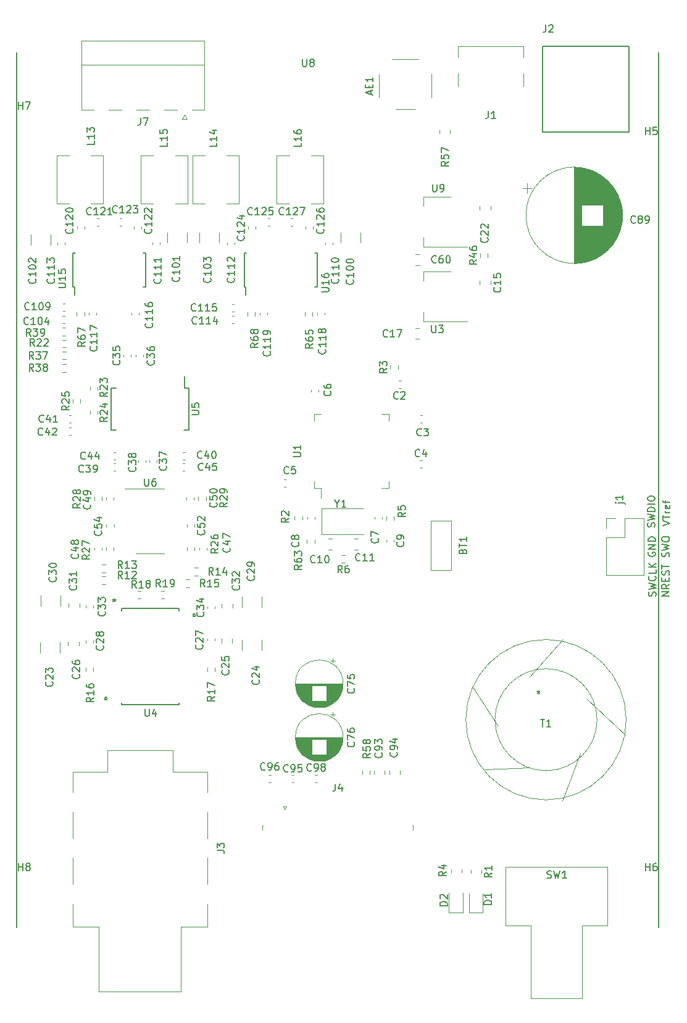
<source format=gbr>
G04 #@! TF.GenerationSoftware,KiCad,Pcbnew,5.1.9*
G04 #@! TF.CreationDate,2021-07-18T09:26:32+08:00*
G04 #@! TF.ProjectId,digital-amplifier2,64696769-7461-46c2-9d61-6d706c696669,rev?*
G04 #@! TF.SameCoordinates,Original*
G04 #@! TF.FileFunction,Legend,Top*
G04 #@! TF.FilePolarity,Positive*
%FSLAX46Y46*%
G04 Gerber Fmt 4.6, Leading zero omitted, Abs format (unit mm)*
G04 Created by KiCad (PCBNEW 5.1.9) date 2021-07-18 09:26:32*
%MOMM*%
%LPD*%
G01*
G04 APERTURE LIST*
%ADD10C,0.150000*%
%ADD11C,0.120000*%
%ADD12C,0.152400*%
G04 APERTURE END LIST*
D10*
X191000000Y-100000000D02*
X191000000Y-220000000D01*
X103000000Y-100000000D02*
X103000000Y-220000000D01*
D11*
X117612700Y-141717640D02*
X117612700Y-141436480D01*
X118632700Y-141717640D02*
X118632700Y-141436480D01*
X155396320Y-145019300D02*
X155677480Y-145019300D01*
X155396320Y-146039300D02*
X155677480Y-146039300D01*
X137818740Y-200146120D02*
X137537580Y-200146120D01*
X137818740Y-199126120D02*
X137537580Y-199126120D01*
X140727820Y-199123840D02*
X141008980Y-199123840D01*
X140727820Y-200143840D02*
X141008980Y-200143840D01*
X137324560Y-135713860D02*
X137324560Y-135995020D01*
X136304560Y-135713860D02*
X136304560Y-135995020D01*
X145222440Y-135713860D02*
X145222440Y-135995020D01*
X144202440Y-135713860D02*
X144202440Y-135995020D01*
X113865120Y-135713860D02*
X113865120Y-135995020D01*
X112845120Y-135713860D02*
X112845120Y-135995020D01*
X119745220Y-135713860D02*
X119745220Y-135995020D01*
X118725220Y-135713860D02*
X118725220Y-135995020D01*
X132797160Y-137150000D02*
X132516000Y-137150000D01*
X132797160Y-136130000D02*
X132516000Y-136130000D01*
X109553620Y-137114440D02*
X109272460Y-137114440D01*
X109553620Y-136094440D02*
X109272460Y-136094440D01*
X116306060Y-164761300D02*
X116306060Y-165042460D01*
X115286060Y-164761300D02*
X115286060Y-165042460D01*
X127377920Y-164761300D02*
X127377920Y-165042460D01*
X126357920Y-164761300D02*
X126357920Y-165042460D01*
X129126520Y-176259100D02*
X129126520Y-175977940D01*
X130146520Y-176259100D02*
X130146520Y-175977940D01*
X112474280Y-176137180D02*
X112474280Y-175856020D01*
X113494280Y-176137180D02*
X113494280Y-175856020D01*
X113453640Y-180692180D02*
X113453640Y-180973340D01*
X112433640Y-180692180D02*
X112433640Y-180973340D01*
X130166840Y-180417860D02*
X130166840Y-180699020D01*
X129146840Y-180417860D02*
X129146840Y-180699020D01*
X119281480Y-141735420D02*
X119281480Y-141454260D01*
X120301480Y-141735420D02*
X120301480Y-141454260D01*
X140846420Y-123790740D02*
X140565260Y-123790740D01*
X140846420Y-122770740D02*
X140565260Y-122770740D01*
X142606300Y-124171320D02*
X142606300Y-123890160D01*
X143626300Y-124171320D02*
X143626300Y-123890160D01*
X137438520Y-122770740D02*
X137719680Y-122770740D01*
X137438520Y-123790740D02*
X137719680Y-123790740D01*
X134681500Y-124171320D02*
X134681500Y-123890160D01*
X135701500Y-124171320D02*
X135701500Y-123890160D01*
X117346340Y-123788900D02*
X117065180Y-123788900D01*
X117346340Y-122768900D02*
X117065180Y-122768900D01*
X119077520Y-124171320D02*
X119077520Y-123890160D01*
X120097520Y-124171320D02*
X120097520Y-123890160D01*
X113976540Y-122768900D02*
X114257700Y-122768900D01*
X113976540Y-123788900D02*
X114257700Y-123788900D01*
X111222820Y-124171320D02*
X111222820Y-123890160D01*
X112242820Y-124171320D02*
X112242820Y-123890160D01*
X132797160Y-135541480D02*
X132516000Y-135541480D01*
X132797160Y-134521480D02*
X132516000Y-134521480D01*
X109592840Y-126058900D02*
X109592840Y-126340060D01*
X108572840Y-126058900D02*
X108572840Y-126340060D01*
X132818600Y-126058900D02*
X132818600Y-126340060D01*
X131798600Y-126058900D02*
X131798600Y-126340060D01*
X122628120Y-126058900D02*
X122628120Y-126340060D01*
X121608120Y-126058900D02*
X121608120Y-126340060D01*
X146300920Y-126058900D02*
X146300920Y-126340060D01*
X145280920Y-126058900D02*
X145280920Y-126340060D01*
X109556160Y-135475440D02*
X109275000Y-135475440D01*
X109556160Y-134455440D02*
X109275000Y-134455440D01*
X143887580Y-199123840D02*
X144168740Y-199123840D01*
X143887580Y-200143840D02*
X144168740Y-200143840D01*
X127273780Y-161044080D02*
X127273780Y-161325240D01*
X126253780Y-161044080D02*
X126253780Y-161325240D01*
X116265420Y-161044080D02*
X116265420Y-161325240D01*
X115245420Y-161044080D02*
X115245420Y-161325240D01*
X113652840Y-168242860D02*
X113652840Y-167961700D01*
X114672840Y-168242860D02*
X114672840Y-167961700D01*
X128016540Y-168242860D02*
X128016540Y-167961700D01*
X129036540Y-168242860D02*
X129036540Y-167961700D01*
X126030600Y-157393100D02*
X125749440Y-157393100D01*
X126030600Y-156373100D02*
X125749440Y-156373100D01*
X116249840Y-154836400D02*
X116531000Y-154836400D01*
X116249840Y-155856400D02*
X116531000Y-155856400D01*
X110427380Y-152437560D02*
X110146220Y-152437560D01*
X110427380Y-151417560D02*
X110146220Y-151417560D01*
X110412140Y-150796720D02*
X110130980Y-150796720D01*
X110412140Y-149776720D02*
X110130980Y-149776720D01*
X126056000Y-155843700D02*
X125774840Y-155843700D01*
X126056000Y-154823700D02*
X125774840Y-154823700D01*
X116237140Y-156360400D02*
X116518300Y-156360400D01*
X116237140Y-157380400D02*
X116518300Y-157380400D01*
X120634220Y-155904320D02*
X120634220Y-156185480D01*
X119614220Y-155904320D02*
X119614220Y-156185480D01*
X122158220Y-155904320D02*
X122158220Y-156185480D01*
X121138220Y-155904320D02*
X121138220Y-156185480D01*
X154713400Y-166841560D02*
X154713400Y-167122720D01*
X153693400Y-166841560D02*
X153693400Y-167122720D01*
X143824420Y-163727520D02*
X143824420Y-164008680D01*
X142804420Y-163727520D02*
X142804420Y-164008680D01*
X153059860Y-163722440D02*
X153059860Y-164003600D01*
X152039860Y-163722440D02*
X152039860Y-164003600D01*
X143347980Y-146546180D02*
X143347980Y-146265020D01*
X144367980Y-146546180D02*
X144367980Y-146265020D01*
X139876140Y-159569880D02*
X139594980Y-159569880D01*
X139876140Y-158549880D02*
X139594980Y-158549880D01*
X158281760Y-155914120D02*
X158562920Y-155914120D01*
X158281760Y-156934120D02*
X158562920Y-156934120D01*
X158342720Y-149771640D02*
X158623880Y-149771640D01*
X158342720Y-150791640D02*
X158623880Y-150791640D01*
X173001831Y-117951240D02*
X173001831Y-119251240D01*
X172351831Y-118601240D02*
X173651831Y-118601240D01*
X186037400Y-121841240D02*
X186037400Y-122791240D01*
X185997400Y-121466240D02*
X185997400Y-123166240D01*
X185957400Y-121209240D02*
X185957400Y-123423240D01*
X185917400Y-121001240D02*
X185917400Y-123631240D01*
X185877400Y-120822240D02*
X185877400Y-123810240D01*
X185837400Y-120663240D02*
X185837400Y-123969240D01*
X185797400Y-120518240D02*
X185797400Y-124114240D01*
X185757400Y-120385240D02*
X185757400Y-124247240D01*
X185717400Y-120261240D02*
X185717400Y-124371240D01*
X185677400Y-120145240D02*
X185677400Y-124487240D01*
X185637400Y-120035240D02*
X185637400Y-124597240D01*
X185597400Y-119931240D02*
X185597400Y-124701240D01*
X185557400Y-119832240D02*
X185557400Y-124800240D01*
X185517400Y-119737240D02*
X185517400Y-124895240D01*
X185477400Y-119646240D02*
X185477400Y-124986240D01*
X185437400Y-119558240D02*
X185437400Y-125074240D01*
X185397400Y-119474240D02*
X185397400Y-125158240D01*
X185357400Y-119393240D02*
X185357400Y-125239240D01*
X185317400Y-119314240D02*
X185317400Y-125318240D01*
X185277400Y-119238240D02*
X185277400Y-125394240D01*
X185237400Y-119164240D02*
X185237400Y-125468240D01*
X185197400Y-119093240D02*
X185197400Y-125539240D01*
X185157400Y-119023240D02*
X185157400Y-125609240D01*
X185117400Y-118955240D02*
X185117400Y-125677240D01*
X185077400Y-118889240D02*
X185077400Y-125743240D01*
X185037400Y-118825240D02*
X185037400Y-125807240D01*
X184997400Y-118762240D02*
X184997400Y-125870240D01*
X184957400Y-118701240D02*
X184957400Y-125931240D01*
X184917400Y-118641240D02*
X184917400Y-125991240D01*
X184877400Y-118583240D02*
X184877400Y-126049240D01*
X184837400Y-118526240D02*
X184837400Y-126106240D01*
X184797400Y-118470240D02*
X184797400Y-126162240D01*
X184757400Y-118416240D02*
X184757400Y-126216240D01*
X184717400Y-118362240D02*
X184717400Y-126270240D01*
X184677400Y-118310240D02*
X184677400Y-126322240D01*
X184637400Y-118259240D02*
X184637400Y-126373240D01*
X184597400Y-118208240D02*
X184597400Y-126424240D01*
X184557400Y-118159240D02*
X184557400Y-126473240D01*
X184517400Y-118111240D02*
X184517400Y-126521240D01*
X184477400Y-118063240D02*
X184477400Y-126569240D01*
X184437400Y-118017240D02*
X184437400Y-126615240D01*
X184397400Y-117971240D02*
X184397400Y-126661240D01*
X184357400Y-117926240D02*
X184357400Y-126706240D01*
X184317400Y-117882240D02*
X184317400Y-126750240D01*
X184277400Y-117839240D02*
X184277400Y-126793240D01*
X184237400Y-117797240D02*
X184237400Y-126835240D01*
X184197400Y-117755240D02*
X184197400Y-126877240D01*
X184157400Y-117714240D02*
X184157400Y-126918240D01*
X184117400Y-117673240D02*
X184117400Y-126959240D01*
X184077400Y-117634240D02*
X184077400Y-126998240D01*
X184037400Y-117595240D02*
X184037400Y-127037240D01*
X183997400Y-117556240D02*
X183997400Y-127076240D01*
X183957400Y-117519240D02*
X183957400Y-127113240D01*
X183917400Y-117482240D02*
X183917400Y-127150240D01*
X183877400Y-117445240D02*
X183877400Y-127187240D01*
X183837400Y-117409240D02*
X183837400Y-127223240D01*
X183797400Y-117374240D02*
X183797400Y-127258240D01*
X183757400Y-117339240D02*
X183757400Y-127293240D01*
X183717400Y-117305240D02*
X183717400Y-127327240D01*
X183677400Y-117272240D02*
X183677400Y-127360240D01*
X183637400Y-117238240D02*
X183637400Y-127394240D01*
X183597400Y-117206240D02*
X183597400Y-127426240D01*
X183557400Y-117174240D02*
X183557400Y-127458240D01*
X183517400Y-117142240D02*
X183517400Y-127490240D01*
X183477400Y-117111240D02*
X183477400Y-127521240D01*
X183437400Y-117081240D02*
X183437400Y-127551240D01*
X183397400Y-117051240D02*
X183397400Y-127581240D01*
X183357400Y-123756240D02*
X183357400Y-127611240D01*
X183357400Y-117021240D02*
X183357400Y-120876240D01*
X183317400Y-123756240D02*
X183317400Y-127640240D01*
X183317400Y-116992240D02*
X183317400Y-120876240D01*
X183277400Y-123756240D02*
X183277400Y-127669240D01*
X183277400Y-116963240D02*
X183277400Y-120876240D01*
X183237400Y-123756240D02*
X183237400Y-127697240D01*
X183237400Y-116935240D02*
X183237400Y-120876240D01*
X183197400Y-123756240D02*
X183197400Y-127725240D01*
X183197400Y-116907240D02*
X183197400Y-120876240D01*
X183157400Y-123756240D02*
X183157400Y-127752240D01*
X183157400Y-116880240D02*
X183157400Y-120876240D01*
X183117400Y-123756240D02*
X183117400Y-127779240D01*
X183117400Y-116853240D02*
X183117400Y-120876240D01*
X183077400Y-123756240D02*
X183077400Y-127806240D01*
X183077400Y-116826240D02*
X183077400Y-120876240D01*
X183037400Y-123756240D02*
X183037400Y-127832240D01*
X183037400Y-116800240D02*
X183037400Y-120876240D01*
X182997400Y-123756240D02*
X182997400Y-127858240D01*
X182997400Y-116774240D02*
X182997400Y-120876240D01*
X182957400Y-123756240D02*
X182957400Y-127883240D01*
X182957400Y-116749240D02*
X182957400Y-120876240D01*
X182917400Y-123756240D02*
X182917400Y-127908240D01*
X182917400Y-116724240D02*
X182917400Y-120876240D01*
X182877400Y-123756240D02*
X182877400Y-127933240D01*
X182877400Y-116699240D02*
X182877400Y-120876240D01*
X182837400Y-123756240D02*
X182837400Y-127957240D01*
X182837400Y-116675240D02*
X182837400Y-120876240D01*
X182797400Y-123756240D02*
X182797400Y-127980240D01*
X182797400Y-116652240D02*
X182797400Y-120876240D01*
X182757400Y-123756240D02*
X182757400Y-128004240D01*
X182757400Y-116628240D02*
X182757400Y-120876240D01*
X182717400Y-123756240D02*
X182717400Y-128027240D01*
X182717400Y-116605240D02*
X182717400Y-120876240D01*
X182677400Y-123756240D02*
X182677400Y-128049240D01*
X182677400Y-116583240D02*
X182677400Y-120876240D01*
X182637400Y-123756240D02*
X182637400Y-128072240D01*
X182637400Y-116560240D02*
X182637400Y-120876240D01*
X182597400Y-123756240D02*
X182597400Y-128094240D01*
X182597400Y-116538240D02*
X182597400Y-120876240D01*
X182557400Y-123756240D02*
X182557400Y-128115240D01*
X182557400Y-116517240D02*
X182557400Y-120876240D01*
X182517400Y-123756240D02*
X182517400Y-128136240D01*
X182517400Y-116496240D02*
X182517400Y-120876240D01*
X182477400Y-123756240D02*
X182477400Y-128157240D01*
X182477400Y-116475240D02*
X182477400Y-120876240D01*
X182437400Y-123756240D02*
X182437400Y-128178240D01*
X182437400Y-116454240D02*
X182437400Y-120876240D01*
X182397400Y-123756240D02*
X182397400Y-128198240D01*
X182397400Y-116434240D02*
X182397400Y-120876240D01*
X182357400Y-123756240D02*
X182357400Y-128218240D01*
X182357400Y-116414240D02*
X182357400Y-120876240D01*
X182317400Y-123756240D02*
X182317400Y-128237240D01*
X182317400Y-116395240D02*
X182317400Y-120876240D01*
X182277400Y-123756240D02*
X182277400Y-128256240D01*
X182277400Y-116376240D02*
X182277400Y-120876240D01*
X182237400Y-123756240D02*
X182237400Y-128275240D01*
X182237400Y-116357240D02*
X182237400Y-120876240D01*
X182197400Y-123756240D02*
X182197400Y-128294240D01*
X182197400Y-116338240D02*
X182197400Y-120876240D01*
X182157400Y-123756240D02*
X182157400Y-128312240D01*
X182157400Y-116320240D02*
X182157400Y-120876240D01*
X182117400Y-123756240D02*
X182117400Y-128330240D01*
X182117400Y-116302240D02*
X182117400Y-120876240D01*
X182077400Y-123756240D02*
X182077400Y-128347240D01*
X182077400Y-116285240D02*
X182077400Y-120876240D01*
X182037400Y-123756240D02*
X182037400Y-128365240D01*
X182037400Y-116267240D02*
X182037400Y-120876240D01*
X181997400Y-123756240D02*
X181997400Y-128381240D01*
X181997400Y-116251240D02*
X181997400Y-120876240D01*
X181957400Y-123756240D02*
X181957400Y-128398240D01*
X181957400Y-116234240D02*
X181957400Y-120876240D01*
X181917400Y-123756240D02*
X181917400Y-128414240D01*
X181917400Y-116218240D02*
X181917400Y-120876240D01*
X181877400Y-123756240D02*
X181877400Y-128430240D01*
X181877400Y-116202240D02*
X181877400Y-120876240D01*
X181837400Y-123756240D02*
X181837400Y-128446240D01*
X181837400Y-116186240D02*
X181837400Y-120876240D01*
X181797400Y-123756240D02*
X181797400Y-128462240D01*
X181797400Y-116170240D02*
X181797400Y-120876240D01*
X181757400Y-123756240D02*
X181757400Y-128477240D01*
X181757400Y-116155240D02*
X181757400Y-120876240D01*
X181717400Y-123756240D02*
X181717400Y-128491240D01*
X181717400Y-116141240D02*
X181717400Y-120876240D01*
X181677400Y-123756240D02*
X181677400Y-128506240D01*
X181677400Y-116126240D02*
X181677400Y-120876240D01*
X181637400Y-123756240D02*
X181637400Y-128520240D01*
X181637400Y-116112240D02*
X181637400Y-120876240D01*
X181597400Y-123756240D02*
X181597400Y-128534240D01*
X181597400Y-116098240D02*
X181597400Y-120876240D01*
X181557400Y-123756240D02*
X181557400Y-128548240D01*
X181557400Y-116084240D02*
X181557400Y-120876240D01*
X181517400Y-123756240D02*
X181517400Y-128561240D01*
X181517400Y-116071240D02*
X181517400Y-120876240D01*
X181477400Y-123756240D02*
X181477400Y-128574240D01*
X181477400Y-116058240D02*
X181477400Y-120876240D01*
X181437400Y-123756240D02*
X181437400Y-128587240D01*
X181437400Y-116045240D02*
X181437400Y-120876240D01*
X181397400Y-123756240D02*
X181397400Y-128600240D01*
X181397400Y-116032240D02*
X181397400Y-120876240D01*
X181357400Y-123756240D02*
X181357400Y-128612240D01*
X181357400Y-116020240D02*
X181357400Y-120876240D01*
X181317400Y-123756240D02*
X181317400Y-128624240D01*
X181317400Y-116008240D02*
X181317400Y-120876240D01*
X181277400Y-123756240D02*
X181277400Y-128636240D01*
X181277400Y-115996240D02*
X181277400Y-120876240D01*
X181237400Y-123756240D02*
X181237400Y-128647240D01*
X181237400Y-115985240D02*
X181237400Y-120876240D01*
X181197400Y-123756240D02*
X181197400Y-128658240D01*
X181197400Y-115974240D02*
X181197400Y-120876240D01*
X181157400Y-123756240D02*
X181157400Y-128669240D01*
X181157400Y-115963240D02*
X181157400Y-120876240D01*
X181117400Y-123756240D02*
X181117400Y-128680240D01*
X181117400Y-115952240D02*
X181117400Y-120876240D01*
X181077400Y-123756240D02*
X181077400Y-128690240D01*
X181077400Y-115942240D02*
X181077400Y-120876240D01*
X181037400Y-123756240D02*
X181037400Y-128700240D01*
X181037400Y-115932240D02*
X181037400Y-120876240D01*
X180997400Y-123756240D02*
X180997400Y-128710240D01*
X180997400Y-115922240D02*
X180997400Y-120876240D01*
X180957400Y-123756240D02*
X180957400Y-128720240D01*
X180957400Y-115912240D02*
X180957400Y-120876240D01*
X180917400Y-123756240D02*
X180917400Y-128729240D01*
X180917400Y-115903240D02*
X180917400Y-120876240D01*
X180877400Y-123756240D02*
X180877400Y-128738240D01*
X180877400Y-115894240D02*
X180877400Y-120876240D01*
X180837400Y-123756240D02*
X180837400Y-128747240D01*
X180837400Y-115885240D02*
X180837400Y-120876240D01*
X180797400Y-123756240D02*
X180797400Y-128755240D01*
X180797400Y-115877240D02*
X180797400Y-120876240D01*
X180757400Y-123756240D02*
X180757400Y-128764240D01*
X180757400Y-115868240D02*
X180757400Y-120876240D01*
X180717400Y-123756240D02*
X180717400Y-128772240D01*
X180717400Y-115860240D02*
X180717400Y-120876240D01*
X180677400Y-123756240D02*
X180677400Y-128779240D01*
X180677400Y-115853240D02*
X180677400Y-120876240D01*
X180637400Y-123756240D02*
X180637400Y-128787240D01*
X180637400Y-115845240D02*
X180637400Y-120876240D01*
X180597400Y-123756240D02*
X180597400Y-128794240D01*
X180597400Y-115838240D02*
X180597400Y-120876240D01*
X180557400Y-123756240D02*
X180557400Y-128801240D01*
X180557400Y-115831240D02*
X180557400Y-120876240D01*
X180517400Y-123756240D02*
X180517400Y-128808240D01*
X180517400Y-115824240D02*
X180517400Y-120876240D01*
X180477400Y-115818240D02*
X180477400Y-128814240D01*
X180437400Y-115811240D02*
X180437400Y-128821240D01*
X180397400Y-115805240D02*
X180397400Y-128827240D01*
X180357400Y-115800240D02*
X180357400Y-128832240D01*
X180317400Y-115794240D02*
X180317400Y-128838240D01*
X180277400Y-115789240D02*
X180277400Y-128843240D01*
X180237400Y-115784240D02*
X180237400Y-128848240D01*
X180197400Y-115779240D02*
X180197400Y-128853240D01*
X180157400Y-115775240D02*
X180157400Y-128857240D01*
X180116400Y-115771240D02*
X180116400Y-128861240D01*
X180076400Y-115767240D02*
X180076400Y-128865240D01*
X180036400Y-115763240D02*
X180036400Y-128869240D01*
X179996400Y-115759240D02*
X179996400Y-128873240D01*
X179956400Y-115756240D02*
X179956400Y-128876240D01*
X179916400Y-115753240D02*
X179916400Y-128879240D01*
X179876400Y-115750240D02*
X179876400Y-128882240D01*
X179836400Y-115748240D02*
X179836400Y-128884240D01*
X179796400Y-115745240D02*
X179796400Y-128887240D01*
X179756400Y-115743240D02*
X179756400Y-128889240D01*
X179716400Y-115741240D02*
X179716400Y-128891240D01*
X179676400Y-115740240D02*
X179676400Y-128892240D01*
X179636400Y-115739240D02*
X179636400Y-128893240D01*
X179596400Y-115737240D02*
X179596400Y-128895240D01*
X179556400Y-115737240D02*
X179556400Y-128895240D01*
X179516400Y-115736240D02*
X179516400Y-128896240D01*
X179476400Y-115736240D02*
X179476400Y-128896240D01*
X179436400Y-115736240D02*
X179436400Y-128896240D01*
X186056400Y-122316240D02*
G75*
G03*
X186056400Y-122316240I-6620000J0D01*
G01*
X147735040Y-193969960D02*
G75*
G03*
X147735040Y-193969960I-3270000J0D01*
G01*
X147695040Y-193969960D02*
X141235040Y-193969960D01*
X147695040Y-194009960D02*
X141235040Y-194009960D01*
X147695040Y-194049960D02*
X141235040Y-194049960D01*
X147693040Y-194089960D02*
X141237040Y-194089960D01*
X147692040Y-194129960D02*
X141238040Y-194129960D01*
X147689040Y-194169960D02*
X141241040Y-194169960D01*
X147687040Y-194209960D02*
X145505040Y-194209960D01*
X143425040Y-194209960D02*
X141243040Y-194209960D01*
X147683040Y-194249960D02*
X145505040Y-194249960D01*
X143425040Y-194249960D02*
X141247040Y-194249960D01*
X147680040Y-194289960D02*
X145505040Y-194289960D01*
X143425040Y-194289960D02*
X141250040Y-194289960D01*
X147676040Y-194329960D02*
X145505040Y-194329960D01*
X143425040Y-194329960D02*
X141254040Y-194329960D01*
X147671040Y-194369960D02*
X145505040Y-194369960D01*
X143425040Y-194369960D02*
X141259040Y-194369960D01*
X147666040Y-194409960D02*
X145505040Y-194409960D01*
X143425040Y-194409960D02*
X141264040Y-194409960D01*
X147660040Y-194449960D02*
X145505040Y-194449960D01*
X143425040Y-194449960D02*
X141270040Y-194449960D01*
X147654040Y-194489960D02*
X145505040Y-194489960D01*
X143425040Y-194489960D02*
X141276040Y-194489960D01*
X147647040Y-194529960D02*
X145505040Y-194529960D01*
X143425040Y-194529960D02*
X141283040Y-194529960D01*
X147640040Y-194569960D02*
X145505040Y-194569960D01*
X143425040Y-194569960D02*
X141290040Y-194569960D01*
X147632040Y-194609960D02*
X145505040Y-194609960D01*
X143425040Y-194609960D02*
X141298040Y-194609960D01*
X147624040Y-194649960D02*
X145505040Y-194649960D01*
X143425040Y-194649960D02*
X141306040Y-194649960D01*
X147615040Y-194690960D02*
X145505040Y-194690960D01*
X143425040Y-194690960D02*
X141315040Y-194690960D01*
X147606040Y-194730960D02*
X145505040Y-194730960D01*
X143425040Y-194730960D02*
X141324040Y-194730960D01*
X147596040Y-194770960D02*
X145505040Y-194770960D01*
X143425040Y-194770960D02*
X141334040Y-194770960D01*
X147586040Y-194810960D02*
X145505040Y-194810960D01*
X143425040Y-194810960D02*
X141344040Y-194810960D01*
X147575040Y-194850960D02*
X145505040Y-194850960D01*
X143425040Y-194850960D02*
X141355040Y-194850960D01*
X147563040Y-194890960D02*
X145505040Y-194890960D01*
X143425040Y-194890960D02*
X141367040Y-194890960D01*
X147551040Y-194930960D02*
X145505040Y-194930960D01*
X143425040Y-194930960D02*
X141379040Y-194930960D01*
X147539040Y-194970960D02*
X145505040Y-194970960D01*
X143425040Y-194970960D02*
X141391040Y-194970960D01*
X147526040Y-195010960D02*
X145505040Y-195010960D01*
X143425040Y-195010960D02*
X141404040Y-195010960D01*
X147512040Y-195050960D02*
X145505040Y-195050960D01*
X143425040Y-195050960D02*
X141418040Y-195050960D01*
X147498040Y-195090960D02*
X145505040Y-195090960D01*
X143425040Y-195090960D02*
X141432040Y-195090960D01*
X147483040Y-195130960D02*
X145505040Y-195130960D01*
X143425040Y-195130960D02*
X141447040Y-195130960D01*
X147467040Y-195170960D02*
X145505040Y-195170960D01*
X143425040Y-195170960D02*
X141463040Y-195170960D01*
X147451040Y-195210960D02*
X145505040Y-195210960D01*
X143425040Y-195210960D02*
X141479040Y-195210960D01*
X147435040Y-195250960D02*
X145505040Y-195250960D01*
X143425040Y-195250960D02*
X141495040Y-195250960D01*
X147417040Y-195290960D02*
X145505040Y-195290960D01*
X143425040Y-195290960D02*
X141513040Y-195290960D01*
X147399040Y-195330960D02*
X145505040Y-195330960D01*
X143425040Y-195330960D02*
X141531040Y-195330960D01*
X147381040Y-195370960D02*
X145505040Y-195370960D01*
X143425040Y-195370960D02*
X141549040Y-195370960D01*
X147361040Y-195410960D02*
X145505040Y-195410960D01*
X143425040Y-195410960D02*
X141569040Y-195410960D01*
X147341040Y-195450960D02*
X145505040Y-195450960D01*
X143425040Y-195450960D02*
X141589040Y-195450960D01*
X147321040Y-195490960D02*
X145505040Y-195490960D01*
X143425040Y-195490960D02*
X141609040Y-195490960D01*
X147299040Y-195530960D02*
X145505040Y-195530960D01*
X143425040Y-195530960D02*
X141631040Y-195530960D01*
X147277040Y-195570960D02*
X145505040Y-195570960D01*
X143425040Y-195570960D02*
X141653040Y-195570960D01*
X147255040Y-195610960D02*
X145505040Y-195610960D01*
X143425040Y-195610960D02*
X141675040Y-195610960D01*
X147231040Y-195650960D02*
X145505040Y-195650960D01*
X143425040Y-195650960D02*
X141699040Y-195650960D01*
X147207040Y-195690960D02*
X145505040Y-195690960D01*
X143425040Y-195690960D02*
X141723040Y-195690960D01*
X147181040Y-195730960D02*
X145505040Y-195730960D01*
X143425040Y-195730960D02*
X141749040Y-195730960D01*
X147155040Y-195770960D02*
X145505040Y-195770960D01*
X143425040Y-195770960D02*
X141775040Y-195770960D01*
X147129040Y-195810960D02*
X145505040Y-195810960D01*
X143425040Y-195810960D02*
X141801040Y-195810960D01*
X147101040Y-195850960D02*
X145505040Y-195850960D01*
X143425040Y-195850960D02*
X141829040Y-195850960D01*
X147072040Y-195890960D02*
X145505040Y-195890960D01*
X143425040Y-195890960D02*
X141858040Y-195890960D01*
X147043040Y-195930960D02*
X145505040Y-195930960D01*
X143425040Y-195930960D02*
X141887040Y-195930960D01*
X147013040Y-195970960D02*
X145505040Y-195970960D01*
X143425040Y-195970960D02*
X141917040Y-195970960D01*
X146981040Y-196010960D02*
X145505040Y-196010960D01*
X143425040Y-196010960D02*
X141949040Y-196010960D01*
X146949040Y-196050960D02*
X145505040Y-196050960D01*
X143425040Y-196050960D02*
X141981040Y-196050960D01*
X146915040Y-196090960D02*
X145505040Y-196090960D01*
X143425040Y-196090960D02*
X142015040Y-196090960D01*
X146881040Y-196130960D02*
X145505040Y-196130960D01*
X143425040Y-196130960D02*
X142049040Y-196130960D01*
X146845040Y-196170960D02*
X145505040Y-196170960D01*
X143425040Y-196170960D02*
X142085040Y-196170960D01*
X146808040Y-196210960D02*
X145505040Y-196210960D01*
X143425040Y-196210960D02*
X142122040Y-196210960D01*
X146770040Y-196250960D02*
X145505040Y-196250960D01*
X143425040Y-196250960D02*
X142160040Y-196250960D01*
X146730040Y-196290960D02*
X142200040Y-196290960D01*
X146689040Y-196330960D02*
X142241040Y-196330960D01*
X146647040Y-196370960D02*
X142283040Y-196370960D01*
X146602040Y-196410960D02*
X142328040Y-196410960D01*
X146557040Y-196450960D02*
X142373040Y-196450960D01*
X146509040Y-196490960D02*
X142421040Y-196490960D01*
X146460040Y-196530960D02*
X142470040Y-196530960D01*
X146409040Y-196570960D02*
X142521040Y-196570960D01*
X146355040Y-196610960D02*
X142575040Y-196610960D01*
X146299040Y-196650960D02*
X142631040Y-196650960D01*
X146241040Y-196690960D02*
X142689040Y-196690960D01*
X146179040Y-196730960D02*
X142751040Y-196730960D01*
X146115040Y-196770960D02*
X142815040Y-196770960D01*
X146046040Y-196810960D02*
X142884040Y-196810960D01*
X145974040Y-196850960D02*
X142956040Y-196850960D01*
X145897040Y-196890960D02*
X143033040Y-196890960D01*
X145815040Y-196930960D02*
X143115040Y-196930960D01*
X145727040Y-196970960D02*
X143203040Y-196970960D01*
X145630040Y-197010960D02*
X143300040Y-197010960D01*
X145524040Y-197050960D02*
X143406040Y-197050960D01*
X145405040Y-197090960D02*
X143525040Y-197090960D01*
X145267040Y-197130960D02*
X143663040Y-197130960D01*
X145098040Y-197170960D02*
X143832040Y-197170960D01*
X144867040Y-197210960D02*
X144063040Y-197210960D01*
X146304040Y-190469719D02*
X146304040Y-191099719D01*
X146619040Y-190784719D02*
X145989040Y-190784719D01*
X147735040Y-186602180D02*
G75*
G03*
X147735040Y-186602180I-3270000J0D01*
G01*
X147695040Y-186602180D02*
X141235040Y-186602180D01*
X147695040Y-186642180D02*
X141235040Y-186642180D01*
X147695040Y-186682180D02*
X141235040Y-186682180D01*
X147693040Y-186722180D02*
X141237040Y-186722180D01*
X147692040Y-186762180D02*
X141238040Y-186762180D01*
X147689040Y-186802180D02*
X141241040Y-186802180D01*
X147687040Y-186842180D02*
X145505040Y-186842180D01*
X143425040Y-186842180D02*
X141243040Y-186842180D01*
X147683040Y-186882180D02*
X145505040Y-186882180D01*
X143425040Y-186882180D02*
X141247040Y-186882180D01*
X147680040Y-186922180D02*
X145505040Y-186922180D01*
X143425040Y-186922180D02*
X141250040Y-186922180D01*
X147676040Y-186962180D02*
X145505040Y-186962180D01*
X143425040Y-186962180D02*
X141254040Y-186962180D01*
X147671040Y-187002180D02*
X145505040Y-187002180D01*
X143425040Y-187002180D02*
X141259040Y-187002180D01*
X147666040Y-187042180D02*
X145505040Y-187042180D01*
X143425040Y-187042180D02*
X141264040Y-187042180D01*
X147660040Y-187082180D02*
X145505040Y-187082180D01*
X143425040Y-187082180D02*
X141270040Y-187082180D01*
X147654040Y-187122180D02*
X145505040Y-187122180D01*
X143425040Y-187122180D02*
X141276040Y-187122180D01*
X147647040Y-187162180D02*
X145505040Y-187162180D01*
X143425040Y-187162180D02*
X141283040Y-187162180D01*
X147640040Y-187202180D02*
X145505040Y-187202180D01*
X143425040Y-187202180D02*
X141290040Y-187202180D01*
X147632040Y-187242180D02*
X145505040Y-187242180D01*
X143425040Y-187242180D02*
X141298040Y-187242180D01*
X147624040Y-187282180D02*
X145505040Y-187282180D01*
X143425040Y-187282180D02*
X141306040Y-187282180D01*
X147615040Y-187323180D02*
X145505040Y-187323180D01*
X143425040Y-187323180D02*
X141315040Y-187323180D01*
X147606040Y-187363180D02*
X145505040Y-187363180D01*
X143425040Y-187363180D02*
X141324040Y-187363180D01*
X147596040Y-187403180D02*
X145505040Y-187403180D01*
X143425040Y-187403180D02*
X141334040Y-187403180D01*
X147586040Y-187443180D02*
X145505040Y-187443180D01*
X143425040Y-187443180D02*
X141344040Y-187443180D01*
X147575040Y-187483180D02*
X145505040Y-187483180D01*
X143425040Y-187483180D02*
X141355040Y-187483180D01*
X147563040Y-187523180D02*
X145505040Y-187523180D01*
X143425040Y-187523180D02*
X141367040Y-187523180D01*
X147551040Y-187563180D02*
X145505040Y-187563180D01*
X143425040Y-187563180D02*
X141379040Y-187563180D01*
X147539040Y-187603180D02*
X145505040Y-187603180D01*
X143425040Y-187603180D02*
X141391040Y-187603180D01*
X147526040Y-187643180D02*
X145505040Y-187643180D01*
X143425040Y-187643180D02*
X141404040Y-187643180D01*
X147512040Y-187683180D02*
X145505040Y-187683180D01*
X143425040Y-187683180D02*
X141418040Y-187683180D01*
X147498040Y-187723180D02*
X145505040Y-187723180D01*
X143425040Y-187723180D02*
X141432040Y-187723180D01*
X147483040Y-187763180D02*
X145505040Y-187763180D01*
X143425040Y-187763180D02*
X141447040Y-187763180D01*
X147467040Y-187803180D02*
X145505040Y-187803180D01*
X143425040Y-187803180D02*
X141463040Y-187803180D01*
X147451040Y-187843180D02*
X145505040Y-187843180D01*
X143425040Y-187843180D02*
X141479040Y-187843180D01*
X147435040Y-187883180D02*
X145505040Y-187883180D01*
X143425040Y-187883180D02*
X141495040Y-187883180D01*
X147417040Y-187923180D02*
X145505040Y-187923180D01*
X143425040Y-187923180D02*
X141513040Y-187923180D01*
X147399040Y-187963180D02*
X145505040Y-187963180D01*
X143425040Y-187963180D02*
X141531040Y-187963180D01*
X147381040Y-188003180D02*
X145505040Y-188003180D01*
X143425040Y-188003180D02*
X141549040Y-188003180D01*
X147361040Y-188043180D02*
X145505040Y-188043180D01*
X143425040Y-188043180D02*
X141569040Y-188043180D01*
X147341040Y-188083180D02*
X145505040Y-188083180D01*
X143425040Y-188083180D02*
X141589040Y-188083180D01*
X147321040Y-188123180D02*
X145505040Y-188123180D01*
X143425040Y-188123180D02*
X141609040Y-188123180D01*
X147299040Y-188163180D02*
X145505040Y-188163180D01*
X143425040Y-188163180D02*
X141631040Y-188163180D01*
X147277040Y-188203180D02*
X145505040Y-188203180D01*
X143425040Y-188203180D02*
X141653040Y-188203180D01*
X147255040Y-188243180D02*
X145505040Y-188243180D01*
X143425040Y-188243180D02*
X141675040Y-188243180D01*
X147231040Y-188283180D02*
X145505040Y-188283180D01*
X143425040Y-188283180D02*
X141699040Y-188283180D01*
X147207040Y-188323180D02*
X145505040Y-188323180D01*
X143425040Y-188323180D02*
X141723040Y-188323180D01*
X147181040Y-188363180D02*
X145505040Y-188363180D01*
X143425040Y-188363180D02*
X141749040Y-188363180D01*
X147155040Y-188403180D02*
X145505040Y-188403180D01*
X143425040Y-188403180D02*
X141775040Y-188403180D01*
X147129040Y-188443180D02*
X145505040Y-188443180D01*
X143425040Y-188443180D02*
X141801040Y-188443180D01*
X147101040Y-188483180D02*
X145505040Y-188483180D01*
X143425040Y-188483180D02*
X141829040Y-188483180D01*
X147072040Y-188523180D02*
X145505040Y-188523180D01*
X143425040Y-188523180D02*
X141858040Y-188523180D01*
X147043040Y-188563180D02*
X145505040Y-188563180D01*
X143425040Y-188563180D02*
X141887040Y-188563180D01*
X147013040Y-188603180D02*
X145505040Y-188603180D01*
X143425040Y-188603180D02*
X141917040Y-188603180D01*
X146981040Y-188643180D02*
X145505040Y-188643180D01*
X143425040Y-188643180D02*
X141949040Y-188643180D01*
X146949040Y-188683180D02*
X145505040Y-188683180D01*
X143425040Y-188683180D02*
X141981040Y-188683180D01*
X146915040Y-188723180D02*
X145505040Y-188723180D01*
X143425040Y-188723180D02*
X142015040Y-188723180D01*
X146881040Y-188763180D02*
X145505040Y-188763180D01*
X143425040Y-188763180D02*
X142049040Y-188763180D01*
X146845040Y-188803180D02*
X145505040Y-188803180D01*
X143425040Y-188803180D02*
X142085040Y-188803180D01*
X146808040Y-188843180D02*
X145505040Y-188843180D01*
X143425040Y-188843180D02*
X142122040Y-188843180D01*
X146770040Y-188883180D02*
X145505040Y-188883180D01*
X143425040Y-188883180D02*
X142160040Y-188883180D01*
X146730040Y-188923180D02*
X142200040Y-188923180D01*
X146689040Y-188963180D02*
X142241040Y-188963180D01*
X146647040Y-189003180D02*
X142283040Y-189003180D01*
X146602040Y-189043180D02*
X142328040Y-189043180D01*
X146557040Y-189083180D02*
X142373040Y-189083180D01*
X146509040Y-189123180D02*
X142421040Y-189123180D01*
X146460040Y-189163180D02*
X142470040Y-189163180D01*
X146409040Y-189203180D02*
X142521040Y-189203180D01*
X146355040Y-189243180D02*
X142575040Y-189243180D01*
X146299040Y-189283180D02*
X142631040Y-189283180D01*
X146241040Y-189323180D02*
X142689040Y-189323180D01*
X146179040Y-189363180D02*
X142751040Y-189363180D01*
X146115040Y-189403180D02*
X142815040Y-189403180D01*
X146046040Y-189443180D02*
X142884040Y-189443180D01*
X145974040Y-189483180D02*
X142956040Y-189483180D01*
X145897040Y-189523180D02*
X143033040Y-189523180D01*
X145815040Y-189563180D02*
X143115040Y-189563180D01*
X145727040Y-189603180D02*
X143203040Y-189603180D01*
X145630040Y-189643180D02*
X143300040Y-189643180D01*
X145524040Y-189683180D02*
X143406040Y-189683180D01*
X145405040Y-189723180D02*
X143525040Y-189723180D01*
X145267040Y-189763180D02*
X143663040Y-189763180D01*
X145098040Y-189803180D02*
X143832040Y-189803180D01*
X144867040Y-189843180D02*
X144063040Y-189843180D01*
X146304040Y-183101939D02*
X146304040Y-183731939D01*
X146619040Y-183416939D02*
X145989040Y-183416939D01*
X159748400Y-164206280D02*
X162548400Y-164206280D01*
X162548400Y-171006280D02*
X162548400Y-164206280D01*
X159748400Y-171006280D02*
X162548400Y-171006280D01*
X159748400Y-171006280D02*
X159748400Y-164206280D01*
X128053000Y-124668228D02*
X128053000Y-126090732D01*
X130773000Y-124668228D02*
X130773000Y-126090732D01*
X104888200Y-124943229D02*
X104888200Y-126365733D01*
X107608200Y-124943229D02*
X107608200Y-126365733D01*
X123608000Y-124668228D02*
X123608000Y-126090732D01*
X126328000Y-124668228D02*
X126328000Y-126090732D01*
X147402720Y-124668228D02*
X147402720Y-126090732D01*
X150122720Y-124668228D02*
X150122720Y-126090732D01*
D12*
X127197599Y-176977040D02*
X127451599Y-176977040D01*
X127197599Y-177358040D02*
X127197599Y-176977040D01*
X127451599Y-177358040D02*
X127197599Y-177358040D01*
X127451599Y-176977040D02*
X127451599Y-177358040D01*
X115347001Y-188407040D02*
X115093001Y-188407040D01*
X115347001Y-188788040D02*
X115347001Y-188407040D01*
X115093001Y-188788040D02*
X115347001Y-188788040D01*
X115093001Y-188407040D02*
X115093001Y-188788040D01*
X125196600Y-176555800D02*
X125196600Y-176278540D01*
X117348000Y-189209280D02*
X117348000Y-189486540D01*
X117348000Y-176278540D02*
X117348000Y-176555800D01*
X125196600Y-176278540D02*
X117348000Y-176278540D01*
X125196600Y-189486540D02*
X125196600Y-189209280D01*
X117348000Y-189486540D02*
X125196600Y-189486540D01*
D11*
X169034460Y-192420240D02*
X165478460Y-186895740D01*
X173415960Y-198071740D02*
X167129460Y-198389240D01*
X180273960Y-196166740D02*
X177797460Y-202643740D01*
X181162960Y-188673740D02*
X186496960Y-193690240D01*
X173288960Y-185625740D02*
X177860960Y-180482240D01*
X182574960Y-191531240D02*
G75*
G03*
X182574960Y-191531240I-7000000J0D01*
G01*
X186574960Y-191531240D02*
G75*
G03*
X186574960Y-191531240I-11000000J0D01*
G01*
X166533300Y-128050058D02*
X166533300Y-127575542D01*
X167578300Y-128050058D02*
X167578300Y-127575542D01*
X164765160Y-126624640D02*
X158755160Y-126624640D01*
X162515160Y-119804640D02*
X158755160Y-119804640D01*
X158755160Y-126624640D02*
X158755160Y-125364640D01*
X158755160Y-119804640D02*
X158755160Y-121064640D01*
X157703908Y-129170100D02*
X158226412Y-129170100D01*
X157703908Y-127700100D02*
X158226412Y-127700100D01*
X183797900Y-163935100D02*
X185127900Y-163935100D01*
X183797900Y-165265100D02*
X183797900Y-163935100D01*
X186397900Y-163935100D02*
X188997900Y-163935100D01*
X186397900Y-166535100D02*
X186397900Y-163935100D01*
X183797900Y-166535100D02*
X186397900Y-166535100D01*
X188997900Y-163935100D02*
X188997900Y-171675100D01*
X183797900Y-166535100D02*
X183797900Y-171675100D01*
X183797900Y-171675100D02*
X188997900Y-171675100D01*
X154465880Y-100895280D02*
X158065880Y-100895280D01*
X154965880Y-107775280D02*
X157565880Y-107775280D01*
X159865880Y-102975280D02*
X159865880Y-106175280D01*
X152665880Y-102975280D02*
X152665880Y-106175280D01*
X126300000Y-109100000D02*
X125700000Y-109100000D01*
X126000000Y-108500000D02*
X126300000Y-109100000D01*
X125700000Y-109100000D02*
X126000000Y-108500000D01*
X128710000Y-101700000D02*
X111860000Y-101700000D01*
X117330000Y-107810000D02*
X115620000Y-107810000D01*
X121140000Y-107810000D02*
X119430000Y-107810000D01*
X124950000Y-107810000D02*
X123240000Y-107810000D01*
X111860000Y-107810000D02*
X113520000Y-107810000D01*
X128710000Y-107810000D02*
X127050000Y-107810000D01*
X111860000Y-98390000D02*
X111860000Y-107810000D01*
X128710000Y-98390000D02*
X111860000Y-98390000D01*
X128710000Y-107810000D02*
X128710000Y-98390000D01*
X143831840Y-166838862D02*
X143831840Y-167313378D01*
X142786840Y-166838862D02*
X142786840Y-167313378D01*
X151383260Y-198545422D02*
X151383260Y-199019938D01*
X150338260Y-198545422D02*
X150338260Y-199019938D01*
X114055420Y-146312658D02*
X114055420Y-145838142D01*
X113010420Y-146312658D02*
X113010420Y-145838142D01*
X142503380Y-135629882D02*
X142503380Y-136104398D01*
X143548380Y-135629882D02*
X143548380Y-136104398D01*
X109680778Y-138812800D02*
X109206262Y-138812800D01*
X109680778Y-137767800D02*
X109206262Y-137767800D01*
X109226582Y-142753820D02*
X109701098Y-142753820D01*
X109226582Y-143798820D02*
X109701098Y-143798820D01*
X109229122Y-141046940D02*
X109703638Y-141046940D01*
X109229122Y-142091940D02*
X109703638Y-142091940D01*
X154685260Y-163638462D02*
X154685260Y-164112978D01*
X153640260Y-163638462D02*
X153640260Y-164112978D01*
X154214300Y-143381498D02*
X154214300Y-142906982D01*
X155259300Y-143381498D02*
X155259300Y-142906982D01*
X142135120Y-163618142D02*
X142135120Y-164092658D01*
X141090120Y-163618142D02*
X141090120Y-164092658D01*
X134597880Y-135612102D02*
X134597880Y-136086618D01*
X135642880Y-135612102D02*
X135642880Y-136086618D01*
X111212100Y-135617182D02*
X111212100Y-136091698D01*
X112257100Y-135617182D02*
X112257100Y-136091698D01*
D10*
X134401360Y-132139320D02*
X134401360Y-133214320D01*
X144177160Y-132139320D02*
X144177160Y-127489320D01*
X134176360Y-132139320D02*
X134176360Y-127489320D01*
X144177160Y-132139320D02*
X143852160Y-132139320D01*
X144177160Y-127489320D02*
X143852160Y-127489320D01*
X134176360Y-127489320D02*
X134501360Y-127489320D01*
X134176360Y-132139320D02*
X134401360Y-132139320D01*
X110686440Y-132139320D02*
X110911440Y-132139320D01*
X110686440Y-127489320D02*
X111011440Y-127489320D01*
X120687240Y-127489320D02*
X120362240Y-127489320D01*
X120687240Y-132139320D02*
X120362240Y-132139320D01*
X110686440Y-132139320D02*
X110686440Y-127489320D01*
X120687240Y-132139320D02*
X120687240Y-127489320D01*
X110911440Y-132139320D02*
X110911440Y-133214320D01*
D11*
X140348840Y-120729280D02*
X138648840Y-120729280D01*
X138648840Y-120729280D02*
X138648840Y-114129280D01*
X138648840Y-114129280D02*
X140348840Y-114129280D01*
X143348840Y-114129280D02*
X145048840Y-114129280D01*
X145048840Y-114129280D02*
X145048840Y-120729280D01*
X145048840Y-120729280D02*
X143348840Y-120729280D01*
X121718493Y-120729280D02*
X120018493Y-120729280D01*
X120018493Y-120729280D02*
X120018493Y-114129280D01*
X120018493Y-114129280D02*
X121718493Y-114129280D01*
X124718493Y-114129280D02*
X126418493Y-114129280D01*
X126418493Y-114129280D02*
X126418493Y-120729280D01*
X126418493Y-120729280D02*
X124718493Y-120729280D01*
X128783666Y-120729280D02*
X127083666Y-120729280D01*
X127083666Y-120729280D02*
X127083666Y-114129280D01*
X127083666Y-114129280D02*
X128783666Y-114129280D01*
X131783666Y-114129280D02*
X133483666Y-114129280D01*
X133483666Y-114129280D02*
X133483666Y-120729280D01*
X133483666Y-120729280D02*
X131783666Y-120729280D01*
X110153320Y-120729280D02*
X108453320Y-120729280D01*
X108453320Y-120729280D02*
X108453320Y-114129280D01*
X108453320Y-114129280D02*
X110153320Y-114129280D01*
X113153320Y-114129280D02*
X114853320Y-114129280D01*
X114853320Y-114129280D02*
X114853320Y-120729280D01*
X114853320Y-120729280D02*
X113153320Y-120729280D01*
X136785000Y-206040000D02*
X136675000Y-206040000D01*
X136675000Y-206040000D02*
X136675000Y-206640000D01*
X157215000Y-206040000D02*
X157325000Y-206040000D01*
X157325000Y-206040000D02*
X157325000Y-206640000D01*
X139550000Y-203450000D02*
X139750000Y-203850000D01*
X139750000Y-203850000D02*
X139950000Y-203450000D01*
X139950000Y-203450000D02*
X139550000Y-203450000D01*
X155575940Y-198511268D02*
X155575940Y-199033772D01*
X154105940Y-198511268D02*
X154105940Y-199033772D01*
X153455040Y-198498568D02*
X153455040Y-199021072D01*
X151985040Y-198498568D02*
X151985040Y-199021072D01*
X170000000Y-211750000D02*
X170000000Y-219750000D01*
X170000000Y-219750000D02*
X173500000Y-219750000D01*
X173500000Y-219750000D02*
X173500000Y-229750000D01*
X173500000Y-229750000D02*
X180500000Y-229750000D01*
X180500000Y-219750000D02*
X180500000Y-229750000D01*
X184000000Y-219750000D02*
X180500000Y-219750000D01*
X184000000Y-219750000D02*
X184000000Y-211750000D01*
X184000000Y-211750000D02*
X170000000Y-211750000D01*
X127892280Y-160947402D02*
X127892280Y-161421918D01*
X128937280Y-160947402D02*
X128937280Y-161421918D01*
X113632720Y-160947402D02*
X113632720Y-161421918D01*
X114677720Y-160947402D02*
X114677720Y-161421918D01*
X116298240Y-168339538D02*
X116298240Y-167865022D01*
X115253240Y-168339538D02*
X115253240Y-167865022D01*
X127385340Y-168339538D02*
X127385340Y-167865022D01*
X126340340Y-168339538D02*
X126340340Y-167865022D01*
X111688140Y-148055098D02*
X111688140Y-147580582D01*
X110643140Y-148055098D02*
X110643140Y-147580582D01*
X113010420Y-149140142D02*
X113010420Y-149614658D01*
X114055420Y-149140142D02*
X114055420Y-149614658D01*
X109701098Y-139390860D02*
X109226582Y-139390860D01*
X109701098Y-140435860D02*
X109226582Y-140435860D01*
X122759582Y-173872380D02*
X123234098Y-173872380D01*
X122759582Y-174917380D02*
X123234098Y-174917380D01*
X120009298Y-174912300D02*
X119534782Y-174912300D01*
X120009298Y-173867300D02*
X119534782Y-173867300D01*
X130179340Y-184420742D02*
X130179340Y-184895258D01*
X129134340Y-184420742D02*
X129134340Y-184895258D01*
X113466140Y-184420742D02*
X113466140Y-184895258D01*
X112421140Y-184420742D02*
X112421140Y-184895258D01*
X126196322Y-172319420D02*
X126670838Y-172319420D01*
X126196322Y-173364420D02*
X126670838Y-173364420D01*
X127343322Y-170693820D02*
X127817838Y-170693820D01*
X127343322Y-171738820D02*
X127817838Y-171738820D01*
X115138538Y-171319720D02*
X114664022Y-171319720D01*
X115138538Y-170274720D02*
X114664022Y-170274720D01*
X115138538Y-172932620D02*
X114664022Y-172932620D01*
X115138538Y-171887620D02*
X114664022Y-171887620D01*
X162393300Y-111075204D02*
X162393300Y-110621076D01*
X160923300Y-111075204D02*
X160923300Y-110621076D01*
X172470000Y-104670000D02*
X172470000Y-102870000D01*
X172470000Y-99160000D02*
X172470000Y-100620000D01*
X163530000Y-99160000D02*
X163530000Y-100620000D01*
X163530000Y-104670000D02*
X163530000Y-102870000D01*
X163530000Y-99160000D02*
X172470000Y-99160000D01*
X144798320Y-166099900D02*
X150548320Y-166099900D01*
X144798320Y-162499900D02*
X144798320Y-166099900D01*
X150548320Y-162499900D02*
X144798320Y-162499900D01*
X121272300Y-159849660D02*
X117822300Y-159849660D01*
X121272300Y-159849660D02*
X123222300Y-159849660D01*
X121272300Y-168719660D02*
X119322300Y-168719660D01*
X121272300Y-168719660D02*
X123222300Y-168719660D01*
D10*
X126022300Y-146032500D02*
X126022300Y-144432500D01*
X115947300Y-146032500D02*
X115947300Y-151782500D01*
X126597300Y-146032500D02*
X126597300Y-151782500D01*
X115947300Y-146032500D02*
X116597300Y-146032500D01*
X115947300Y-151782500D02*
X116597300Y-151782500D01*
X126597300Y-151782500D02*
X125947300Y-151782500D01*
X126597300Y-146032500D02*
X126022300Y-146032500D01*
D11*
X164765160Y-136881920D02*
X158755160Y-136881920D01*
X162515160Y-130061920D02*
X158755160Y-130061920D01*
X158755160Y-136881920D02*
X158755160Y-135621920D01*
X158755160Y-130061920D02*
X158755160Y-131321920D01*
X144717020Y-159783300D02*
X144717020Y-161123300D01*
X143767020Y-159783300D02*
X144717020Y-159783300D01*
X143767020Y-158833300D02*
X143767020Y-159783300D01*
X143767020Y-149563300D02*
X144717020Y-149563300D01*
X143767020Y-150513300D02*
X143767020Y-149563300D01*
X153987020Y-159783300D02*
X153037020Y-159783300D01*
X153987020Y-158833300D02*
X153987020Y-159783300D01*
X153987020Y-149563300D02*
X153037020Y-149563300D01*
X153987020Y-150513300D02*
X153987020Y-149563300D01*
X148011918Y-170014160D02*
X147537402Y-170014160D01*
X148011918Y-168969160D02*
X147537402Y-168969160D01*
X162574300Y-212053436D02*
X162574300Y-212507564D01*
X164044300Y-212053436D02*
X164044300Y-212507564D01*
X165289560Y-212157576D02*
X165289560Y-212611704D01*
X166759560Y-212157576D02*
X166759560Y-212611704D01*
X125505000Y-219970000D02*
X129105000Y-219970000D01*
X124355000Y-198730000D02*
X129105000Y-198730000D01*
X124355000Y-195730000D02*
X124355000Y-198730000D01*
X115455000Y-195730000D02*
X124355000Y-195730000D01*
X110665000Y-198730000D02*
X115415000Y-198730000D01*
X129105000Y-198730000D02*
X129105000Y-201450000D01*
X129105000Y-204200000D02*
X129105000Y-207800000D01*
X129105000Y-210500000D02*
X129105000Y-214100000D01*
X110665000Y-214100000D02*
X110665000Y-210500000D01*
X110665000Y-207800000D02*
X110665000Y-204200000D01*
X110665000Y-201450000D02*
X110665000Y-198730000D01*
X110665000Y-219970000D02*
X110665000Y-216850000D01*
X129105000Y-219970000D02*
X129105000Y-216850000D01*
X110665000Y-219970000D02*
X114265000Y-219970000D01*
X115415000Y-195730000D02*
X115415000Y-198730000D01*
X114265000Y-219970000D02*
X114265000Y-228820000D01*
X114265000Y-228820000D02*
X125505000Y-228820000D01*
X125505000Y-219970000D02*
X125505000Y-228820000D01*
D10*
X175111000Y-99124720D02*
X175113540Y-99122180D01*
X186960100Y-99122180D02*
X175113540Y-99122180D01*
X186960100Y-110879840D02*
X186960100Y-99122180D01*
X175103380Y-110879840D02*
X186960100Y-110879840D01*
X175103380Y-99117100D02*
X175103380Y-110879840D01*
D11*
X164180400Y-217991400D02*
X164180400Y-215306400D01*
X162260400Y-217991400D02*
X164180400Y-217991400D01*
X162260400Y-215306400D02*
X162260400Y-217991400D01*
X166923600Y-218029500D02*
X166923600Y-215344500D01*
X165003600Y-218029500D02*
X166923600Y-218029500D01*
X165003600Y-215344500D02*
X165003600Y-218029500D01*
X131106240Y-176201972D02*
X131106240Y-175679468D01*
X132576240Y-176201972D02*
X132576240Y-175679468D01*
X110115680Y-176069892D02*
X110115680Y-175547388D01*
X111585680Y-176069892D02*
X111585680Y-175547388D01*
X106280120Y-175920452D02*
X106280120Y-174497948D01*
X109000120Y-175920452D02*
X109000120Y-174497948D01*
X133859440Y-176062692D02*
X133859440Y-174640188D01*
X136579440Y-176062692D02*
X136579440Y-174640188D01*
X111504400Y-180810268D02*
X111504400Y-181332772D01*
X110034400Y-180810268D02*
X110034400Y-181332772D01*
X132545760Y-180434348D02*
X132545760Y-180956852D01*
X131075760Y-180434348D02*
X131075760Y-180956852D01*
X136548960Y-180604108D02*
X136548960Y-182026612D01*
X133828960Y-180604108D02*
X133828960Y-182026612D01*
X108908680Y-180924148D02*
X108908680Y-182346652D01*
X106188680Y-180924148D02*
X106188680Y-182346652D01*
X166508760Y-121053388D02*
X166508760Y-121575892D01*
X167978760Y-121053388D02*
X167978760Y-121575892D01*
X157670868Y-139292000D02*
X158193372Y-139292000D01*
X157670868Y-137822000D02*
X158193372Y-137822000D01*
X166508760Y-131310668D02*
X166508760Y-131833172D01*
X167978760Y-131310668D02*
X167978760Y-131833172D01*
X149240568Y-168184500D02*
X149763072Y-168184500D01*
X149240568Y-166714500D02*
X149763072Y-166714500D01*
X146255372Y-166714500D02*
X145732868Y-166714500D01*
X146255372Y-168184500D02*
X145732868Y-168184500D01*
D10*
X117049842Y-142219917D02*
X117097461Y-142267536D01*
X117145080Y-142410393D01*
X117145080Y-142505631D01*
X117097461Y-142648488D01*
X117002223Y-142743726D01*
X116906985Y-142791345D01*
X116716509Y-142838964D01*
X116573652Y-142838964D01*
X116383176Y-142791345D01*
X116287938Y-142743726D01*
X116192700Y-142648488D01*
X116145080Y-142505631D01*
X116145080Y-142410393D01*
X116192700Y-142267536D01*
X116240319Y-142219917D01*
X116145080Y-141886583D02*
X116145080Y-141267536D01*
X116526033Y-141600869D01*
X116526033Y-141458012D01*
X116573652Y-141362774D01*
X116621271Y-141315155D01*
X116716509Y-141267536D01*
X116954604Y-141267536D01*
X117049842Y-141315155D01*
X117097461Y-141362774D01*
X117145080Y-141458012D01*
X117145080Y-141743726D01*
X117097461Y-141838964D01*
X117049842Y-141886583D01*
X116145080Y-140362774D02*
X116145080Y-140838964D01*
X116621271Y-140886583D01*
X116573652Y-140838964D01*
X116526033Y-140743726D01*
X116526033Y-140505631D01*
X116573652Y-140410393D01*
X116621271Y-140362774D01*
X116716509Y-140315155D01*
X116954604Y-140315155D01*
X117049842Y-140362774D01*
X117097461Y-140410393D01*
X117145080Y-140505631D01*
X117145080Y-140743726D01*
X117097461Y-140838964D01*
X117049842Y-140886583D01*
X155281333Y-147435842D02*
X155233714Y-147483461D01*
X155090857Y-147531080D01*
X154995619Y-147531080D01*
X154852761Y-147483461D01*
X154757523Y-147388223D01*
X154709904Y-147292985D01*
X154662285Y-147102509D01*
X154662285Y-146959652D01*
X154709904Y-146769176D01*
X154757523Y-146673938D01*
X154852761Y-146578700D01*
X154995619Y-146531080D01*
X155090857Y-146531080D01*
X155233714Y-146578700D01*
X155281333Y-146626319D01*
X155662285Y-146626319D02*
X155709904Y-146578700D01*
X155805142Y-146531080D01*
X156043238Y-146531080D01*
X156138476Y-146578700D01*
X156186095Y-146626319D01*
X156233714Y-146721557D01*
X156233714Y-146816795D01*
X156186095Y-146959652D01*
X155614666Y-147531080D01*
X156233714Y-147531080D01*
X137035302Y-198350142D02*
X136987683Y-198397761D01*
X136844826Y-198445380D01*
X136749588Y-198445380D01*
X136606731Y-198397761D01*
X136511493Y-198302523D01*
X136463874Y-198207285D01*
X136416255Y-198016809D01*
X136416255Y-197873952D01*
X136463874Y-197683476D01*
X136511493Y-197588238D01*
X136606731Y-197493000D01*
X136749588Y-197445380D01*
X136844826Y-197445380D01*
X136987683Y-197493000D01*
X137035302Y-197540619D01*
X137511493Y-198445380D02*
X137701969Y-198445380D01*
X137797207Y-198397761D01*
X137844826Y-198350142D01*
X137940064Y-198207285D01*
X137987683Y-198016809D01*
X137987683Y-197635857D01*
X137940064Y-197540619D01*
X137892445Y-197493000D01*
X137797207Y-197445380D01*
X137606731Y-197445380D01*
X137511493Y-197493000D01*
X137463874Y-197540619D01*
X137416255Y-197635857D01*
X137416255Y-197873952D01*
X137463874Y-197969190D01*
X137511493Y-198016809D01*
X137606731Y-198064428D01*
X137797207Y-198064428D01*
X137892445Y-198016809D01*
X137940064Y-197969190D01*
X137987683Y-197873952D01*
X138844826Y-197445380D02*
X138654350Y-197445380D01*
X138559112Y-197493000D01*
X138511493Y-197540619D01*
X138416255Y-197683476D01*
X138368636Y-197873952D01*
X138368636Y-198254904D01*
X138416255Y-198350142D01*
X138463874Y-198397761D01*
X138559112Y-198445380D01*
X138749588Y-198445380D01*
X138844826Y-198397761D01*
X138892445Y-198350142D01*
X138940064Y-198254904D01*
X138940064Y-198016809D01*
X138892445Y-197921571D01*
X138844826Y-197873952D01*
X138749588Y-197826333D01*
X138559112Y-197826333D01*
X138463874Y-197873952D01*
X138416255Y-197921571D01*
X138368636Y-198016809D01*
X140200142Y-198604142D02*
X140152523Y-198651761D01*
X140009666Y-198699380D01*
X139914428Y-198699380D01*
X139771571Y-198651761D01*
X139676333Y-198556523D01*
X139628714Y-198461285D01*
X139581095Y-198270809D01*
X139581095Y-198127952D01*
X139628714Y-197937476D01*
X139676333Y-197842238D01*
X139771571Y-197747000D01*
X139914428Y-197699380D01*
X140009666Y-197699380D01*
X140152523Y-197747000D01*
X140200142Y-197794619D01*
X140676333Y-198699380D02*
X140866809Y-198699380D01*
X140962047Y-198651761D01*
X141009666Y-198604142D01*
X141104904Y-198461285D01*
X141152523Y-198270809D01*
X141152523Y-197889857D01*
X141104904Y-197794619D01*
X141057285Y-197747000D01*
X140962047Y-197699380D01*
X140771571Y-197699380D01*
X140676333Y-197747000D01*
X140628714Y-197794619D01*
X140581095Y-197889857D01*
X140581095Y-198127952D01*
X140628714Y-198223190D01*
X140676333Y-198270809D01*
X140771571Y-198318428D01*
X140962047Y-198318428D01*
X141057285Y-198270809D01*
X141104904Y-198223190D01*
X141152523Y-198127952D01*
X142057285Y-197699380D02*
X141581095Y-197699380D01*
X141533476Y-198175571D01*
X141581095Y-198127952D01*
X141676333Y-198080333D01*
X141914428Y-198080333D01*
X142009666Y-198127952D01*
X142057285Y-198175571D01*
X142104904Y-198270809D01*
X142104904Y-198508904D01*
X142057285Y-198604142D01*
X142009666Y-198651761D01*
X141914428Y-198699380D01*
X141676333Y-198699380D01*
X141581095Y-198651761D01*
X141533476Y-198604142D01*
X137679702Y-140991767D02*
X137727321Y-141039386D01*
X137774940Y-141182243D01*
X137774940Y-141277481D01*
X137727321Y-141420339D01*
X137632083Y-141515577D01*
X137536845Y-141563196D01*
X137346369Y-141610815D01*
X137203512Y-141610815D01*
X137013036Y-141563196D01*
X136917798Y-141515577D01*
X136822560Y-141420339D01*
X136774940Y-141277481D01*
X136774940Y-141182243D01*
X136822560Y-141039386D01*
X136870179Y-140991767D01*
X137774940Y-140039386D02*
X137774940Y-140610815D01*
X137774940Y-140325100D02*
X136774940Y-140325100D01*
X136917798Y-140420339D01*
X137013036Y-140515577D01*
X137060655Y-140610815D01*
X137774940Y-139087005D02*
X137774940Y-139658434D01*
X137774940Y-139372720D02*
X136774940Y-139372720D01*
X136917798Y-139467958D01*
X137013036Y-139563196D01*
X137060655Y-139658434D01*
X137774940Y-138610815D02*
X137774940Y-138420339D01*
X137727321Y-138325100D01*
X137679702Y-138277481D01*
X137536845Y-138182243D01*
X137346369Y-138134624D01*
X136965417Y-138134624D01*
X136870179Y-138182243D01*
X136822560Y-138229862D01*
X136774940Y-138325100D01*
X136774940Y-138515577D01*
X136822560Y-138610815D01*
X136870179Y-138658434D01*
X136965417Y-138706053D01*
X137203512Y-138706053D01*
X137298750Y-138658434D01*
X137346369Y-138610815D01*
X137393988Y-138515577D01*
X137393988Y-138325100D01*
X137346369Y-138229862D01*
X137298750Y-138182243D01*
X137203512Y-138134624D01*
X145267702Y-140722527D02*
X145315321Y-140770146D01*
X145362940Y-140913003D01*
X145362940Y-141008241D01*
X145315321Y-141151099D01*
X145220083Y-141246337D01*
X145124845Y-141293956D01*
X144934369Y-141341575D01*
X144791512Y-141341575D01*
X144601036Y-141293956D01*
X144505798Y-141246337D01*
X144410560Y-141151099D01*
X144362940Y-141008241D01*
X144362940Y-140913003D01*
X144410560Y-140770146D01*
X144458179Y-140722527D01*
X145362940Y-139770146D02*
X145362940Y-140341575D01*
X145362940Y-140055860D02*
X144362940Y-140055860D01*
X144505798Y-140151099D01*
X144601036Y-140246337D01*
X144648655Y-140341575D01*
X145362940Y-138817765D02*
X145362940Y-139389194D01*
X145362940Y-139103480D02*
X144362940Y-139103480D01*
X144505798Y-139198718D01*
X144601036Y-139293956D01*
X144648655Y-139389194D01*
X144791512Y-138246337D02*
X144743893Y-138341575D01*
X144696274Y-138389194D01*
X144601036Y-138436813D01*
X144553417Y-138436813D01*
X144458179Y-138389194D01*
X144410560Y-138341575D01*
X144362940Y-138246337D01*
X144362940Y-138055860D01*
X144410560Y-137960622D01*
X144458179Y-137913003D01*
X144553417Y-137865384D01*
X144601036Y-137865384D01*
X144696274Y-137913003D01*
X144743893Y-137960622D01*
X144791512Y-138055860D01*
X144791512Y-138246337D01*
X144839131Y-138341575D01*
X144886750Y-138389194D01*
X144981988Y-138436813D01*
X145172464Y-138436813D01*
X145267702Y-138389194D01*
X145315321Y-138341575D01*
X145362940Y-138246337D01*
X145362940Y-138055860D01*
X145315321Y-137960622D01*
X145267702Y-137913003D01*
X145172464Y-137865384D01*
X144981988Y-137865384D01*
X144886750Y-137913003D01*
X144839131Y-137960622D01*
X144791512Y-138055860D01*
X113910382Y-140305967D02*
X113958001Y-140353586D01*
X114005620Y-140496443D01*
X114005620Y-140591681D01*
X113958001Y-140734539D01*
X113862763Y-140829777D01*
X113767525Y-140877396D01*
X113577049Y-140925015D01*
X113434192Y-140925015D01*
X113243716Y-140877396D01*
X113148478Y-140829777D01*
X113053240Y-140734539D01*
X113005620Y-140591681D01*
X113005620Y-140496443D01*
X113053240Y-140353586D01*
X113100859Y-140305967D01*
X114005620Y-139353586D02*
X114005620Y-139925015D01*
X114005620Y-139639300D02*
X113005620Y-139639300D01*
X113148478Y-139734539D01*
X113243716Y-139829777D01*
X113291335Y-139925015D01*
X114005620Y-138401205D02*
X114005620Y-138972634D01*
X114005620Y-138686920D02*
X113005620Y-138686920D01*
X113148478Y-138782158D01*
X113243716Y-138877396D01*
X113291335Y-138972634D01*
X113005620Y-138067872D02*
X113005620Y-137401205D01*
X114005620Y-137829777D01*
X121515142Y-137136047D02*
X121562761Y-137183666D01*
X121610380Y-137326523D01*
X121610380Y-137421761D01*
X121562761Y-137564619D01*
X121467523Y-137659857D01*
X121372285Y-137707476D01*
X121181809Y-137755095D01*
X121038952Y-137755095D01*
X120848476Y-137707476D01*
X120753238Y-137659857D01*
X120658000Y-137564619D01*
X120610380Y-137421761D01*
X120610380Y-137326523D01*
X120658000Y-137183666D01*
X120705619Y-137136047D01*
X121610380Y-136183666D02*
X121610380Y-136755095D01*
X121610380Y-136469380D02*
X120610380Y-136469380D01*
X120753238Y-136564619D01*
X120848476Y-136659857D01*
X120896095Y-136755095D01*
X121610380Y-135231285D02*
X121610380Y-135802714D01*
X121610380Y-135517000D02*
X120610380Y-135517000D01*
X120753238Y-135612238D01*
X120848476Y-135707476D01*
X120896095Y-135802714D01*
X120610380Y-134374142D02*
X120610380Y-134564619D01*
X120658000Y-134659857D01*
X120705619Y-134707476D01*
X120848476Y-134802714D01*
X121038952Y-134850333D01*
X121419904Y-134850333D01*
X121515142Y-134802714D01*
X121562761Y-134755095D01*
X121610380Y-134659857D01*
X121610380Y-134469380D01*
X121562761Y-134374142D01*
X121515142Y-134326523D01*
X121419904Y-134278904D01*
X121181809Y-134278904D01*
X121086571Y-134326523D01*
X121038952Y-134374142D01*
X120991333Y-134469380D01*
X120991333Y-134659857D01*
X121038952Y-134755095D01*
X121086571Y-134802714D01*
X121181809Y-134850333D01*
X127658952Y-137136142D02*
X127611333Y-137183761D01*
X127468476Y-137231380D01*
X127373238Y-137231380D01*
X127230380Y-137183761D01*
X127135142Y-137088523D01*
X127087523Y-136993285D01*
X127039904Y-136802809D01*
X127039904Y-136659952D01*
X127087523Y-136469476D01*
X127135142Y-136374238D01*
X127230380Y-136279000D01*
X127373238Y-136231380D01*
X127468476Y-136231380D01*
X127611333Y-136279000D01*
X127658952Y-136326619D01*
X128611333Y-137231380D02*
X128039904Y-137231380D01*
X128325619Y-137231380D02*
X128325619Y-136231380D01*
X128230380Y-136374238D01*
X128135142Y-136469476D01*
X128039904Y-136517095D01*
X129563714Y-137231380D02*
X128992285Y-137231380D01*
X129278000Y-137231380D02*
X129278000Y-136231380D01*
X129182761Y-136374238D01*
X129087523Y-136469476D01*
X128992285Y-136517095D01*
X130420857Y-136564714D02*
X130420857Y-137231380D01*
X130182761Y-136183761D02*
X129944666Y-136898047D01*
X130563714Y-136898047D01*
X104560192Y-137215582D02*
X104512573Y-137263201D01*
X104369716Y-137310820D01*
X104274478Y-137310820D01*
X104131620Y-137263201D01*
X104036382Y-137167963D01*
X103988763Y-137072725D01*
X103941144Y-136882249D01*
X103941144Y-136739392D01*
X103988763Y-136548916D01*
X104036382Y-136453678D01*
X104131620Y-136358440D01*
X104274478Y-136310820D01*
X104369716Y-136310820D01*
X104512573Y-136358440D01*
X104560192Y-136406059D01*
X105512573Y-137310820D02*
X104941144Y-137310820D01*
X105226859Y-137310820D02*
X105226859Y-136310820D01*
X105131620Y-136453678D01*
X105036382Y-136548916D01*
X104941144Y-136596535D01*
X106131620Y-136310820D02*
X106226859Y-136310820D01*
X106322097Y-136358440D01*
X106369716Y-136406059D01*
X106417335Y-136501297D01*
X106464954Y-136691773D01*
X106464954Y-136929868D01*
X106417335Y-137120344D01*
X106369716Y-137215582D01*
X106322097Y-137263201D01*
X106226859Y-137310820D01*
X106131620Y-137310820D01*
X106036382Y-137263201D01*
X105988763Y-137215582D01*
X105941144Y-137120344D01*
X105893525Y-136929868D01*
X105893525Y-136691773D01*
X105941144Y-136501297D01*
X105988763Y-136406059D01*
X106036382Y-136358440D01*
X106131620Y-136310820D01*
X107322097Y-136644154D02*
X107322097Y-137310820D01*
X107084001Y-136263201D02*
X106845906Y-136977487D01*
X107464954Y-136977487D01*
X114530142Y-165615857D02*
X114577761Y-165663476D01*
X114625380Y-165806333D01*
X114625380Y-165901571D01*
X114577761Y-166044428D01*
X114482523Y-166139666D01*
X114387285Y-166187285D01*
X114196809Y-166234904D01*
X114053952Y-166234904D01*
X113863476Y-166187285D01*
X113768238Y-166139666D01*
X113673000Y-166044428D01*
X113625380Y-165901571D01*
X113625380Y-165806333D01*
X113673000Y-165663476D01*
X113720619Y-165615857D01*
X113625380Y-164711095D02*
X113625380Y-165187285D01*
X114101571Y-165234904D01*
X114053952Y-165187285D01*
X114006333Y-165092047D01*
X114006333Y-164853952D01*
X114053952Y-164758714D01*
X114101571Y-164711095D01*
X114196809Y-164663476D01*
X114434904Y-164663476D01*
X114530142Y-164711095D01*
X114577761Y-164758714D01*
X114625380Y-164853952D01*
X114625380Y-165092047D01*
X114577761Y-165187285D01*
X114530142Y-165234904D01*
X113958714Y-163806333D02*
X114625380Y-163806333D01*
X113577761Y-164044428D02*
X114292047Y-164282523D01*
X114292047Y-163663476D01*
X128655062Y-165544737D02*
X128702681Y-165592356D01*
X128750300Y-165735213D01*
X128750300Y-165830451D01*
X128702681Y-165973308D01*
X128607443Y-166068546D01*
X128512205Y-166116165D01*
X128321729Y-166163784D01*
X128178872Y-166163784D01*
X127988396Y-166116165D01*
X127893158Y-166068546D01*
X127797920Y-165973308D01*
X127750300Y-165830451D01*
X127750300Y-165735213D01*
X127797920Y-165592356D01*
X127845539Y-165544737D01*
X127750300Y-164639975D02*
X127750300Y-165116165D01*
X128226491Y-165163784D01*
X128178872Y-165116165D01*
X128131253Y-165020927D01*
X128131253Y-164782832D01*
X128178872Y-164687594D01*
X128226491Y-164639975D01*
X128321729Y-164592356D01*
X128559824Y-164592356D01*
X128655062Y-164639975D01*
X128702681Y-164687594D01*
X128750300Y-164782832D01*
X128750300Y-165020927D01*
X128702681Y-165116165D01*
X128655062Y-165163784D01*
X127845539Y-164211403D02*
X127797920Y-164163784D01*
X127750300Y-164068546D01*
X127750300Y-163830451D01*
X127797920Y-163735213D01*
X127845539Y-163687594D01*
X127940777Y-163639975D01*
X128036015Y-163639975D01*
X128178872Y-163687594D01*
X128750300Y-164259022D01*
X128750300Y-163639975D01*
X128563662Y-176761377D02*
X128611281Y-176808996D01*
X128658900Y-176951853D01*
X128658900Y-177047091D01*
X128611281Y-177189948D01*
X128516043Y-177285186D01*
X128420805Y-177332805D01*
X128230329Y-177380424D01*
X128087472Y-177380424D01*
X127896996Y-177332805D01*
X127801758Y-177285186D01*
X127706520Y-177189948D01*
X127658900Y-177047091D01*
X127658900Y-176951853D01*
X127706520Y-176808996D01*
X127754139Y-176761377D01*
X127658900Y-176428043D02*
X127658900Y-175808996D01*
X128039853Y-176142329D01*
X128039853Y-175999472D01*
X128087472Y-175904234D01*
X128135091Y-175856615D01*
X128230329Y-175808996D01*
X128468424Y-175808996D01*
X128563662Y-175856615D01*
X128611281Y-175904234D01*
X128658900Y-175999472D01*
X128658900Y-176285186D01*
X128611281Y-176380424D01*
X128563662Y-176428043D01*
X127992234Y-174951853D02*
X128658900Y-174951853D01*
X127611281Y-175189948D02*
X128325567Y-175428043D01*
X128325567Y-174808996D01*
X115038142Y-176664857D02*
X115085761Y-176712476D01*
X115133380Y-176855333D01*
X115133380Y-176950571D01*
X115085761Y-177093428D01*
X114990523Y-177188666D01*
X114895285Y-177236285D01*
X114704809Y-177283904D01*
X114561952Y-177283904D01*
X114371476Y-177236285D01*
X114276238Y-177188666D01*
X114181000Y-177093428D01*
X114133380Y-176950571D01*
X114133380Y-176855333D01*
X114181000Y-176712476D01*
X114228619Y-176664857D01*
X114133380Y-176331523D02*
X114133380Y-175712476D01*
X114514333Y-176045809D01*
X114514333Y-175902952D01*
X114561952Y-175807714D01*
X114609571Y-175760095D01*
X114704809Y-175712476D01*
X114942904Y-175712476D01*
X115038142Y-175760095D01*
X115085761Y-175807714D01*
X115133380Y-175902952D01*
X115133380Y-176188666D01*
X115085761Y-176283904D01*
X115038142Y-176331523D01*
X114133380Y-175379142D02*
X114133380Y-174760095D01*
X114514333Y-175093428D01*
X114514333Y-174950571D01*
X114561952Y-174855333D01*
X114609571Y-174807714D01*
X114704809Y-174760095D01*
X114942904Y-174760095D01*
X115038142Y-174807714D01*
X115085761Y-174855333D01*
X115133380Y-174950571D01*
X115133380Y-175236285D01*
X115085761Y-175331523D01*
X115038142Y-175379142D01*
X114784142Y-181363857D02*
X114831761Y-181411476D01*
X114879380Y-181554333D01*
X114879380Y-181649571D01*
X114831761Y-181792428D01*
X114736523Y-181887666D01*
X114641285Y-181935285D01*
X114450809Y-181982904D01*
X114307952Y-181982904D01*
X114117476Y-181935285D01*
X114022238Y-181887666D01*
X113927000Y-181792428D01*
X113879380Y-181649571D01*
X113879380Y-181554333D01*
X113927000Y-181411476D01*
X113974619Y-181363857D01*
X113974619Y-180982904D02*
X113927000Y-180935285D01*
X113879380Y-180840047D01*
X113879380Y-180601952D01*
X113927000Y-180506714D01*
X113974619Y-180459095D01*
X114069857Y-180411476D01*
X114165095Y-180411476D01*
X114307952Y-180459095D01*
X114879380Y-181030523D01*
X114879380Y-180411476D01*
X114307952Y-179840047D02*
X114260333Y-179935285D01*
X114212714Y-179982904D01*
X114117476Y-180030523D01*
X114069857Y-180030523D01*
X113974619Y-179982904D01*
X113927000Y-179935285D01*
X113879380Y-179840047D01*
X113879380Y-179649571D01*
X113927000Y-179554333D01*
X113974619Y-179506714D01*
X114069857Y-179459095D01*
X114117476Y-179459095D01*
X114212714Y-179506714D01*
X114260333Y-179554333D01*
X114307952Y-179649571D01*
X114307952Y-179840047D01*
X114355571Y-179935285D01*
X114403190Y-179982904D01*
X114498428Y-180030523D01*
X114688904Y-180030523D01*
X114784142Y-179982904D01*
X114831761Y-179935285D01*
X114879380Y-179840047D01*
X114879380Y-179649571D01*
X114831761Y-179554333D01*
X114784142Y-179506714D01*
X114688904Y-179459095D01*
X114498428Y-179459095D01*
X114403190Y-179506714D01*
X114355571Y-179554333D01*
X114307952Y-179649571D01*
X128403622Y-181247017D02*
X128451241Y-181294636D01*
X128498860Y-181437493D01*
X128498860Y-181532731D01*
X128451241Y-181675588D01*
X128356003Y-181770826D01*
X128260765Y-181818445D01*
X128070289Y-181866064D01*
X127927432Y-181866064D01*
X127736956Y-181818445D01*
X127641718Y-181770826D01*
X127546480Y-181675588D01*
X127498860Y-181532731D01*
X127498860Y-181437493D01*
X127546480Y-181294636D01*
X127594099Y-181247017D01*
X127594099Y-180866064D02*
X127546480Y-180818445D01*
X127498860Y-180723207D01*
X127498860Y-180485112D01*
X127546480Y-180389874D01*
X127594099Y-180342255D01*
X127689337Y-180294636D01*
X127784575Y-180294636D01*
X127927432Y-180342255D01*
X128498860Y-180913683D01*
X128498860Y-180294636D01*
X127498860Y-179961302D02*
X127498860Y-179294636D01*
X128498860Y-179723207D01*
X121769142Y-142237697D02*
X121816761Y-142285316D01*
X121864380Y-142428173D01*
X121864380Y-142523411D01*
X121816761Y-142666268D01*
X121721523Y-142761506D01*
X121626285Y-142809125D01*
X121435809Y-142856744D01*
X121292952Y-142856744D01*
X121102476Y-142809125D01*
X121007238Y-142761506D01*
X120912000Y-142666268D01*
X120864380Y-142523411D01*
X120864380Y-142428173D01*
X120912000Y-142285316D01*
X120959619Y-142237697D01*
X120864380Y-141904363D02*
X120864380Y-141285316D01*
X121245333Y-141618649D01*
X121245333Y-141475792D01*
X121292952Y-141380554D01*
X121340571Y-141332935D01*
X121435809Y-141285316D01*
X121673904Y-141285316D01*
X121769142Y-141332935D01*
X121816761Y-141380554D01*
X121864380Y-141475792D01*
X121864380Y-141761506D01*
X121816761Y-141856744D01*
X121769142Y-141904363D01*
X120864380Y-140428173D02*
X120864380Y-140618649D01*
X120912000Y-140713887D01*
X120959619Y-140761506D01*
X121102476Y-140856744D01*
X121292952Y-140904363D01*
X121673904Y-140904363D01*
X121769142Y-140856744D01*
X121816761Y-140809125D01*
X121864380Y-140713887D01*
X121864380Y-140523411D01*
X121816761Y-140428173D01*
X121769142Y-140380554D01*
X121673904Y-140332935D01*
X121435809Y-140332935D01*
X121340571Y-140380554D01*
X121292952Y-140428173D01*
X121245333Y-140523411D01*
X121245333Y-140713887D01*
X121292952Y-140809125D01*
X121340571Y-140856744D01*
X121435809Y-140904363D01*
X139596952Y-122150142D02*
X139549333Y-122197761D01*
X139406476Y-122245380D01*
X139311238Y-122245380D01*
X139168380Y-122197761D01*
X139073142Y-122102523D01*
X139025523Y-122007285D01*
X138977904Y-121816809D01*
X138977904Y-121673952D01*
X139025523Y-121483476D01*
X139073142Y-121388238D01*
X139168380Y-121293000D01*
X139311238Y-121245380D01*
X139406476Y-121245380D01*
X139549333Y-121293000D01*
X139596952Y-121340619D01*
X140549333Y-122245380D02*
X139977904Y-122245380D01*
X140263619Y-122245380D02*
X140263619Y-121245380D01*
X140168380Y-121388238D01*
X140073142Y-121483476D01*
X139977904Y-121531095D01*
X140930285Y-121340619D02*
X140977904Y-121293000D01*
X141073142Y-121245380D01*
X141311238Y-121245380D01*
X141406476Y-121293000D01*
X141454095Y-121340619D01*
X141501714Y-121435857D01*
X141501714Y-121531095D01*
X141454095Y-121673952D01*
X140882666Y-122245380D01*
X141501714Y-122245380D01*
X141835047Y-121245380D02*
X142501714Y-121245380D01*
X142073142Y-122245380D01*
X145010142Y-124182047D02*
X145057761Y-124229666D01*
X145105380Y-124372523D01*
X145105380Y-124467761D01*
X145057761Y-124610619D01*
X144962523Y-124705857D01*
X144867285Y-124753476D01*
X144676809Y-124801095D01*
X144533952Y-124801095D01*
X144343476Y-124753476D01*
X144248238Y-124705857D01*
X144153000Y-124610619D01*
X144105380Y-124467761D01*
X144105380Y-124372523D01*
X144153000Y-124229666D01*
X144200619Y-124182047D01*
X145105380Y-123229666D02*
X145105380Y-123801095D01*
X145105380Y-123515380D02*
X144105380Y-123515380D01*
X144248238Y-123610619D01*
X144343476Y-123705857D01*
X144391095Y-123801095D01*
X144200619Y-122848714D02*
X144153000Y-122801095D01*
X144105380Y-122705857D01*
X144105380Y-122467761D01*
X144153000Y-122372523D01*
X144200619Y-122324904D01*
X144295857Y-122277285D01*
X144391095Y-122277285D01*
X144533952Y-122324904D01*
X145105380Y-122896333D01*
X145105380Y-122277285D01*
X144105380Y-121420142D02*
X144105380Y-121610619D01*
X144153000Y-121705857D01*
X144200619Y-121753476D01*
X144343476Y-121848714D01*
X144533952Y-121896333D01*
X144914904Y-121896333D01*
X145010142Y-121848714D01*
X145057761Y-121801095D01*
X145105380Y-121705857D01*
X145105380Y-121515380D01*
X145057761Y-121420142D01*
X145010142Y-121372523D01*
X144914904Y-121324904D01*
X144676809Y-121324904D01*
X144581571Y-121372523D01*
X144533952Y-121420142D01*
X144486333Y-121515380D01*
X144486333Y-121705857D01*
X144533952Y-121801095D01*
X144581571Y-121848714D01*
X144676809Y-121896333D01*
X135278952Y-122150142D02*
X135231333Y-122197761D01*
X135088476Y-122245380D01*
X134993238Y-122245380D01*
X134850380Y-122197761D01*
X134755142Y-122102523D01*
X134707523Y-122007285D01*
X134659904Y-121816809D01*
X134659904Y-121673952D01*
X134707523Y-121483476D01*
X134755142Y-121388238D01*
X134850380Y-121293000D01*
X134993238Y-121245380D01*
X135088476Y-121245380D01*
X135231333Y-121293000D01*
X135278952Y-121340619D01*
X136231333Y-122245380D02*
X135659904Y-122245380D01*
X135945619Y-122245380D02*
X135945619Y-121245380D01*
X135850380Y-121388238D01*
X135755142Y-121483476D01*
X135659904Y-121531095D01*
X136612285Y-121340619D02*
X136659904Y-121293000D01*
X136755142Y-121245380D01*
X136993238Y-121245380D01*
X137088476Y-121293000D01*
X137136095Y-121340619D01*
X137183714Y-121435857D01*
X137183714Y-121531095D01*
X137136095Y-121673952D01*
X136564666Y-122245380D01*
X137183714Y-122245380D01*
X138088476Y-121245380D02*
X137612285Y-121245380D01*
X137564666Y-121721571D01*
X137612285Y-121673952D01*
X137707523Y-121626333D01*
X137945619Y-121626333D01*
X138040857Y-121673952D01*
X138088476Y-121721571D01*
X138136095Y-121816809D01*
X138136095Y-122054904D01*
X138088476Y-122150142D01*
X138040857Y-122197761D01*
X137945619Y-122245380D01*
X137707523Y-122245380D01*
X137612285Y-122197761D01*
X137564666Y-122150142D01*
X134118642Y-125149787D02*
X134166261Y-125197406D01*
X134213880Y-125340263D01*
X134213880Y-125435501D01*
X134166261Y-125578359D01*
X134071023Y-125673597D01*
X133975785Y-125721216D01*
X133785309Y-125768835D01*
X133642452Y-125768835D01*
X133451976Y-125721216D01*
X133356738Y-125673597D01*
X133261500Y-125578359D01*
X133213880Y-125435501D01*
X133213880Y-125340263D01*
X133261500Y-125197406D01*
X133309119Y-125149787D01*
X134213880Y-124197406D02*
X134213880Y-124768835D01*
X134213880Y-124483120D02*
X133213880Y-124483120D01*
X133356738Y-124578359D01*
X133451976Y-124673597D01*
X133499595Y-124768835D01*
X133309119Y-123816454D02*
X133261500Y-123768835D01*
X133213880Y-123673597D01*
X133213880Y-123435501D01*
X133261500Y-123340263D01*
X133309119Y-123292644D01*
X133404357Y-123245025D01*
X133499595Y-123245025D01*
X133642452Y-123292644D01*
X134213880Y-123864073D01*
X134213880Y-123245025D01*
X133547214Y-122387882D02*
X134213880Y-122387882D01*
X133166261Y-122625978D02*
X133880547Y-122864073D01*
X133880547Y-122245025D01*
X116736952Y-121896142D02*
X116689333Y-121943761D01*
X116546476Y-121991380D01*
X116451238Y-121991380D01*
X116308380Y-121943761D01*
X116213142Y-121848523D01*
X116165523Y-121753285D01*
X116117904Y-121562809D01*
X116117904Y-121419952D01*
X116165523Y-121229476D01*
X116213142Y-121134238D01*
X116308380Y-121039000D01*
X116451238Y-120991380D01*
X116546476Y-120991380D01*
X116689333Y-121039000D01*
X116736952Y-121086619D01*
X117689333Y-121991380D02*
X117117904Y-121991380D01*
X117403619Y-121991380D02*
X117403619Y-120991380D01*
X117308380Y-121134238D01*
X117213142Y-121229476D01*
X117117904Y-121277095D01*
X118070285Y-121086619D02*
X118117904Y-121039000D01*
X118213142Y-120991380D01*
X118451238Y-120991380D01*
X118546476Y-121039000D01*
X118594095Y-121086619D01*
X118641714Y-121181857D01*
X118641714Y-121277095D01*
X118594095Y-121419952D01*
X118022666Y-121991380D01*
X118641714Y-121991380D01*
X118975047Y-120991380D02*
X119594095Y-120991380D01*
X119260761Y-121372333D01*
X119403619Y-121372333D01*
X119498857Y-121419952D01*
X119546476Y-121467571D01*
X119594095Y-121562809D01*
X119594095Y-121800904D01*
X119546476Y-121896142D01*
X119498857Y-121943761D01*
X119403619Y-121991380D01*
X119117904Y-121991380D01*
X119022666Y-121943761D01*
X118975047Y-121896142D01*
X121388142Y-124182047D02*
X121435761Y-124229666D01*
X121483380Y-124372523D01*
X121483380Y-124467761D01*
X121435761Y-124610619D01*
X121340523Y-124705857D01*
X121245285Y-124753476D01*
X121054809Y-124801095D01*
X120911952Y-124801095D01*
X120721476Y-124753476D01*
X120626238Y-124705857D01*
X120531000Y-124610619D01*
X120483380Y-124467761D01*
X120483380Y-124372523D01*
X120531000Y-124229666D01*
X120578619Y-124182047D01*
X121483380Y-123229666D02*
X121483380Y-123801095D01*
X121483380Y-123515380D02*
X120483380Y-123515380D01*
X120626238Y-123610619D01*
X120721476Y-123705857D01*
X120769095Y-123801095D01*
X120578619Y-122848714D02*
X120531000Y-122801095D01*
X120483380Y-122705857D01*
X120483380Y-122467761D01*
X120531000Y-122372523D01*
X120578619Y-122324904D01*
X120673857Y-122277285D01*
X120769095Y-122277285D01*
X120911952Y-122324904D01*
X121483380Y-122896333D01*
X121483380Y-122277285D01*
X120578619Y-121896333D02*
X120531000Y-121848714D01*
X120483380Y-121753476D01*
X120483380Y-121515380D01*
X120531000Y-121420142D01*
X120578619Y-121372523D01*
X120673857Y-121324904D01*
X120769095Y-121324904D01*
X120911952Y-121372523D01*
X121483380Y-121943952D01*
X121483380Y-121324904D01*
X113180952Y-122150142D02*
X113133333Y-122197761D01*
X112990476Y-122245380D01*
X112895238Y-122245380D01*
X112752380Y-122197761D01*
X112657142Y-122102523D01*
X112609523Y-122007285D01*
X112561904Y-121816809D01*
X112561904Y-121673952D01*
X112609523Y-121483476D01*
X112657142Y-121388238D01*
X112752380Y-121293000D01*
X112895238Y-121245380D01*
X112990476Y-121245380D01*
X113133333Y-121293000D01*
X113180952Y-121340619D01*
X114133333Y-122245380D02*
X113561904Y-122245380D01*
X113847619Y-122245380D02*
X113847619Y-121245380D01*
X113752380Y-121388238D01*
X113657142Y-121483476D01*
X113561904Y-121531095D01*
X114514285Y-121340619D02*
X114561904Y-121293000D01*
X114657142Y-121245380D01*
X114895238Y-121245380D01*
X114990476Y-121293000D01*
X115038095Y-121340619D01*
X115085714Y-121435857D01*
X115085714Y-121531095D01*
X115038095Y-121673952D01*
X114466666Y-122245380D01*
X115085714Y-122245380D01*
X116038095Y-122245380D02*
X115466666Y-122245380D01*
X115752380Y-122245380D02*
X115752380Y-121245380D01*
X115657142Y-121388238D01*
X115561904Y-121483476D01*
X115466666Y-121531095D01*
X110593142Y-124182047D02*
X110640761Y-124229666D01*
X110688380Y-124372523D01*
X110688380Y-124467761D01*
X110640761Y-124610619D01*
X110545523Y-124705857D01*
X110450285Y-124753476D01*
X110259809Y-124801095D01*
X110116952Y-124801095D01*
X109926476Y-124753476D01*
X109831238Y-124705857D01*
X109736000Y-124610619D01*
X109688380Y-124467761D01*
X109688380Y-124372523D01*
X109736000Y-124229666D01*
X109783619Y-124182047D01*
X110688380Y-123229666D02*
X110688380Y-123801095D01*
X110688380Y-123515380D02*
X109688380Y-123515380D01*
X109831238Y-123610619D01*
X109926476Y-123705857D01*
X109974095Y-123801095D01*
X109783619Y-122848714D02*
X109736000Y-122801095D01*
X109688380Y-122705857D01*
X109688380Y-122467761D01*
X109736000Y-122372523D01*
X109783619Y-122324904D01*
X109878857Y-122277285D01*
X109974095Y-122277285D01*
X110116952Y-122324904D01*
X110688380Y-122896333D01*
X110688380Y-122277285D01*
X109688380Y-121658238D02*
X109688380Y-121563000D01*
X109736000Y-121467761D01*
X109783619Y-121420142D01*
X109878857Y-121372523D01*
X110069333Y-121324904D01*
X110307428Y-121324904D01*
X110497904Y-121372523D01*
X110593142Y-121420142D01*
X110640761Y-121467761D01*
X110688380Y-121563000D01*
X110688380Y-121658238D01*
X110640761Y-121753476D01*
X110593142Y-121801095D01*
X110497904Y-121848714D01*
X110307428Y-121896333D01*
X110069333Y-121896333D01*
X109878857Y-121848714D01*
X109783619Y-121801095D01*
X109736000Y-121753476D01*
X109688380Y-121658238D01*
X127531952Y-135358142D02*
X127484333Y-135405761D01*
X127341476Y-135453380D01*
X127246238Y-135453380D01*
X127103380Y-135405761D01*
X127008142Y-135310523D01*
X126960523Y-135215285D01*
X126912904Y-135024809D01*
X126912904Y-134881952D01*
X126960523Y-134691476D01*
X127008142Y-134596238D01*
X127103380Y-134501000D01*
X127246238Y-134453380D01*
X127341476Y-134453380D01*
X127484333Y-134501000D01*
X127531952Y-134548619D01*
X128484333Y-135453380D02*
X127912904Y-135453380D01*
X128198619Y-135453380D02*
X128198619Y-134453380D01*
X128103380Y-134596238D01*
X128008142Y-134691476D01*
X127912904Y-134739095D01*
X129436714Y-135453380D02*
X128865285Y-135453380D01*
X129151000Y-135453380D02*
X129151000Y-134453380D01*
X129055761Y-134596238D01*
X128960523Y-134691476D01*
X128865285Y-134739095D01*
X130341476Y-134453380D02*
X129865285Y-134453380D01*
X129817666Y-134929571D01*
X129865285Y-134881952D01*
X129960523Y-134834333D01*
X130198619Y-134834333D01*
X130293857Y-134881952D01*
X130341476Y-134929571D01*
X130389095Y-135024809D01*
X130389095Y-135262904D01*
X130341476Y-135358142D01*
X130293857Y-135405761D01*
X130198619Y-135453380D01*
X129960523Y-135453380D01*
X129865285Y-135405761D01*
X129817666Y-135358142D01*
X108053142Y-131040047D02*
X108100761Y-131087666D01*
X108148380Y-131230523D01*
X108148380Y-131325761D01*
X108100761Y-131468619D01*
X108005523Y-131563857D01*
X107910285Y-131611476D01*
X107719809Y-131659095D01*
X107576952Y-131659095D01*
X107386476Y-131611476D01*
X107291238Y-131563857D01*
X107196000Y-131468619D01*
X107148380Y-131325761D01*
X107148380Y-131230523D01*
X107196000Y-131087666D01*
X107243619Y-131040047D01*
X108148380Y-130087666D02*
X108148380Y-130659095D01*
X108148380Y-130373380D02*
X107148380Y-130373380D01*
X107291238Y-130468619D01*
X107386476Y-130563857D01*
X107434095Y-130659095D01*
X108148380Y-129135285D02*
X108148380Y-129706714D01*
X108148380Y-129421000D02*
X107148380Y-129421000D01*
X107291238Y-129516238D01*
X107386476Y-129611476D01*
X107434095Y-129706714D01*
X107148380Y-128801952D02*
X107148380Y-128182904D01*
X107529333Y-128516238D01*
X107529333Y-128373380D01*
X107576952Y-128278142D01*
X107624571Y-128230523D01*
X107719809Y-128182904D01*
X107957904Y-128182904D01*
X108053142Y-128230523D01*
X108100761Y-128278142D01*
X108148380Y-128373380D01*
X108148380Y-128659095D01*
X108100761Y-128754333D01*
X108053142Y-128801952D01*
X132747022Y-130915167D02*
X132794641Y-130962786D01*
X132842260Y-131105643D01*
X132842260Y-131200881D01*
X132794641Y-131343739D01*
X132699403Y-131438977D01*
X132604165Y-131486596D01*
X132413689Y-131534215D01*
X132270832Y-131534215D01*
X132080356Y-131486596D01*
X131985118Y-131438977D01*
X131889880Y-131343739D01*
X131842260Y-131200881D01*
X131842260Y-131105643D01*
X131889880Y-130962786D01*
X131937499Y-130915167D01*
X132842260Y-129962786D02*
X132842260Y-130534215D01*
X132842260Y-130248500D02*
X131842260Y-130248500D01*
X131985118Y-130343739D01*
X132080356Y-130438977D01*
X132127975Y-130534215D01*
X132842260Y-129010405D02*
X132842260Y-129581834D01*
X132842260Y-129296120D02*
X131842260Y-129296120D01*
X131985118Y-129391358D01*
X132080356Y-129486596D01*
X132127975Y-129581834D01*
X131937499Y-128629453D02*
X131889880Y-128581834D01*
X131842260Y-128486596D01*
X131842260Y-128248500D01*
X131889880Y-128153262D01*
X131937499Y-128105643D01*
X132032737Y-128058024D01*
X132127975Y-128058024D01*
X132270832Y-128105643D01*
X132842260Y-128677072D01*
X132842260Y-128058024D01*
X122688622Y-131032007D02*
X122736241Y-131079626D01*
X122783860Y-131222483D01*
X122783860Y-131317721D01*
X122736241Y-131460579D01*
X122641003Y-131555817D01*
X122545765Y-131603436D01*
X122355289Y-131651055D01*
X122212432Y-131651055D01*
X122021956Y-131603436D01*
X121926718Y-131555817D01*
X121831480Y-131460579D01*
X121783860Y-131317721D01*
X121783860Y-131222483D01*
X121831480Y-131079626D01*
X121879099Y-131032007D01*
X122783860Y-130079626D02*
X122783860Y-130651055D01*
X122783860Y-130365340D02*
X121783860Y-130365340D01*
X121926718Y-130460579D01*
X122021956Y-130555817D01*
X122069575Y-130651055D01*
X122783860Y-129127245D02*
X122783860Y-129698674D01*
X122783860Y-129412960D02*
X121783860Y-129412960D01*
X121926718Y-129508198D01*
X122021956Y-129603436D01*
X122069575Y-129698674D01*
X122783860Y-128174864D02*
X122783860Y-128746293D01*
X122783860Y-128460579D02*
X121783860Y-128460579D01*
X121926718Y-128555817D01*
X122021956Y-128651055D01*
X122069575Y-128746293D01*
X147042142Y-131040047D02*
X147089761Y-131087666D01*
X147137380Y-131230523D01*
X147137380Y-131325761D01*
X147089761Y-131468619D01*
X146994523Y-131563857D01*
X146899285Y-131611476D01*
X146708809Y-131659095D01*
X146565952Y-131659095D01*
X146375476Y-131611476D01*
X146280238Y-131563857D01*
X146185000Y-131468619D01*
X146137380Y-131325761D01*
X146137380Y-131230523D01*
X146185000Y-131087666D01*
X146232619Y-131040047D01*
X147137380Y-130087666D02*
X147137380Y-130659095D01*
X147137380Y-130373380D02*
X146137380Y-130373380D01*
X146280238Y-130468619D01*
X146375476Y-130563857D01*
X146423095Y-130659095D01*
X147137380Y-129135285D02*
X147137380Y-129706714D01*
X147137380Y-129421000D02*
X146137380Y-129421000D01*
X146280238Y-129516238D01*
X146375476Y-129611476D01*
X146423095Y-129706714D01*
X146137380Y-128516238D02*
X146137380Y-128421000D01*
X146185000Y-128325761D01*
X146232619Y-128278142D01*
X146327857Y-128230523D01*
X146518333Y-128182904D01*
X146756428Y-128182904D01*
X146946904Y-128230523D01*
X147042142Y-128278142D01*
X147089761Y-128325761D01*
X147137380Y-128421000D01*
X147137380Y-128516238D01*
X147089761Y-128611476D01*
X147042142Y-128659095D01*
X146946904Y-128706714D01*
X146756428Y-128754333D01*
X146518333Y-128754333D01*
X146327857Y-128706714D01*
X146232619Y-128659095D01*
X146185000Y-128611476D01*
X146137380Y-128516238D01*
X104687192Y-135195582D02*
X104639573Y-135243201D01*
X104496716Y-135290820D01*
X104401478Y-135290820D01*
X104258620Y-135243201D01*
X104163382Y-135147963D01*
X104115763Y-135052725D01*
X104068144Y-134862249D01*
X104068144Y-134719392D01*
X104115763Y-134528916D01*
X104163382Y-134433678D01*
X104258620Y-134338440D01*
X104401478Y-134290820D01*
X104496716Y-134290820D01*
X104639573Y-134338440D01*
X104687192Y-134386059D01*
X105639573Y-135290820D02*
X105068144Y-135290820D01*
X105353859Y-135290820D02*
X105353859Y-134290820D01*
X105258620Y-134433678D01*
X105163382Y-134528916D01*
X105068144Y-134576535D01*
X106258620Y-134290820D02*
X106353859Y-134290820D01*
X106449097Y-134338440D01*
X106496716Y-134386059D01*
X106544335Y-134481297D01*
X106591954Y-134671773D01*
X106591954Y-134909868D01*
X106544335Y-135100344D01*
X106496716Y-135195582D01*
X106449097Y-135243201D01*
X106353859Y-135290820D01*
X106258620Y-135290820D01*
X106163382Y-135243201D01*
X106115763Y-135195582D01*
X106068144Y-135100344D01*
X106020525Y-134909868D01*
X106020525Y-134671773D01*
X106068144Y-134481297D01*
X106115763Y-134386059D01*
X106163382Y-134338440D01*
X106258620Y-134290820D01*
X107068144Y-135290820D02*
X107258620Y-135290820D01*
X107353859Y-135243201D01*
X107401478Y-135195582D01*
X107496716Y-135052725D01*
X107544335Y-134862249D01*
X107544335Y-134481297D01*
X107496716Y-134386059D01*
X107449097Y-134338440D01*
X107353859Y-134290820D01*
X107163382Y-134290820D01*
X107068144Y-134338440D01*
X107020525Y-134386059D01*
X106972906Y-134481297D01*
X106972906Y-134719392D01*
X107020525Y-134814630D01*
X107068144Y-134862249D01*
X107163382Y-134909868D01*
X107353859Y-134909868D01*
X107449097Y-134862249D01*
X107496716Y-134814630D01*
X107544335Y-134719392D01*
X143375142Y-198477142D02*
X143327523Y-198524761D01*
X143184666Y-198572380D01*
X143089428Y-198572380D01*
X142946571Y-198524761D01*
X142851333Y-198429523D01*
X142803714Y-198334285D01*
X142756095Y-198143809D01*
X142756095Y-198000952D01*
X142803714Y-197810476D01*
X142851333Y-197715238D01*
X142946571Y-197620000D01*
X143089428Y-197572380D01*
X143184666Y-197572380D01*
X143327523Y-197620000D01*
X143375142Y-197667619D01*
X143851333Y-198572380D02*
X144041809Y-198572380D01*
X144137047Y-198524761D01*
X144184666Y-198477142D01*
X144279904Y-198334285D01*
X144327523Y-198143809D01*
X144327523Y-197762857D01*
X144279904Y-197667619D01*
X144232285Y-197620000D01*
X144137047Y-197572380D01*
X143946571Y-197572380D01*
X143851333Y-197620000D01*
X143803714Y-197667619D01*
X143756095Y-197762857D01*
X143756095Y-198000952D01*
X143803714Y-198096190D01*
X143851333Y-198143809D01*
X143946571Y-198191428D01*
X144137047Y-198191428D01*
X144232285Y-198143809D01*
X144279904Y-198096190D01*
X144327523Y-198000952D01*
X144898952Y-198000952D02*
X144803714Y-197953333D01*
X144756095Y-197905714D01*
X144708476Y-197810476D01*
X144708476Y-197762857D01*
X144756095Y-197667619D01*
X144803714Y-197620000D01*
X144898952Y-197572380D01*
X145089428Y-197572380D01*
X145184666Y-197620000D01*
X145232285Y-197667619D01*
X145279904Y-197762857D01*
X145279904Y-197810476D01*
X145232285Y-197905714D01*
X145184666Y-197953333D01*
X145089428Y-198000952D01*
X144898952Y-198000952D01*
X144803714Y-198048571D01*
X144756095Y-198096190D01*
X144708476Y-198191428D01*
X144708476Y-198381904D01*
X144756095Y-198477142D01*
X144803714Y-198524761D01*
X144898952Y-198572380D01*
X145089428Y-198572380D01*
X145184666Y-198524761D01*
X145232285Y-198477142D01*
X145279904Y-198381904D01*
X145279904Y-198191428D01*
X145232285Y-198096190D01*
X145184666Y-198048571D01*
X145089428Y-198000952D01*
X130346722Y-161751317D02*
X130394341Y-161798936D01*
X130441960Y-161941793D01*
X130441960Y-162037031D01*
X130394341Y-162179888D01*
X130299103Y-162275126D01*
X130203865Y-162322745D01*
X130013389Y-162370364D01*
X129870532Y-162370364D01*
X129680056Y-162322745D01*
X129584818Y-162275126D01*
X129489580Y-162179888D01*
X129441960Y-162037031D01*
X129441960Y-161941793D01*
X129489580Y-161798936D01*
X129537199Y-161751317D01*
X129441960Y-160846555D02*
X129441960Y-161322745D01*
X129918151Y-161370364D01*
X129870532Y-161322745D01*
X129822913Y-161227507D01*
X129822913Y-160989412D01*
X129870532Y-160894174D01*
X129918151Y-160846555D01*
X130013389Y-160798936D01*
X130251484Y-160798936D01*
X130346722Y-160846555D01*
X130394341Y-160894174D01*
X130441960Y-160989412D01*
X130441960Y-161227507D01*
X130394341Y-161322745D01*
X130346722Y-161370364D01*
X129441960Y-160179888D02*
X129441960Y-160084650D01*
X129489580Y-159989412D01*
X129537199Y-159941793D01*
X129632437Y-159894174D01*
X129822913Y-159846555D01*
X130061008Y-159846555D01*
X130251484Y-159894174D01*
X130346722Y-159941793D01*
X130394341Y-159989412D01*
X130441960Y-160084650D01*
X130441960Y-160179888D01*
X130394341Y-160275126D01*
X130346722Y-160322745D01*
X130251484Y-160370364D01*
X130061008Y-160417983D01*
X129822913Y-160417983D01*
X129632437Y-160370364D01*
X129537199Y-160322745D01*
X129489580Y-160275126D01*
X129441960Y-160179888D01*
X113013762Y-161992617D02*
X113061381Y-162040236D01*
X113109000Y-162183093D01*
X113109000Y-162278331D01*
X113061381Y-162421188D01*
X112966143Y-162516426D01*
X112870905Y-162564045D01*
X112680429Y-162611664D01*
X112537572Y-162611664D01*
X112347096Y-162564045D01*
X112251858Y-162516426D01*
X112156620Y-162421188D01*
X112109000Y-162278331D01*
X112109000Y-162183093D01*
X112156620Y-162040236D01*
X112204239Y-161992617D01*
X112442334Y-161135474D02*
X113109000Y-161135474D01*
X112061381Y-161373569D02*
X112775667Y-161611664D01*
X112775667Y-160992617D01*
X113109000Y-160564045D02*
X113109000Y-160373569D01*
X113061381Y-160278331D01*
X113013762Y-160230712D01*
X112870905Y-160135474D01*
X112680429Y-160087855D01*
X112299477Y-160087855D01*
X112204239Y-160135474D01*
X112156620Y-160183093D01*
X112109000Y-160278331D01*
X112109000Y-160468807D01*
X112156620Y-160564045D01*
X112204239Y-160611664D01*
X112299477Y-160659283D01*
X112537572Y-160659283D01*
X112632810Y-160611664D01*
X112680429Y-160564045D01*
X112728048Y-160468807D01*
X112728048Y-160278331D01*
X112680429Y-160183093D01*
X112632810Y-160135474D01*
X112537572Y-160087855D01*
X111355142Y-168790857D02*
X111402761Y-168838476D01*
X111450380Y-168981333D01*
X111450380Y-169076571D01*
X111402761Y-169219428D01*
X111307523Y-169314666D01*
X111212285Y-169362285D01*
X111021809Y-169409904D01*
X110878952Y-169409904D01*
X110688476Y-169362285D01*
X110593238Y-169314666D01*
X110498000Y-169219428D01*
X110450380Y-169076571D01*
X110450380Y-168981333D01*
X110498000Y-168838476D01*
X110545619Y-168790857D01*
X110783714Y-167933714D02*
X111450380Y-167933714D01*
X110402761Y-168171809D02*
X111117047Y-168409904D01*
X111117047Y-167790857D01*
X110878952Y-167267047D02*
X110831333Y-167362285D01*
X110783714Y-167409904D01*
X110688476Y-167457523D01*
X110640857Y-167457523D01*
X110545619Y-167409904D01*
X110498000Y-167362285D01*
X110450380Y-167267047D01*
X110450380Y-167076571D01*
X110498000Y-166981333D01*
X110545619Y-166933714D01*
X110640857Y-166886095D01*
X110688476Y-166886095D01*
X110783714Y-166933714D01*
X110831333Y-166981333D01*
X110878952Y-167076571D01*
X110878952Y-167267047D01*
X110926571Y-167362285D01*
X110974190Y-167409904D01*
X111069428Y-167457523D01*
X111259904Y-167457523D01*
X111355142Y-167409904D01*
X111402761Y-167362285D01*
X111450380Y-167267047D01*
X111450380Y-167076571D01*
X111402761Y-166981333D01*
X111355142Y-166933714D01*
X111259904Y-166886095D01*
X111069428Y-166886095D01*
X110974190Y-166933714D01*
X110926571Y-166981333D01*
X110878952Y-167076571D01*
X132160282Y-167919637D02*
X132207901Y-167967256D01*
X132255520Y-168110113D01*
X132255520Y-168205351D01*
X132207901Y-168348208D01*
X132112663Y-168443446D01*
X132017425Y-168491065D01*
X131826949Y-168538684D01*
X131684092Y-168538684D01*
X131493616Y-168491065D01*
X131398378Y-168443446D01*
X131303140Y-168348208D01*
X131255520Y-168205351D01*
X131255520Y-168110113D01*
X131303140Y-167967256D01*
X131350759Y-167919637D01*
X131588854Y-167062494D02*
X132255520Y-167062494D01*
X131207901Y-167300589D02*
X131922187Y-167538684D01*
X131922187Y-166919637D01*
X131255520Y-166633922D02*
X131255520Y-165967256D01*
X132255520Y-166395827D01*
X128511062Y-157227542D02*
X128463443Y-157275161D01*
X128320586Y-157322780D01*
X128225348Y-157322780D01*
X128082491Y-157275161D01*
X127987253Y-157179923D01*
X127939634Y-157084685D01*
X127892015Y-156894209D01*
X127892015Y-156751352D01*
X127939634Y-156560876D01*
X127987253Y-156465638D01*
X128082491Y-156370400D01*
X128225348Y-156322780D01*
X128320586Y-156322780D01*
X128463443Y-156370400D01*
X128511062Y-156418019D01*
X129368205Y-156656114D02*
X129368205Y-157322780D01*
X129130110Y-156275161D02*
X128892015Y-156989447D01*
X129511062Y-156989447D01*
X130368205Y-156322780D02*
X129892015Y-156322780D01*
X129844396Y-156798971D01*
X129892015Y-156751352D01*
X129987253Y-156703733D01*
X130225348Y-156703733D01*
X130320586Y-156751352D01*
X130368205Y-156798971D01*
X130415824Y-156894209D01*
X130415824Y-157132304D01*
X130368205Y-157227542D01*
X130320586Y-157275161D01*
X130225348Y-157322780D01*
X129987253Y-157322780D01*
X129892015Y-157275161D01*
X129844396Y-157227542D01*
X112382062Y-155703542D02*
X112334443Y-155751161D01*
X112191586Y-155798780D01*
X112096348Y-155798780D01*
X111953491Y-155751161D01*
X111858253Y-155655923D01*
X111810634Y-155560685D01*
X111763015Y-155370209D01*
X111763015Y-155227352D01*
X111810634Y-155036876D01*
X111858253Y-154941638D01*
X111953491Y-154846400D01*
X112096348Y-154798780D01*
X112191586Y-154798780D01*
X112334443Y-154846400D01*
X112382062Y-154894019D01*
X113239205Y-155132114D02*
X113239205Y-155798780D01*
X113001110Y-154751161D02*
X112763015Y-155465447D01*
X113382062Y-155465447D01*
X114191586Y-155132114D02*
X114191586Y-155798780D01*
X113953491Y-154751161D02*
X113715396Y-155465447D01*
X114334443Y-155465447D01*
X106540062Y-152401542D02*
X106492443Y-152449161D01*
X106349586Y-152496780D01*
X106254348Y-152496780D01*
X106111491Y-152449161D01*
X106016253Y-152353923D01*
X105968634Y-152258685D01*
X105921015Y-152068209D01*
X105921015Y-151925352D01*
X105968634Y-151734876D01*
X106016253Y-151639638D01*
X106111491Y-151544400D01*
X106254348Y-151496780D01*
X106349586Y-151496780D01*
X106492443Y-151544400D01*
X106540062Y-151592019D01*
X107397205Y-151830114D02*
X107397205Y-152496780D01*
X107159110Y-151449161D02*
X106921015Y-152163447D01*
X107540062Y-152163447D01*
X107873396Y-151592019D02*
X107921015Y-151544400D01*
X108016253Y-151496780D01*
X108254348Y-151496780D01*
X108349586Y-151544400D01*
X108397205Y-151592019D01*
X108444824Y-151687257D01*
X108444824Y-151782495D01*
X108397205Y-151925352D01*
X107825777Y-152496780D01*
X108444824Y-152496780D01*
X106667062Y-150623542D02*
X106619443Y-150671161D01*
X106476586Y-150718780D01*
X106381348Y-150718780D01*
X106238491Y-150671161D01*
X106143253Y-150575923D01*
X106095634Y-150480685D01*
X106048015Y-150290209D01*
X106048015Y-150147352D01*
X106095634Y-149956876D01*
X106143253Y-149861638D01*
X106238491Y-149766400D01*
X106381348Y-149718780D01*
X106476586Y-149718780D01*
X106619443Y-149766400D01*
X106667062Y-149814019D01*
X107524205Y-150052114D02*
X107524205Y-150718780D01*
X107286110Y-149671161D02*
X107048015Y-150385447D01*
X107667062Y-150385447D01*
X108571824Y-150718780D02*
X108000396Y-150718780D01*
X108286110Y-150718780D02*
X108286110Y-149718780D01*
X108190872Y-149861638D01*
X108095634Y-149956876D01*
X108000396Y-150004495D01*
X128384062Y-155576542D02*
X128336443Y-155624161D01*
X128193586Y-155671780D01*
X128098348Y-155671780D01*
X127955491Y-155624161D01*
X127860253Y-155528923D01*
X127812634Y-155433685D01*
X127765015Y-155243209D01*
X127765015Y-155100352D01*
X127812634Y-154909876D01*
X127860253Y-154814638D01*
X127955491Y-154719400D01*
X128098348Y-154671780D01*
X128193586Y-154671780D01*
X128336443Y-154719400D01*
X128384062Y-154767019D01*
X129241205Y-155005114D02*
X129241205Y-155671780D01*
X129003110Y-154624161D02*
X128765015Y-155338447D01*
X129384062Y-155338447D01*
X129955491Y-154671780D02*
X130050729Y-154671780D01*
X130145967Y-154719400D01*
X130193586Y-154767019D01*
X130241205Y-154862257D01*
X130288824Y-155052733D01*
X130288824Y-155290828D01*
X130241205Y-155481304D01*
X130193586Y-155576542D01*
X130145967Y-155624161D01*
X130050729Y-155671780D01*
X129955491Y-155671780D01*
X129860253Y-155624161D01*
X129812634Y-155576542D01*
X129765015Y-155481304D01*
X129717396Y-155290828D01*
X129717396Y-155052733D01*
X129765015Y-154862257D01*
X129812634Y-154767019D01*
X129860253Y-154719400D01*
X129955491Y-154671780D01*
X112128062Y-157481542D02*
X112080443Y-157529161D01*
X111937586Y-157576780D01*
X111842348Y-157576780D01*
X111699491Y-157529161D01*
X111604253Y-157433923D01*
X111556634Y-157338685D01*
X111509015Y-157148209D01*
X111509015Y-157005352D01*
X111556634Y-156814876D01*
X111604253Y-156719638D01*
X111699491Y-156624400D01*
X111842348Y-156576780D01*
X111937586Y-156576780D01*
X112080443Y-156624400D01*
X112128062Y-156672019D01*
X112461396Y-156576780D02*
X113080443Y-156576780D01*
X112747110Y-156957733D01*
X112889967Y-156957733D01*
X112985205Y-157005352D01*
X113032824Y-157052971D01*
X113080443Y-157148209D01*
X113080443Y-157386304D01*
X113032824Y-157481542D01*
X112985205Y-157529161D01*
X112889967Y-157576780D01*
X112604253Y-157576780D01*
X112509015Y-157529161D01*
X112461396Y-157481542D01*
X113556634Y-157576780D02*
X113747110Y-157576780D01*
X113842348Y-157529161D01*
X113889967Y-157481542D01*
X113985205Y-157338685D01*
X114032824Y-157148209D01*
X114032824Y-156767257D01*
X113985205Y-156672019D01*
X113937586Y-156624400D01*
X113842348Y-156576780D01*
X113651872Y-156576780D01*
X113556634Y-156624400D01*
X113509015Y-156672019D01*
X113461396Y-156767257D01*
X113461396Y-157005352D01*
X113509015Y-157100590D01*
X113556634Y-157148209D01*
X113651872Y-157195828D01*
X113842348Y-157195828D01*
X113937586Y-157148209D01*
X113985205Y-157100590D01*
X114032824Y-157005352D01*
X119224062Y-156878257D02*
X119271681Y-156925876D01*
X119319300Y-157068733D01*
X119319300Y-157163971D01*
X119271681Y-157306828D01*
X119176443Y-157402066D01*
X119081205Y-157449685D01*
X118890729Y-157497304D01*
X118747872Y-157497304D01*
X118557396Y-157449685D01*
X118462158Y-157402066D01*
X118366920Y-157306828D01*
X118319300Y-157163971D01*
X118319300Y-157068733D01*
X118366920Y-156925876D01*
X118414539Y-156878257D01*
X118319300Y-156544923D02*
X118319300Y-155925876D01*
X118700253Y-156259209D01*
X118700253Y-156116352D01*
X118747872Y-156021114D01*
X118795491Y-155973495D01*
X118890729Y-155925876D01*
X119128824Y-155925876D01*
X119224062Y-155973495D01*
X119271681Y-156021114D01*
X119319300Y-156116352D01*
X119319300Y-156402066D01*
X119271681Y-156497304D01*
X119224062Y-156544923D01*
X118747872Y-155354447D02*
X118700253Y-155449685D01*
X118652634Y-155497304D01*
X118557396Y-155544923D01*
X118509777Y-155544923D01*
X118414539Y-155497304D01*
X118366920Y-155449685D01*
X118319300Y-155354447D01*
X118319300Y-155163971D01*
X118366920Y-155068733D01*
X118414539Y-155021114D01*
X118509777Y-154973495D01*
X118557396Y-154973495D01*
X118652634Y-155021114D01*
X118700253Y-155068733D01*
X118747872Y-155163971D01*
X118747872Y-155354447D01*
X118795491Y-155449685D01*
X118843110Y-155497304D01*
X118938348Y-155544923D01*
X119128824Y-155544923D01*
X119224062Y-155497304D01*
X119271681Y-155449685D01*
X119319300Y-155354447D01*
X119319300Y-155163971D01*
X119271681Y-155068733D01*
X119224062Y-155021114D01*
X119128824Y-154973495D01*
X118938348Y-154973495D01*
X118843110Y-155021114D01*
X118795491Y-155068733D01*
X118747872Y-155163971D01*
X123435362Y-156687757D02*
X123482981Y-156735376D01*
X123530600Y-156878233D01*
X123530600Y-156973471D01*
X123482981Y-157116328D01*
X123387743Y-157211566D01*
X123292505Y-157259185D01*
X123102029Y-157306804D01*
X122959172Y-157306804D01*
X122768696Y-157259185D01*
X122673458Y-157211566D01*
X122578220Y-157116328D01*
X122530600Y-156973471D01*
X122530600Y-156878233D01*
X122578220Y-156735376D01*
X122625839Y-156687757D01*
X122530600Y-156354423D02*
X122530600Y-155735376D01*
X122911553Y-156068709D01*
X122911553Y-155925852D01*
X122959172Y-155830614D01*
X123006791Y-155782995D01*
X123102029Y-155735376D01*
X123340124Y-155735376D01*
X123435362Y-155782995D01*
X123482981Y-155830614D01*
X123530600Y-155925852D01*
X123530600Y-156211566D01*
X123482981Y-156306804D01*
X123435362Y-156354423D01*
X122530600Y-155402042D02*
X122530600Y-154735376D01*
X123530600Y-155163947D01*
X155990542Y-167148806D02*
X156038161Y-167196425D01*
X156085780Y-167339282D01*
X156085780Y-167434520D01*
X156038161Y-167577378D01*
X155942923Y-167672616D01*
X155847685Y-167720235D01*
X155657209Y-167767854D01*
X155514352Y-167767854D01*
X155323876Y-167720235D01*
X155228638Y-167672616D01*
X155133400Y-167577378D01*
X155085780Y-167434520D01*
X155085780Y-167339282D01*
X155133400Y-167196425D01*
X155181019Y-167148806D01*
X156085780Y-166672616D02*
X156085780Y-166482140D01*
X156038161Y-166386901D01*
X155990542Y-166339282D01*
X155847685Y-166244044D01*
X155657209Y-166196425D01*
X155276257Y-166196425D01*
X155181019Y-166244044D01*
X155133400Y-166291663D01*
X155085780Y-166386901D01*
X155085780Y-166577378D01*
X155133400Y-166672616D01*
X155181019Y-166720235D01*
X155276257Y-166767854D01*
X155514352Y-166767854D01*
X155609590Y-166720235D01*
X155657209Y-166672616D01*
X155704828Y-166577378D01*
X155704828Y-166386901D01*
X155657209Y-166291663D01*
X155609590Y-166244044D01*
X155514352Y-166196425D01*
X141581142Y-167171666D02*
X141628761Y-167219285D01*
X141676380Y-167362142D01*
X141676380Y-167457380D01*
X141628761Y-167600238D01*
X141533523Y-167695476D01*
X141438285Y-167743095D01*
X141247809Y-167790714D01*
X141104952Y-167790714D01*
X140914476Y-167743095D01*
X140819238Y-167695476D01*
X140724000Y-167600238D01*
X140676380Y-167457380D01*
X140676380Y-167362142D01*
X140724000Y-167219285D01*
X140771619Y-167171666D01*
X141104952Y-166600238D02*
X141057333Y-166695476D01*
X141009714Y-166743095D01*
X140914476Y-166790714D01*
X140866857Y-166790714D01*
X140771619Y-166743095D01*
X140724000Y-166695476D01*
X140676380Y-166600238D01*
X140676380Y-166409761D01*
X140724000Y-166314523D01*
X140771619Y-166266904D01*
X140866857Y-166219285D01*
X140914476Y-166219285D01*
X141009714Y-166266904D01*
X141057333Y-166314523D01*
X141104952Y-166409761D01*
X141104952Y-166600238D01*
X141152571Y-166695476D01*
X141200190Y-166743095D01*
X141295428Y-166790714D01*
X141485904Y-166790714D01*
X141581142Y-166743095D01*
X141628761Y-166695476D01*
X141676380Y-166600238D01*
X141676380Y-166409761D01*
X141628761Y-166314523D01*
X141581142Y-166266904D01*
X141485904Y-166219285D01*
X141295428Y-166219285D01*
X141200190Y-166266904D01*
X141152571Y-166314523D01*
X141104952Y-166409761D01*
X152503142Y-166663666D02*
X152550761Y-166711285D01*
X152598380Y-166854142D01*
X152598380Y-166949380D01*
X152550761Y-167092238D01*
X152455523Y-167187476D01*
X152360285Y-167235095D01*
X152169809Y-167282714D01*
X152026952Y-167282714D01*
X151836476Y-167235095D01*
X151741238Y-167187476D01*
X151646000Y-167092238D01*
X151598380Y-166949380D01*
X151598380Y-166854142D01*
X151646000Y-166711285D01*
X151693619Y-166663666D01*
X151598380Y-166330333D02*
X151598380Y-165663666D01*
X152598380Y-166092238D01*
X145995662Y-146445266D02*
X146043281Y-146492885D01*
X146090900Y-146635742D01*
X146090900Y-146730980D01*
X146043281Y-146873838D01*
X145948043Y-146969076D01*
X145852805Y-147016695D01*
X145662329Y-147064314D01*
X145519472Y-147064314D01*
X145328996Y-147016695D01*
X145233758Y-146969076D01*
X145138520Y-146873838D01*
X145090900Y-146730980D01*
X145090900Y-146635742D01*
X145138520Y-146492885D01*
X145186139Y-146445266D01*
X145090900Y-145588123D02*
X145090900Y-145778600D01*
X145138520Y-145873838D01*
X145186139Y-145921457D01*
X145328996Y-146016695D01*
X145519472Y-146064314D01*
X145900424Y-146064314D01*
X145995662Y-146016695D01*
X146043281Y-145969076D01*
X146090900Y-145873838D01*
X146090900Y-145683361D01*
X146043281Y-145588123D01*
X145995662Y-145540504D01*
X145900424Y-145492885D01*
X145662329Y-145492885D01*
X145567091Y-145540504D01*
X145519472Y-145588123D01*
X145471853Y-145683361D01*
X145471853Y-145873838D01*
X145519472Y-145969076D01*
X145567091Y-146016695D01*
X145662329Y-146064314D01*
X140264853Y-157684742D02*
X140217234Y-157732361D01*
X140074377Y-157779980D01*
X139979139Y-157779980D01*
X139836281Y-157732361D01*
X139741043Y-157637123D01*
X139693424Y-157541885D01*
X139645805Y-157351409D01*
X139645805Y-157208552D01*
X139693424Y-157018076D01*
X139741043Y-156922838D01*
X139836281Y-156827600D01*
X139979139Y-156779980D01*
X140074377Y-156779980D01*
X140217234Y-156827600D01*
X140264853Y-156875219D01*
X141169615Y-156779980D02*
X140693424Y-156779980D01*
X140645805Y-157256171D01*
X140693424Y-157208552D01*
X140788662Y-157160933D01*
X141026758Y-157160933D01*
X141121996Y-157208552D01*
X141169615Y-157256171D01*
X141217234Y-157351409D01*
X141217234Y-157589504D01*
X141169615Y-157684742D01*
X141121996Y-157732361D01*
X141026758Y-157779980D01*
X140788662Y-157779980D01*
X140693424Y-157732361D01*
X140645805Y-157684742D01*
X158255673Y-155351262D02*
X158208054Y-155398881D01*
X158065197Y-155446500D01*
X157969959Y-155446500D01*
X157827101Y-155398881D01*
X157731863Y-155303643D01*
X157684244Y-155208405D01*
X157636625Y-155017929D01*
X157636625Y-154875072D01*
X157684244Y-154684596D01*
X157731863Y-154589358D01*
X157827101Y-154494120D01*
X157969959Y-154446500D01*
X158065197Y-154446500D01*
X158208054Y-154494120D01*
X158255673Y-154541739D01*
X159112816Y-154779834D02*
X159112816Y-155446500D01*
X158874720Y-154398881D02*
X158636625Y-155113167D01*
X159255673Y-155113167D01*
X158484273Y-152482822D02*
X158436654Y-152530441D01*
X158293797Y-152578060D01*
X158198559Y-152578060D01*
X158055701Y-152530441D01*
X157960463Y-152435203D01*
X157912844Y-152339965D01*
X157865225Y-152149489D01*
X157865225Y-152006632D01*
X157912844Y-151816156D01*
X157960463Y-151720918D01*
X158055701Y-151625680D01*
X158198559Y-151578060D01*
X158293797Y-151578060D01*
X158436654Y-151625680D01*
X158484273Y-151673299D01*
X158817606Y-151578060D02*
X159436654Y-151578060D01*
X159103320Y-151959013D01*
X159246178Y-151959013D01*
X159341416Y-152006632D01*
X159389035Y-152054251D01*
X159436654Y-152149489D01*
X159436654Y-152387584D01*
X159389035Y-152482822D01*
X159341416Y-152530441D01*
X159246178Y-152578060D01*
X158960463Y-152578060D01*
X158865225Y-152530441D01*
X158817606Y-152482822D01*
X187825142Y-123293142D02*
X187777523Y-123340761D01*
X187634666Y-123388380D01*
X187539428Y-123388380D01*
X187396571Y-123340761D01*
X187301333Y-123245523D01*
X187253714Y-123150285D01*
X187206095Y-122959809D01*
X187206095Y-122816952D01*
X187253714Y-122626476D01*
X187301333Y-122531238D01*
X187396571Y-122436000D01*
X187539428Y-122388380D01*
X187634666Y-122388380D01*
X187777523Y-122436000D01*
X187825142Y-122483619D01*
X188396571Y-122816952D02*
X188301333Y-122769333D01*
X188253714Y-122721714D01*
X188206095Y-122626476D01*
X188206095Y-122578857D01*
X188253714Y-122483619D01*
X188301333Y-122436000D01*
X188396571Y-122388380D01*
X188587047Y-122388380D01*
X188682285Y-122436000D01*
X188729904Y-122483619D01*
X188777523Y-122578857D01*
X188777523Y-122626476D01*
X188729904Y-122721714D01*
X188682285Y-122769333D01*
X188587047Y-122816952D01*
X188396571Y-122816952D01*
X188301333Y-122864571D01*
X188253714Y-122912190D01*
X188206095Y-123007428D01*
X188206095Y-123197904D01*
X188253714Y-123293142D01*
X188301333Y-123340761D01*
X188396571Y-123388380D01*
X188587047Y-123388380D01*
X188682285Y-123340761D01*
X188729904Y-123293142D01*
X188777523Y-123197904D01*
X188777523Y-123007428D01*
X188729904Y-122912190D01*
X188682285Y-122864571D01*
X188587047Y-122816952D01*
X189253714Y-123388380D02*
X189444190Y-123388380D01*
X189539428Y-123340761D01*
X189587047Y-123293142D01*
X189682285Y-123150285D01*
X189729904Y-122959809D01*
X189729904Y-122578857D01*
X189682285Y-122483619D01*
X189634666Y-122436000D01*
X189539428Y-122388380D01*
X189348952Y-122388380D01*
X189253714Y-122436000D01*
X189206095Y-122483619D01*
X189158476Y-122578857D01*
X189158476Y-122816952D01*
X189206095Y-122912190D01*
X189253714Y-122959809D01*
X189348952Y-123007428D01*
X189539428Y-123007428D01*
X189634666Y-122959809D01*
X189682285Y-122912190D01*
X189729904Y-122816952D01*
X149222182Y-194612817D02*
X149269801Y-194660436D01*
X149317420Y-194803293D01*
X149317420Y-194898531D01*
X149269801Y-195041388D01*
X149174563Y-195136626D01*
X149079325Y-195184245D01*
X148888849Y-195231864D01*
X148745992Y-195231864D01*
X148555516Y-195184245D01*
X148460278Y-195136626D01*
X148365040Y-195041388D01*
X148317420Y-194898531D01*
X148317420Y-194803293D01*
X148365040Y-194660436D01*
X148412659Y-194612817D01*
X148317420Y-194279483D02*
X148317420Y-193612817D01*
X149317420Y-194041388D01*
X148317420Y-192803293D02*
X148317420Y-192993769D01*
X148365040Y-193089007D01*
X148412659Y-193136626D01*
X148555516Y-193231864D01*
X148745992Y-193279483D01*
X149126944Y-193279483D01*
X149222182Y-193231864D01*
X149269801Y-193184245D01*
X149317420Y-193089007D01*
X149317420Y-192898531D01*
X149269801Y-192803293D01*
X149222182Y-192755674D01*
X149126944Y-192708055D01*
X148888849Y-192708055D01*
X148793611Y-192755674D01*
X148745992Y-192803293D01*
X148698373Y-192898531D01*
X148698373Y-193089007D01*
X148745992Y-193184245D01*
X148793611Y-193231864D01*
X148888849Y-193279483D01*
X149222182Y-187245037D02*
X149269801Y-187292656D01*
X149317420Y-187435513D01*
X149317420Y-187530751D01*
X149269801Y-187673608D01*
X149174563Y-187768846D01*
X149079325Y-187816465D01*
X148888849Y-187864084D01*
X148745992Y-187864084D01*
X148555516Y-187816465D01*
X148460278Y-187768846D01*
X148365040Y-187673608D01*
X148317420Y-187530751D01*
X148317420Y-187435513D01*
X148365040Y-187292656D01*
X148412659Y-187245037D01*
X148317420Y-186911703D02*
X148317420Y-186245037D01*
X149317420Y-186673608D01*
X148317420Y-185387894D02*
X148317420Y-185864084D01*
X148793611Y-185911703D01*
X148745992Y-185864084D01*
X148698373Y-185768846D01*
X148698373Y-185530751D01*
X148745992Y-185435513D01*
X148793611Y-185387894D01*
X148888849Y-185340275D01*
X149126944Y-185340275D01*
X149222182Y-185387894D01*
X149269801Y-185435513D01*
X149317420Y-185530751D01*
X149317420Y-185768846D01*
X149269801Y-185864084D01*
X149222182Y-185911703D01*
X164139571Y-168425714D02*
X164187190Y-168282857D01*
X164234809Y-168235238D01*
X164330047Y-168187619D01*
X164472904Y-168187619D01*
X164568142Y-168235238D01*
X164615761Y-168282857D01*
X164663380Y-168378095D01*
X164663380Y-168759047D01*
X163663380Y-168759047D01*
X163663380Y-168425714D01*
X163711000Y-168330476D01*
X163758619Y-168282857D01*
X163853857Y-168235238D01*
X163949095Y-168235238D01*
X164044333Y-168282857D01*
X164091952Y-168330476D01*
X164139571Y-168425714D01*
X164139571Y-168759047D01*
X163663380Y-167901904D02*
X163663380Y-167330476D01*
X164663380Y-167616190D02*
X163663380Y-167616190D01*
X164663380Y-166473333D02*
X164663380Y-167044761D01*
X164663380Y-166759047D02*
X163663380Y-166759047D01*
X163806238Y-166854285D01*
X163901476Y-166949523D01*
X163949095Y-167044761D01*
X129516142Y-130913047D02*
X129563761Y-130960666D01*
X129611380Y-131103523D01*
X129611380Y-131198761D01*
X129563761Y-131341619D01*
X129468523Y-131436857D01*
X129373285Y-131484476D01*
X129182809Y-131532095D01*
X129039952Y-131532095D01*
X128849476Y-131484476D01*
X128754238Y-131436857D01*
X128659000Y-131341619D01*
X128611380Y-131198761D01*
X128611380Y-131103523D01*
X128659000Y-130960666D01*
X128706619Y-130913047D01*
X129611380Y-129960666D02*
X129611380Y-130532095D01*
X129611380Y-130246380D02*
X128611380Y-130246380D01*
X128754238Y-130341619D01*
X128849476Y-130436857D01*
X128897095Y-130532095D01*
X128611380Y-129341619D02*
X128611380Y-129246380D01*
X128659000Y-129151142D01*
X128706619Y-129103523D01*
X128801857Y-129055904D01*
X128992333Y-129008285D01*
X129230428Y-129008285D01*
X129420904Y-129055904D01*
X129516142Y-129103523D01*
X129563761Y-129151142D01*
X129611380Y-129246380D01*
X129611380Y-129341619D01*
X129563761Y-129436857D01*
X129516142Y-129484476D01*
X129420904Y-129532095D01*
X129230428Y-129579714D01*
X128992333Y-129579714D01*
X128801857Y-129532095D01*
X128706619Y-129484476D01*
X128659000Y-129436857D01*
X128611380Y-129341619D01*
X128611380Y-128674952D02*
X128611380Y-128055904D01*
X128992333Y-128389238D01*
X128992333Y-128246380D01*
X129039952Y-128151142D01*
X129087571Y-128103523D01*
X129182809Y-128055904D01*
X129420904Y-128055904D01*
X129516142Y-128103523D01*
X129563761Y-128151142D01*
X129611380Y-128246380D01*
X129611380Y-128532095D01*
X129563761Y-128627333D01*
X129516142Y-128674952D01*
X105513142Y-131040047D02*
X105560761Y-131087666D01*
X105608380Y-131230523D01*
X105608380Y-131325761D01*
X105560761Y-131468619D01*
X105465523Y-131563857D01*
X105370285Y-131611476D01*
X105179809Y-131659095D01*
X105036952Y-131659095D01*
X104846476Y-131611476D01*
X104751238Y-131563857D01*
X104656000Y-131468619D01*
X104608380Y-131325761D01*
X104608380Y-131230523D01*
X104656000Y-131087666D01*
X104703619Y-131040047D01*
X105608380Y-130087666D02*
X105608380Y-130659095D01*
X105608380Y-130373380D02*
X104608380Y-130373380D01*
X104751238Y-130468619D01*
X104846476Y-130563857D01*
X104894095Y-130659095D01*
X104608380Y-129468619D02*
X104608380Y-129373380D01*
X104656000Y-129278142D01*
X104703619Y-129230523D01*
X104798857Y-129182904D01*
X104989333Y-129135285D01*
X105227428Y-129135285D01*
X105417904Y-129182904D01*
X105513142Y-129230523D01*
X105560761Y-129278142D01*
X105608380Y-129373380D01*
X105608380Y-129468619D01*
X105560761Y-129563857D01*
X105513142Y-129611476D01*
X105417904Y-129659095D01*
X105227428Y-129706714D01*
X104989333Y-129706714D01*
X104798857Y-129659095D01*
X104703619Y-129611476D01*
X104656000Y-129563857D01*
X104608380Y-129468619D01*
X104703619Y-128754333D02*
X104656000Y-128706714D01*
X104608380Y-128611476D01*
X104608380Y-128373380D01*
X104656000Y-128278142D01*
X104703619Y-128230523D01*
X104798857Y-128182904D01*
X104894095Y-128182904D01*
X105036952Y-128230523D01*
X105608380Y-128801952D01*
X105608380Y-128182904D01*
X125198142Y-130786047D02*
X125245761Y-130833666D01*
X125293380Y-130976523D01*
X125293380Y-131071761D01*
X125245761Y-131214619D01*
X125150523Y-131309857D01*
X125055285Y-131357476D01*
X124864809Y-131405095D01*
X124721952Y-131405095D01*
X124531476Y-131357476D01*
X124436238Y-131309857D01*
X124341000Y-131214619D01*
X124293380Y-131071761D01*
X124293380Y-130976523D01*
X124341000Y-130833666D01*
X124388619Y-130786047D01*
X125293380Y-129833666D02*
X125293380Y-130405095D01*
X125293380Y-130119380D02*
X124293380Y-130119380D01*
X124436238Y-130214619D01*
X124531476Y-130309857D01*
X124579095Y-130405095D01*
X124293380Y-129214619D02*
X124293380Y-129119380D01*
X124341000Y-129024142D01*
X124388619Y-128976523D01*
X124483857Y-128928904D01*
X124674333Y-128881285D01*
X124912428Y-128881285D01*
X125102904Y-128928904D01*
X125198142Y-128976523D01*
X125245761Y-129024142D01*
X125293380Y-129119380D01*
X125293380Y-129214619D01*
X125245761Y-129309857D01*
X125198142Y-129357476D01*
X125102904Y-129405095D01*
X124912428Y-129452714D01*
X124674333Y-129452714D01*
X124483857Y-129405095D01*
X124388619Y-129357476D01*
X124341000Y-129309857D01*
X124293380Y-129214619D01*
X125293380Y-127928904D02*
X125293380Y-128500333D01*
X125293380Y-128214619D02*
X124293380Y-128214619D01*
X124436238Y-128309857D01*
X124531476Y-128405095D01*
X124579095Y-128500333D01*
X149074142Y-131167047D02*
X149121761Y-131214666D01*
X149169380Y-131357523D01*
X149169380Y-131452761D01*
X149121761Y-131595619D01*
X149026523Y-131690857D01*
X148931285Y-131738476D01*
X148740809Y-131786095D01*
X148597952Y-131786095D01*
X148407476Y-131738476D01*
X148312238Y-131690857D01*
X148217000Y-131595619D01*
X148169380Y-131452761D01*
X148169380Y-131357523D01*
X148217000Y-131214666D01*
X148264619Y-131167047D01*
X149169380Y-130214666D02*
X149169380Y-130786095D01*
X149169380Y-130500380D02*
X148169380Y-130500380D01*
X148312238Y-130595619D01*
X148407476Y-130690857D01*
X148455095Y-130786095D01*
X148169380Y-129595619D02*
X148169380Y-129500380D01*
X148217000Y-129405142D01*
X148264619Y-129357523D01*
X148359857Y-129309904D01*
X148550333Y-129262285D01*
X148788428Y-129262285D01*
X148978904Y-129309904D01*
X149074142Y-129357523D01*
X149121761Y-129405142D01*
X149169380Y-129500380D01*
X149169380Y-129595619D01*
X149121761Y-129690857D01*
X149074142Y-129738476D01*
X148978904Y-129786095D01*
X148788428Y-129833714D01*
X148550333Y-129833714D01*
X148359857Y-129786095D01*
X148264619Y-129738476D01*
X148217000Y-129690857D01*
X148169380Y-129595619D01*
X148169380Y-128643238D02*
X148169380Y-128548000D01*
X148217000Y-128452761D01*
X148264619Y-128405142D01*
X148359857Y-128357523D01*
X148550333Y-128309904D01*
X148788428Y-128309904D01*
X148978904Y-128357523D01*
X149074142Y-128405142D01*
X149121761Y-128452761D01*
X149169380Y-128548000D01*
X149169380Y-128643238D01*
X149121761Y-128738476D01*
X149074142Y-128786095D01*
X148978904Y-128833714D01*
X148788428Y-128881333D01*
X148550333Y-128881333D01*
X148359857Y-128833714D01*
X148264619Y-128786095D01*
X148217000Y-128738476D01*
X148169380Y-128643238D01*
X120573895Y-190076840D02*
X120573895Y-190886364D01*
X120621514Y-190981602D01*
X120669133Y-191029221D01*
X120764371Y-191076840D01*
X120954847Y-191076840D01*
X121050085Y-191029221D01*
X121097704Y-190981602D01*
X121145323Y-190886364D01*
X121145323Y-190076840D01*
X122050085Y-190410174D02*
X122050085Y-191076840D01*
X121811990Y-190029221D02*
X121573895Y-190743507D01*
X122192942Y-190743507D01*
X116332000Y-174918920D02*
X116332000Y-175157016D01*
X116093904Y-175061778D02*
X116332000Y-175157016D01*
X116570095Y-175061778D01*
X116189142Y-175347492D02*
X116332000Y-175157016D01*
X116474857Y-175347492D01*
X116332000Y-174918920D02*
X116332000Y-175157016D01*
X116093904Y-175061778D02*
X116332000Y-175157016D01*
X116570095Y-175061778D01*
X116189142Y-175347492D02*
X116332000Y-175157016D01*
X116474857Y-175347492D01*
X174813055Y-191483620D02*
X175384483Y-191483620D01*
X175098769Y-192483620D02*
X175098769Y-191483620D01*
X176241626Y-192483620D02*
X175670198Y-192483620D01*
X175955912Y-192483620D02*
X175955912Y-191483620D01*
X175860674Y-191626478D01*
X175765436Y-191721716D01*
X175670198Y-191769335D01*
X174558960Y-187491120D02*
X174558960Y-187729216D01*
X174320864Y-187633978D02*
X174558960Y-187729216D01*
X174797055Y-187633978D01*
X174416102Y-187919692D02*
X174558960Y-187729216D01*
X174701817Y-187919692D01*
X166078180Y-128455657D02*
X165601990Y-128788990D01*
X166078180Y-129027085D02*
X165078180Y-129027085D01*
X165078180Y-128646133D01*
X165125800Y-128550895D01*
X165173419Y-128503276D01*
X165268657Y-128455657D01*
X165411514Y-128455657D01*
X165506752Y-128503276D01*
X165554371Y-128550895D01*
X165601990Y-128646133D01*
X165601990Y-129027085D01*
X165411514Y-127598514D02*
X166078180Y-127598514D01*
X165030561Y-127836609D02*
X165744847Y-128074704D01*
X165744847Y-127455657D01*
X165078180Y-126646133D02*
X165078180Y-126836609D01*
X165125800Y-126931847D01*
X165173419Y-126979466D01*
X165316276Y-127074704D01*
X165506752Y-127122323D01*
X165887704Y-127122323D01*
X165982942Y-127074704D01*
X166030561Y-127027085D01*
X166078180Y-126931847D01*
X166078180Y-126741371D01*
X166030561Y-126646133D01*
X165982942Y-126598514D01*
X165887704Y-126550895D01*
X165649609Y-126550895D01*
X165554371Y-126598514D01*
X165506752Y-126646133D01*
X165459133Y-126741371D01*
X165459133Y-126931847D01*
X165506752Y-127027085D01*
X165554371Y-127074704D01*
X165649609Y-127122323D01*
X160020095Y-118070380D02*
X160020095Y-118879904D01*
X160067714Y-118975142D01*
X160115333Y-119022761D01*
X160210571Y-119070380D01*
X160401047Y-119070380D01*
X160496285Y-119022761D01*
X160543904Y-118975142D01*
X160591523Y-118879904D01*
X160591523Y-118070380D01*
X161115333Y-119070380D02*
X161305809Y-119070380D01*
X161401047Y-119022761D01*
X161448666Y-118975142D01*
X161543904Y-118832285D01*
X161591523Y-118641809D01*
X161591523Y-118260857D01*
X161543904Y-118165619D01*
X161496285Y-118118000D01*
X161401047Y-118070380D01*
X161210571Y-118070380D01*
X161115333Y-118118000D01*
X161067714Y-118165619D01*
X161020095Y-118260857D01*
X161020095Y-118498952D01*
X161067714Y-118594190D01*
X161115333Y-118641809D01*
X161210571Y-118689428D01*
X161401047Y-118689428D01*
X161496285Y-118641809D01*
X161543904Y-118594190D01*
X161591523Y-118498952D01*
X160520142Y-128754142D02*
X160472523Y-128801761D01*
X160329666Y-128849380D01*
X160234428Y-128849380D01*
X160091571Y-128801761D01*
X159996333Y-128706523D01*
X159948714Y-128611285D01*
X159901095Y-128420809D01*
X159901095Y-128277952D01*
X159948714Y-128087476D01*
X159996333Y-127992238D01*
X160091571Y-127897000D01*
X160234428Y-127849380D01*
X160329666Y-127849380D01*
X160472523Y-127897000D01*
X160520142Y-127944619D01*
X161377285Y-127849380D02*
X161186809Y-127849380D01*
X161091571Y-127897000D01*
X161043952Y-127944619D01*
X160948714Y-128087476D01*
X160901095Y-128277952D01*
X160901095Y-128658904D01*
X160948714Y-128754142D01*
X160996333Y-128801761D01*
X161091571Y-128849380D01*
X161282047Y-128849380D01*
X161377285Y-128801761D01*
X161424904Y-128754142D01*
X161472523Y-128658904D01*
X161472523Y-128420809D01*
X161424904Y-128325571D01*
X161377285Y-128277952D01*
X161282047Y-128230333D01*
X161091571Y-128230333D01*
X160996333Y-128277952D01*
X160948714Y-128325571D01*
X160901095Y-128420809D01*
X162091571Y-127849380D02*
X162186809Y-127849380D01*
X162282047Y-127897000D01*
X162329666Y-127944619D01*
X162377285Y-128039857D01*
X162424904Y-128230333D01*
X162424904Y-128468428D01*
X162377285Y-128658904D01*
X162329666Y-128754142D01*
X162282047Y-128801761D01*
X162186809Y-128849380D01*
X162091571Y-128849380D01*
X161996333Y-128801761D01*
X161948714Y-128754142D01*
X161901095Y-128658904D01*
X161853476Y-128468428D01*
X161853476Y-128230333D01*
X161901095Y-128039857D01*
X161948714Y-127944619D01*
X161996333Y-127897000D01*
X162091571Y-127849380D01*
X185408914Y-161766190D02*
X186266057Y-161766190D01*
X186361295Y-161813809D01*
X186408914Y-161909047D01*
X186408914Y-161956666D01*
X185075580Y-161766190D02*
X185123200Y-161813809D01*
X185170819Y-161766190D01*
X185123200Y-161718571D01*
X185075580Y-161766190D01*
X185170819Y-161766190D01*
X186075580Y-160766190D02*
X186075580Y-161337619D01*
X186075580Y-161051904D02*
X185075580Y-161051904D01*
X185218438Y-161147142D01*
X185313676Y-161242380D01*
X185361295Y-161337619D01*
X191577980Y-164907695D02*
X192577980Y-164574361D01*
X191577980Y-164241028D01*
X191577980Y-164050552D02*
X191577980Y-163479123D01*
X192577980Y-163764838D02*
X191577980Y-163764838D01*
X192577980Y-163145790D02*
X191911314Y-163145790D01*
X192101790Y-163145790D02*
X192006552Y-163098171D01*
X191958933Y-163050552D01*
X191911314Y-162955314D01*
X191911314Y-162860076D01*
X192530361Y-162145790D02*
X192577980Y-162241028D01*
X192577980Y-162431504D01*
X192530361Y-162526742D01*
X192435123Y-162574361D01*
X192054171Y-162574361D01*
X191958933Y-162526742D01*
X191911314Y-162431504D01*
X191911314Y-162241028D01*
X191958933Y-162145790D01*
X192054171Y-162098171D01*
X192149409Y-162098171D01*
X192244647Y-162574361D01*
X191911314Y-161812457D02*
X191911314Y-161431504D01*
X192577980Y-161669600D02*
X191720838Y-161669600D01*
X191625600Y-161621980D01*
X191577980Y-161526742D01*
X191577980Y-161431504D01*
X192476380Y-174561238D02*
X191476380Y-174561238D01*
X192476380Y-173989809D01*
X191476380Y-173989809D01*
X192476380Y-172942190D02*
X192000190Y-173275523D01*
X192476380Y-173513619D02*
X191476380Y-173513619D01*
X191476380Y-173132666D01*
X191524000Y-173037428D01*
X191571619Y-172989809D01*
X191666857Y-172942190D01*
X191809714Y-172942190D01*
X191904952Y-172989809D01*
X191952571Y-173037428D01*
X192000190Y-173132666D01*
X192000190Y-173513619D01*
X191952571Y-172513619D02*
X191952571Y-172180285D01*
X192476380Y-172037428D02*
X192476380Y-172513619D01*
X191476380Y-172513619D01*
X191476380Y-172037428D01*
X192428761Y-171656476D02*
X192476380Y-171513619D01*
X192476380Y-171275523D01*
X192428761Y-171180285D01*
X192381142Y-171132666D01*
X192285904Y-171085047D01*
X192190666Y-171085047D01*
X192095428Y-171132666D01*
X192047809Y-171180285D01*
X192000190Y-171275523D01*
X191952571Y-171466000D01*
X191904952Y-171561238D01*
X191857333Y-171608857D01*
X191762095Y-171656476D01*
X191666857Y-171656476D01*
X191571619Y-171608857D01*
X191524000Y-171561238D01*
X191476380Y-171466000D01*
X191476380Y-171227904D01*
X191524000Y-171085047D01*
X191476380Y-170799333D02*
X191476380Y-170227904D01*
X192476380Y-170513619D02*
X191476380Y-170513619D01*
X192428761Y-169173352D02*
X192476380Y-169030495D01*
X192476380Y-168792400D01*
X192428761Y-168697161D01*
X192381142Y-168649542D01*
X192285904Y-168601923D01*
X192190666Y-168601923D01*
X192095428Y-168649542D01*
X192047809Y-168697161D01*
X192000190Y-168792400D01*
X191952571Y-168982876D01*
X191904952Y-169078114D01*
X191857333Y-169125733D01*
X191762095Y-169173352D01*
X191666857Y-169173352D01*
X191571619Y-169125733D01*
X191524000Y-169078114D01*
X191476380Y-168982876D01*
X191476380Y-168744780D01*
X191524000Y-168601923D01*
X191476380Y-168268590D02*
X192476380Y-168030495D01*
X191762095Y-167840019D01*
X192476380Y-167649542D01*
X191476380Y-167411447D01*
X191476380Y-166840019D02*
X191476380Y-166649542D01*
X191524000Y-166554304D01*
X191619238Y-166459066D01*
X191809714Y-166411447D01*
X192143047Y-166411447D01*
X192333523Y-166459066D01*
X192428761Y-166554304D01*
X192476380Y-166649542D01*
X192476380Y-166840019D01*
X192428761Y-166935257D01*
X192333523Y-167030495D01*
X192143047Y-167078114D01*
X191809714Y-167078114D01*
X191619238Y-167030495D01*
X191524000Y-166935257D01*
X191476380Y-166840019D01*
X190599961Y-174575504D02*
X190647580Y-174432647D01*
X190647580Y-174194552D01*
X190599961Y-174099314D01*
X190552342Y-174051695D01*
X190457104Y-174004076D01*
X190361866Y-174004076D01*
X190266628Y-174051695D01*
X190219009Y-174099314D01*
X190171390Y-174194552D01*
X190123771Y-174385028D01*
X190076152Y-174480266D01*
X190028533Y-174527885D01*
X189933295Y-174575504D01*
X189838057Y-174575504D01*
X189742819Y-174527885D01*
X189695200Y-174480266D01*
X189647580Y-174385028D01*
X189647580Y-174146933D01*
X189695200Y-174004076D01*
X189647580Y-173670742D02*
X190647580Y-173432647D01*
X189933295Y-173242171D01*
X190647580Y-173051695D01*
X189647580Y-172813600D01*
X190552342Y-171861219D02*
X190599961Y-171908838D01*
X190647580Y-172051695D01*
X190647580Y-172146933D01*
X190599961Y-172289790D01*
X190504723Y-172385028D01*
X190409485Y-172432647D01*
X190219009Y-172480266D01*
X190076152Y-172480266D01*
X189885676Y-172432647D01*
X189790438Y-172385028D01*
X189695200Y-172289790D01*
X189647580Y-172146933D01*
X189647580Y-172051695D01*
X189695200Y-171908838D01*
X189742819Y-171861219D01*
X190647580Y-170956457D02*
X190647580Y-171432647D01*
X189647580Y-171432647D01*
X190647580Y-170623123D02*
X189647580Y-170623123D01*
X190647580Y-170051695D02*
X190076152Y-170480266D01*
X189647580Y-170051695D02*
X190219009Y-170623123D01*
X190447561Y-165085447D02*
X190495180Y-164942590D01*
X190495180Y-164704495D01*
X190447561Y-164609257D01*
X190399942Y-164561638D01*
X190304704Y-164514019D01*
X190209466Y-164514019D01*
X190114228Y-164561638D01*
X190066609Y-164609257D01*
X190018990Y-164704495D01*
X189971371Y-164894971D01*
X189923752Y-164990209D01*
X189876133Y-165037828D01*
X189780895Y-165085447D01*
X189685657Y-165085447D01*
X189590419Y-165037828D01*
X189542800Y-164990209D01*
X189495180Y-164894971D01*
X189495180Y-164656876D01*
X189542800Y-164514019D01*
X189495180Y-164180685D02*
X190495180Y-163942590D01*
X189780895Y-163752114D01*
X190495180Y-163561638D01*
X189495180Y-163323542D01*
X190495180Y-162942590D02*
X189495180Y-162942590D01*
X189495180Y-162704495D01*
X189542800Y-162561638D01*
X189638038Y-162466400D01*
X189733276Y-162418780D01*
X189923752Y-162371161D01*
X190066609Y-162371161D01*
X190257085Y-162418780D01*
X190352323Y-162466400D01*
X190447561Y-162561638D01*
X190495180Y-162704495D01*
X190495180Y-162942590D01*
X190495180Y-161942590D02*
X189495180Y-161942590D01*
X189495180Y-161275923D02*
X189495180Y-161085447D01*
X189542800Y-160990209D01*
X189638038Y-160894971D01*
X189828514Y-160847352D01*
X190161847Y-160847352D01*
X190352323Y-160894971D01*
X190447561Y-160990209D01*
X190495180Y-161085447D01*
X190495180Y-161275923D01*
X190447561Y-161371161D01*
X190352323Y-161466400D01*
X190161847Y-161514019D01*
X189828514Y-161514019D01*
X189638038Y-161466400D01*
X189542800Y-161371161D01*
X189495180Y-161275923D01*
X189644400Y-168567004D02*
X189596780Y-168662242D01*
X189596780Y-168805100D01*
X189644400Y-168947957D01*
X189739638Y-169043195D01*
X189834876Y-169090814D01*
X190025352Y-169138433D01*
X190168209Y-169138433D01*
X190358685Y-169090814D01*
X190453923Y-169043195D01*
X190549161Y-168947957D01*
X190596780Y-168805100D01*
X190596780Y-168709861D01*
X190549161Y-168567004D01*
X190501542Y-168519385D01*
X190168209Y-168519385D01*
X190168209Y-168709861D01*
X190596780Y-168090814D02*
X189596780Y-168090814D01*
X190596780Y-167519385D01*
X189596780Y-167519385D01*
X190596780Y-167043195D02*
X189596780Y-167043195D01*
X189596780Y-166805100D01*
X189644400Y-166662242D01*
X189739638Y-166567004D01*
X189834876Y-166519385D01*
X190025352Y-166471766D01*
X190168209Y-166471766D01*
X190358685Y-166519385D01*
X190453923Y-166567004D01*
X190549161Y-166662242D01*
X190596780Y-166805100D01*
X190596780Y-167043195D01*
X151532546Y-105741946D02*
X151532546Y-105265756D01*
X151818260Y-105837184D02*
X150818260Y-105503851D01*
X151818260Y-105170518D01*
X151294451Y-104837184D02*
X151294451Y-104503851D01*
X151818260Y-104360994D02*
X151818260Y-104837184D01*
X150818260Y-104837184D01*
X150818260Y-104360994D01*
X151818260Y-103408613D02*
X151818260Y-103980041D01*
X151818260Y-103694327D02*
X150818260Y-103694327D01*
X150961118Y-103789565D01*
X151056356Y-103884803D01*
X151103975Y-103980041D01*
X119946666Y-108952380D02*
X119946666Y-109666666D01*
X119899047Y-109809523D01*
X119803809Y-109904761D01*
X119660952Y-109952380D01*
X119565714Y-109952380D01*
X120327619Y-108952380D02*
X120994285Y-108952380D01*
X120565714Y-109952380D01*
X142057380Y-170314857D02*
X141581190Y-170648190D01*
X142057380Y-170886285D02*
X141057380Y-170886285D01*
X141057380Y-170505333D01*
X141105000Y-170410095D01*
X141152619Y-170362476D01*
X141247857Y-170314857D01*
X141390714Y-170314857D01*
X141485952Y-170362476D01*
X141533571Y-170410095D01*
X141581190Y-170505333D01*
X141581190Y-170886285D01*
X141057380Y-169457714D02*
X141057380Y-169648190D01*
X141105000Y-169743428D01*
X141152619Y-169791047D01*
X141295476Y-169886285D01*
X141485952Y-169933904D01*
X141866904Y-169933904D01*
X141962142Y-169886285D01*
X142009761Y-169838666D01*
X142057380Y-169743428D01*
X142057380Y-169552952D01*
X142009761Y-169457714D01*
X141962142Y-169410095D01*
X141866904Y-169362476D01*
X141628809Y-169362476D01*
X141533571Y-169410095D01*
X141485952Y-169457714D01*
X141438333Y-169552952D01*
X141438333Y-169743428D01*
X141485952Y-169838666D01*
X141533571Y-169886285D01*
X141628809Y-169933904D01*
X141057380Y-169029142D02*
X141057380Y-168410095D01*
X141438333Y-168743428D01*
X141438333Y-168600571D01*
X141485952Y-168505333D01*
X141533571Y-168457714D01*
X141628809Y-168410095D01*
X141866904Y-168410095D01*
X141962142Y-168457714D01*
X142009761Y-168505333D01*
X142057380Y-168600571D01*
X142057380Y-168886285D01*
X142009761Y-168981523D01*
X141962142Y-169029142D01*
X151468080Y-196159357D02*
X150991890Y-196492690D01*
X151468080Y-196730785D02*
X150468080Y-196730785D01*
X150468080Y-196349833D01*
X150515700Y-196254595D01*
X150563319Y-196206976D01*
X150658557Y-196159357D01*
X150801414Y-196159357D01*
X150896652Y-196206976D01*
X150944271Y-196254595D01*
X150991890Y-196349833D01*
X150991890Y-196730785D01*
X150468080Y-195254595D02*
X150468080Y-195730785D01*
X150944271Y-195778404D01*
X150896652Y-195730785D01*
X150849033Y-195635547D01*
X150849033Y-195397452D01*
X150896652Y-195302214D01*
X150944271Y-195254595D01*
X151039509Y-195206976D01*
X151277604Y-195206976D01*
X151372842Y-195254595D01*
X151420461Y-195302214D01*
X151468080Y-195397452D01*
X151468080Y-195635547D01*
X151420461Y-195730785D01*
X151372842Y-195778404D01*
X150896652Y-194635547D02*
X150849033Y-194730785D01*
X150801414Y-194778404D01*
X150706176Y-194826023D01*
X150658557Y-194826023D01*
X150563319Y-194778404D01*
X150515700Y-194730785D01*
X150468080Y-194635547D01*
X150468080Y-194445071D01*
X150515700Y-194349833D01*
X150563319Y-194302214D01*
X150658557Y-194254595D01*
X150706176Y-194254595D01*
X150801414Y-194302214D01*
X150849033Y-194349833D01*
X150896652Y-194445071D01*
X150896652Y-194635547D01*
X150944271Y-194730785D01*
X150991890Y-194778404D01*
X151087128Y-194826023D01*
X151277604Y-194826023D01*
X151372842Y-194778404D01*
X151420461Y-194730785D01*
X151468080Y-194635547D01*
X151468080Y-194445071D01*
X151420461Y-194349833D01*
X151372842Y-194302214D01*
X151277604Y-194254595D01*
X151087128Y-194254595D01*
X150991890Y-194302214D01*
X150944271Y-194349833D01*
X150896652Y-194445071D01*
X115382300Y-146591257D02*
X114906110Y-146924590D01*
X115382300Y-147162685D02*
X114382300Y-147162685D01*
X114382300Y-146781733D01*
X114429920Y-146686495D01*
X114477539Y-146638876D01*
X114572777Y-146591257D01*
X114715634Y-146591257D01*
X114810872Y-146638876D01*
X114858491Y-146686495D01*
X114906110Y-146781733D01*
X114906110Y-147162685D01*
X114477539Y-146210304D02*
X114429920Y-146162685D01*
X114382300Y-146067447D01*
X114382300Y-145829352D01*
X114429920Y-145734114D01*
X114477539Y-145686495D01*
X114572777Y-145638876D01*
X114668015Y-145638876D01*
X114810872Y-145686495D01*
X115382300Y-146257923D01*
X115382300Y-145638876D01*
X114382300Y-145305542D02*
X114382300Y-144686495D01*
X114763253Y-145019828D01*
X114763253Y-144876971D01*
X114810872Y-144781733D01*
X114858491Y-144734114D01*
X114953729Y-144686495D01*
X115191824Y-144686495D01*
X115287062Y-144734114D01*
X115334681Y-144781733D01*
X115382300Y-144876971D01*
X115382300Y-145162685D01*
X115334681Y-145257923D01*
X115287062Y-145305542D01*
X143605260Y-139944077D02*
X143129070Y-140277410D01*
X143605260Y-140515505D02*
X142605260Y-140515505D01*
X142605260Y-140134553D01*
X142652880Y-140039315D01*
X142700499Y-139991696D01*
X142795737Y-139944077D01*
X142938594Y-139944077D01*
X143033832Y-139991696D01*
X143081451Y-140039315D01*
X143129070Y-140134553D01*
X143129070Y-140515505D01*
X142605260Y-139086934D02*
X142605260Y-139277410D01*
X142652880Y-139372648D01*
X142700499Y-139420267D01*
X142843356Y-139515505D01*
X143033832Y-139563124D01*
X143414784Y-139563124D01*
X143510022Y-139515505D01*
X143557641Y-139467886D01*
X143605260Y-139372648D01*
X143605260Y-139182172D01*
X143557641Y-139086934D01*
X143510022Y-139039315D01*
X143414784Y-138991696D01*
X143176689Y-138991696D01*
X143081451Y-139039315D01*
X143033832Y-139086934D01*
X142986213Y-139182172D01*
X142986213Y-139372648D01*
X143033832Y-139467886D01*
X143081451Y-139515505D01*
X143176689Y-139563124D01*
X142605260Y-138086934D02*
X142605260Y-138563124D01*
X143081451Y-138610743D01*
X143033832Y-138563124D01*
X142986213Y-138467886D01*
X142986213Y-138229791D01*
X143033832Y-138134553D01*
X143081451Y-138086934D01*
X143176689Y-138039315D01*
X143414784Y-138039315D01*
X143510022Y-138086934D01*
X143557641Y-138134553D01*
X143605260Y-138229791D01*
X143605260Y-138467886D01*
X143557641Y-138563124D01*
X143510022Y-138610743D01*
X104894142Y-138882380D02*
X104560809Y-138406190D01*
X104322714Y-138882380D02*
X104322714Y-137882380D01*
X104703666Y-137882380D01*
X104798904Y-137930000D01*
X104846523Y-137977619D01*
X104894142Y-138072857D01*
X104894142Y-138215714D01*
X104846523Y-138310952D01*
X104798904Y-138358571D01*
X104703666Y-138406190D01*
X104322714Y-138406190D01*
X105227476Y-137882380D02*
X105846523Y-137882380D01*
X105513190Y-138263333D01*
X105656047Y-138263333D01*
X105751285Y-138310952D01*
X105798904Y-138358571D01*
X105846523Y-138453809D01*
X105846523Y-138691904D01*
X105798904Y-138787142D01*
X105751285Y-138834761D01*
X105656047Y-138882380D01*
X105370333Y-138882380D01*
X105275095Y-138834761D01*
X105227476Y-138787142D01*
X106322714Y-138882380D02*
X106513190Y-138882380D01*
X106608428Y-138834761D01*
X106656047Y-138787142D01*
X106751285Y-138644285D01*
X106798904Y-138453809D01*
X106798904Y-138072857D01*
X106751285Y-137977619D01*
X106703666Y-137930000D01*
X106608428Y-137882380D01*
X106417952Y-137882380D01*
X106322714Y-137930000D01*
X106275095Y-137977619D01*
X106227476Y-138072857D01*
X106227476Y-138310952D01*
X106275095Y-138406190D01*
X106322714Y-138453809D01*
X106417952Y-138501428D01*
X106608428Y-138501428D01*
X106703666Y-138453809D01*
X106751285Y-138406190D01*
X106798904Y-138310952D01*
X105275142Y-143708380D02*
X104941809Y-143232190D01*
X104703714Y-143708380D02*
X104703714Y-142708380D01*
X105084666Y-142708380D01*
X105179904Y-142756000D01*
X105227523Y-142803619D01*
X105275142Y-142898857D01*
X105275142Y-143041714D01*
X105227523Y-143136952D01*
X105179904Y-143184571D01*
X105084666Y-143232190D01*
X104703714Y-143232190D01*
X105608476Y-142708380D02*
X106227523Y-142708380D01*
X105894190Y-143089333D01*
X106037047Y-143089333D01*
X106132285Y-143136952D01*
X106179904Y-143184571D01*
X106227523Y-143279809D01*
X106227523Y-143517904D01*
X106179904Y-143613142D01*
X106132285Y-143660761D01*
X106037047Y-143708380D01*
X105751333Y-143708380D01*
X105656095Y-143660761D01*
X105608476Y-143613142D01*
X106798952Y-143136952D02*
X106703714Y-143089333D01*
X106656095Y-143041714D01*
X106608476Y-142946476D01*
X106608476Y-142898857D01*
X106656095Y-142803619D01*
X106703714Y-142756000D01*
X106798952Y-142708380D01*
X106989428Y-142708380D01*
X107084666Y-142756000D01*
X107132285Y-142803619D01*
X107179904Y-142898857D01*
X107179904Y-142946476D01*
X107132285Y-143041714D01*
X107084666Y-143089333D01*
X106989428Y-143136952D01*
X106798952Y-143136952D01*
X106703714Y-143184571D01*
X106656095Y-143232190D01*
X106608476Y-143327428D01*
X106608476Y-143517904D01*
X106656095Y-143613142D01*
X106703714Y-143660761D01*
X106798952Y-143708380D01*
X106989428Y-143708380D01*
X107084666Y-143660761D01*
X107132285Y-143613142D01*
X107179904Y-143517904D01*
X107179904Y-143327428D01*
X107132285Y-143232190D01*
X107084666Y-143184571D01*
X106989428Y-143136952D01*
X105275142Y-142057380D02*
X104941809Y-141581190D01*
X104703714Y-142057380D02*
X104703714Y-141057380D01*
X105084666Y-141057380D01*
X105179904Y-141105000D01*
X105227523Y-141152619D01*
X105275142Y-141247857D01*
X105275142Y-141390714D01*
X105227523Y-141485952D01*
X105179904Y-141533571D01*
X105084666Y-141581190D01*
X104703714Y-141581190D01*
X105608476Y-141057380D02*
X106227523Y-141057380D01*
X105894190Y-141438333D01*
X106037047Y-141438333D01*
X106132285Y-141485952D01*
X106179904Y-141533571D01*
X106227523Y-141628809D01*
X106227523Y-141866904D01*
X106179904Y-141962142D01*
X106132285Y-142009761D01*
X106037047Y-142057380D01*
X105751333Y-142057380D01*
X105656095Y-142009761D01*
X105608476Y-141962142D01*
X106560857Y-141057380D02*
X107227523Y-141057380D01*
X106798952Y-142057380D01*
X156281380Y-163107666D02*
X155805190Y-163441000D01*
X156281380Y-163679095D02*
X155281380Y-163679095D01*
X155281380Y-163298142D01*
X155329000Y-163202904D01*
X155376619Y-163155285D01*
X155471857Y-163107666D01*
X155614714Y-163107666D01*
X155709952Y-163155285D01*
X155757571Y-163202904D01*
X155805190Y-163298142D01*
X155805190Y-163679095D01*
X155281380Y-162202904D02*
X155281380Y-162679095D01*
X155757571Y-162726714D01*
X155709952Y-162679095D01*
X155662333Y-162583857D01*
X155662333Y-162345761D01*
X155709952Y-162250523D01*
X155757571Y-162202904D01*
X155852809Y-162155285D01*
X156090904Y-162155285D01*
X156186142Y-162202904D01*
X156233761Y-162250523D01*
X156281380Y-162345761D01*
X156281380Y-162583857D01*
X156233761Y-162679095D01*
X156186142Y-162726714D01*
X153759180Y-143310906D02*
X153282990Y-143644240D01*
X153759180Y-143882335D02*
X152759180Y-143882335D01*
X152759180Y-143501382D01*
X152806800Y-143406144D01*
X152854419Y-143358525D01*
X152949657Y-143310906D01*
X153092514Y-143310906D01*
X153187752Y-143358525D01*
X153235371Y-143406144D01*
X153282990Y-143501382D01*
X153282990Y-143882335D01*
X152759180Y-142977573D02*
X152759180Y-142358525D01*
X153140133Y-142691859D01*
X153140133Y-142549001D01*
X153187752Y-142453763D01*
X153235371Y-142406144D01*
X153330609Y-142358525D01*
X153568704Y-142358525D01*
X153663942Y-142406144D01*
X153711561Y-142453763D01*
X153759180Y-142549001D01*
X153759180Y-142834716D01*
X153711561Y-142929954D01*
X153663942Y-142977573D01*
X140279380Y-163869666D02*
X139803190Y-164203000D01*
X140279380Y-164441095D02*
X139279380Y-164441095D01*
X139279380Y-164060142D01*
X139327000Y-163964904D01*
X139374619Y-163917285D01*
X139469857Y-163869666D01*
X139612714Y-163869666D01*
X139707952Y-163917285D01*
X139755571Y-163964904D01*
X139803190Y-164060142D01*
X139803190Y-164441095D01*
X139374619Y-163488714D02*
X139327000Y-163441095D01*
X139279380Y-163345857D01*
X139279380Y-163107761D01*
X139327000Y-163012523D01*
X139374619Y-162964904D01*
X139469857Y-162917285D01*
X139565095Y-162917285D01*
X139707952Y-162964904D01*
X140279380Y-163536333D01*
X140279380Y-162917285D01*
X136080760Y-139880577D02*
X135604570Y-140213910D01*
X136080760Y-140452005D02*
X135080760Y-140452005D01*
X135080760Y-140071053D01*
X135128380Y-139975815D01*
X135175999Y-139928196D01*
X135271237Y-139880577D01*
X135414094Y-139880577D01*
X135509332Y-139928196D01*
X135556951Y-139975815D01*
X135604570Y-140071053D01*
X135604570Y-140452005D01*
X135080760Y-139023434D02*
X135080760Y-139213910D01*
X135128380Y-139309148D01*
X135175999Y-139356767D01*
X135318856Y-139452005D01*
X135509332Y-139499624D01*
X135890284Y-139499624D01*
X135985522Y-139452005D01*
X136033141Y-139404386D01*
X136080760Y-139309148D01*
X136080760Y-139118672D01*
X136033141Y-139023434D01*
X135985522Y-138975815D01*
X135890284Y-138928196D01*
X135652189Y-138928196D01*
X135556951Y-138975815D01*
X135509332Y-139023434D01*
X135461713Y-139118672D01*
X135461713Y-139309148D01*
X135509332Y-139404386D01*
X135556951Y-139452005D01*
X135652189Y-139499624D01*
X135509332Y-138356767D02*
X135461713Y-138452005D01*
X135414094Y-138499624D01*
X135318856Y-138547243D01*
X135271237Y-138547243D01*
X135175999Y-138499624D01*
X135128380Y-138452005D01*
X135080760Y-138356767D01*
X135080760Y-138166291D01*
X135128380Y-138071053D01*
X135175999Y-138023434D01*
X135271237Y-137975815D01*
X135318856Y-137975815D01*
X135414094Y-138023434D01*
X135461713Y-138071053D01*
X135509332Y-138166291D01*
X135509332Y-138356767D01*
X135556951Y-138452005D01*
X135604570Y-138499624D01*
X135699808Y-138547243D01*
X135890284Y-138547243D01*
X135985522Y-138499624D01*
X136033141Y-138452005D01*
X136080760Y-138356767D01*
X136080760Y-138166291D01*
X136033141Y-138071053D01*
X135985522Y-138023434D01*
X135890284Y-137975815D01*
X135699808Y-137975815D01*
X135604570Y-138023434D01*
X135556951Y-138071053D01*
X135509332Y-138166291D01*
X112354620Y-139712937D02*
X111878430Y-140046270D01*
X112354620Y-140284365D02*
X111354620Y-140284365D01*
X111354620Y-139903413D01*
X111402240Y-139808175D01*
X111449859Y-139760556D01*
X111545097Y-139712937D01*
X111687954Y-139712937D01*
X111783192Y-139760556D01*
X111830811Y-139808175D01*
X111878430Y-139903413D01*
X111878430Y-140284365D01*
X111354620Y-138855794D02*
X111354620Y-139046270D01*
X111402240Y-139141508D01*
X111449859Y-139189127D01*
X111592716Y-139284365D01*
X111783192Y-139331984D01*
X112164144Y-139331984D01*
X112259382Y-139284365D01*
X112307001Y-139236746D01*
X112354620Y-139141508D01*
X112354620Y-138951032D01*
X112307001Y-138855794D01*
X112259382Y-138808175D01*
X112164144Y-138760556D01*
X111926049Y-138760556D01*
X111830811Y-138808175D01*
X111783192Y-138855794D01*
X111735573Y-138951032D01*
X111735573Y-139141508D01*
X111783192Y-139236746D01*
X111830811Y-139284365D01*
X111926049Y-139331984D01*
X111354620Y-138427222D02*
X111354620Y-137760556D01*
X112354620Y-138189127D01*
X144775940Y-132805015D02*
X145585464Y-132805015D01*
X145680702Y-132757396D01*
X145728321Y-132709777D01*
X145775940Y-132614539D01*
X145775940Y-132424062D01*
X145728321Y-132328824D01*
X145680702Y-132281205D01*
X145585464Y-132233586D01*
X144775940Y-132233586D01*
X145775940Y-131233586D02*
X145775940Y-131805015D01*
X145775940Y-131519300D02*
X144775940Y-131519300D01*
X144918798Y-131614539D01*
X145014036Y-131709777D01*
X145061655Y-131805015D01*
X144775940Y-130376443D02*
X144775940Y-130566920D01*
X144823560Y-130662158D01*
X144871179Y-130709777D01*
X145014036Y-130805015D01*
X145204512Y-130852634D01*
X145585464Y-130852634D01*
X145680702Y-130805015D01*
X145728321Y-130757396D01*
X145775940Y-130662158D01*
X145775940Y-130471681D01*
X145728321Y-130376443D01*
X145680702Y-130328824D01*
X145585464Y-130281205D01*
X145347369Y-130281205D01*
X145252131Y-130328824D01*
X145204512Y-130376443D01*
X145156893Y-130471681D01*
X145156893Y-130662158D01*
X145204512Y-130757396D01*
X145252131Y-130805015D01*
X145347369Y-130852634D01*
X108687620Y-132246215D02*
X109497144Y-132246215D01*
X109592382Y-132198596D01*
X109640001Y-132150977D01*
X109687620Y-132055739D01*
X109687620Y-131865262D01*
X109640001Y-131770024D01*
X109592382Y-131722405D01*
X109497144Y-131674786D01*
X108687620Y-131674786D01*
X109687620Y-130674786D02*
X109687620Y-131246215D01*
X109687620Y-130960500D02*
X108687620Y-130960500D01*
X108830478Y-131055739D01*
X108925716Y-131150977D01*
X108973335Y-131246215D01*
X108687620Y-129770024D02*
X108687620Y-130246215D01*
X109163811Y-130293834D01*
X109116192Y-130246215D01*
X109068573Y-130150977D01*
X109068573Y-129912881D01*
X109116192Y-129817643D01*
X109163811Y-129770024D01*
X109259049Y-129722405D01*
X109497144Y-129722405D01*
X109592382Y-129770024D01*
X109640001Y-129817643D01*
X109687620Y-129912881D01*
X109687620Y-130150977D01*
X109640001Y-130246215D01*
X109592382Y-130293834D01*
X142021820Y-112382537D02*
X142021820Y-112858727D01*
X141021820Y-112858727D01*
X142021820Y-111525394D02*
X142021820Y-112096822D01*
X142021820Y-111811108D02*
X141021820Y-111811108D01*
X141164678Y-111906346D01*
X141259916Y-112001584D01*
X141307535Y-112096822D01*
X141021820Y-110668251D02*
X141021820Y-110858727D01*
X141069440Y-110953965D01*
X141117059Y-111001584D01*
X141259916Y-111096822D01*
X141450392Y-111144441D01*
X141831344Y-111144441D01*
X141926582Y-111096822D01*
X141974201Y-111049203D01*
X142021820Y-110953965D01*
X142021820Y-110763489D01*
X141974201Y-110668251D01*
X141926582Y-110620632D01*
X141831344Y-110573013D01*
X141593249Y-110573013D01*
X141498011Y-110620632D01*
X141450392Y-110668251D01*
X141402773Y-110763489D01*
X141402773Y-110953965D01*
X141450392Y-111049203D01*
X141498011Y-111096822D01*
X141593249Y-111144441D01*
X123620073Y-112331737D02*
X123620073Y-112807927D01*
X122620073Y-112807927D01*
X123620073Y-111474594D02*
X123620073Y-112046022D01*
X123620073Y-111760308D02*
X122620073Y-111760308D01*
X122762931Y-111855546D01*
X122858169Y-111950784D01*
X122905788Y-112046022D01*
X122620073Y-110569832D02*
X122620073Y-111046022D01*
X123096264Y-111093641D01*
X123048645Y-111046022D01*
X123001026Y-110950784D01*
X123001026Y-110712689D01*
X123048645Y-110617451D01*
X123096264Y-110569832D01*
X123191502Y-110522213D01*
X123429597Y-110522213D01*
X123524835Y-110569832D01*
X123572454Y-110617451D01*
X123620073Y-110712689D01*
X123620073Y-110950784D01*
X123572454Y-111046022D01*
X123524835Y-111093641D01*
X130431246Y-112382537D02*
X130431246Y-112858727D01*
X129431246Y-112858727D01*
X130431246Y-111525394D02*
X130431246Y-112096822D01*
X130431246Y-111811108D02*
X129431246Y-111811108D01*
X129574104Y-111906346D01*
X129669342Y-112001584D01*
X129716961Y-112096822D01*
X129764580Y-110668251D02*
X130431246Y-110668251D01*
X129383627Y-110906346D02*
X130097913Y-111144441D01*
X130097913Y-110525394D01*
X113629700Y-112077737D02*
X113629700Y-112553927D01*
X112629700Y-112553927D01*
X113629700Y-111220594D02*
X113629700Y-111792022D01*
X113629700Y-111506308D02*
X112629700Y-111506308D01*
X112772558Y-111601546D01*
X112867796Y-111696784D01*
X112915415Y-111792022D01*
X112629700Y-110887260D02*
X112629700Y-110268213D01*
X113010653Y-110601546D01*
X113010653Y-110458689D01*
X113058272Y-110363451D01*
X113105891Y-110315832D01*
X113201129Y-110268213D01*
X113439224Y-110268213D01*
X113534462Y-110315832D01*
X113582081Y-110363451D01*
X113629700Y-110458689D01*
X113629700Y-110744403D01*
X113582081Y-110839641D01*
X113534462Y-110887260D01*
X146666666Y-200352380D02*
X146666666Y-201066666D01*
X146619047Y-201209523D01*
X146523809Y-201304761D01*
X146380952Y-201352380D01*
X146285714Y-201352380D01*
X147571428Y-200685714D02*
X147571428Y-201352380D01*
X147333333Y-200304761D02*
X147095238Y-201019047D01*
X147714285Y-201019047D01*
X155081242Y-196006957D02*
X155128861Y-196054576D01*
X155176480Y-196197433D01*
X155176480Y-196292671D01*
X155128861Y-196435528D01*
X155033623Y-196530766D01*
X154938385Y-196578385D01*
X154747909Y-196626004D01*
X154605052Y-196626004D01*
X154414576Y-196578385D01*
X154319338Y-196530766D01*
X154224100Y-196435528D01*
X154176480Y-196292671D01*
X154176480Y-196197433D01*
X154224100Y-196054576D01*
X154271719Y-196006957D01*
X155176480Y-195530766D02*
X155176480Y-195340290D01*
X155128861Y-195245052D01*
X155081242Y-195197433D01*
X154938385Y-195102195D01*
X154747909Y-195054576D01*
X154366957Y-195054576D01*
X154271719Y-195102195D01*
X154224100Y-195149814D01*
X154176480Y-195245052D01*
X154176480Y-195435528D01*
X154224100Y-195530766D01*
X154271719Y-195578385D01*
X154366957Y-195626004D01*
X154605052Y-195626004D01*
X154700290Y-195578385D01*
X154747909Y-195530766D01*
X154795528Y-195435528D01*
X154795528Y-195245052D01*
X154747909Y-195149814D01*
X154700290Y-195102195D01*
X154605052Y-195054576D01*
X154509814Y-194197433D02*
X155176480Y-194197433D01*
X154128861Y-194435528D02*
X154843147Y-194673623D01*
X154843147Y-194054576D01*
X153011142Y-196108557D02*
X153058761Y-196156176D01*
X153106380Y-196299033D01*
X153106380Y-196394271D01*
X153058761Y-196537128D01*
X152963523Y-196632366D01*
X152868285Y-196679985D01*
X152677809Y-196727604D01*
X152534952Y-196727604D01*
X152344476Y-196679985D01*
X152249238Y-196632366D01*
X152154000Y-196537128D01*
X152106380Y-196394271D01*
X152106380Y-196299033D01*
X152154000Y-196156176D01*
X152201619Y-196108557D01*
X153106380Y-195632366D02*
X153106380Y-195441890D01*
X153058761Y-195346652D01*
X153011142Y-195299033D01*
X152868285Y-195203795D01*
X152677809Y-195156176D01*
X152296857Y-195156176D01*
X152201619Y-195203795D01*
X152154000Y-195251414D01*
X152106380Y-195346652D01*
X152106380Y-195537128D01*
X152154000Y-195632366D01*
X152201619Y-195679985D01*
X152296857Y-195727604D01*
X152534952Y-195727604D01*
X152630190Y-195679985D01*
X152677809Y-195632366D01*
X152725428Y-195537128D01*
X152725428Y-195346652D01*
X152677809Y-195251414D01*
X152630190Y-195203795D01*
X152534952Y-195156176D01*
X152106380Y-194822842D02*
X152106380Y-194203795D01*
X152487333Y-194537128D01*
X152487333Y-194394271D01*
X152534952Y-194299033D01*
X152582571Y-194251414D01*
X152677809Y-194203795D01*
X152915904Y-194203795D01*
X153011142Y-194251414D01*
X153058761Y-194299033D01*
X153106380Y-194394271D01*
X153106380Y-194679985D01*
X153058761Y-194775223D01*
X153011142Y-194822842D01*
X175730166Y-213233761D02*
X175873023Y-213281380D01*
X176111119Y-213281380D01*
X176206357Y-213233761D01*
X176253976Y-213186142D01*
X176301595Y-213090904D01*
X176301595Y-212995666D01*
X176253976Y-212900428D01*
X176206357Y-212852809D01*
X176111119Y-212805190D01*
X175920642Y-212757571D01*
X175825404Y-212709952D01*
X175777785Y-212662333D01*
X175730166Y-212567095D01*
X175730166Y-212471857D01*
X175777785Y-212376619D01*
X175825404Y-212329000D01*
X175920642Y-212281380D01*
X176158738Y-212281380D01*
X176301595Y-212329000D01*
X176634928Y-212281380D02*
X176873023Y-213281380D01*
X177063500Y-212567095D01*
X177253976Y-213281380D01*
X177492071Y-212281380D01*
X178396833Y-213281380D02*
X177825404Y-213281380D01*
X178111119Y-213281380D02*
X178111119Y-212281380D01*
X178015880Y-212424238D01*
X177920642Y-212519476D01*
X177825404Y-212567095D01*
X131838960Y-161751317D02*
X131362770Y-162084650D01*
X131838960Y-162322745D02*
X130838960Y-162322745D01*
X130838960Y-161941793D01*
X130886580Y-161846555D01*
X130934199Y-161798936D01*
X131029437Y-161751317D01*
X131172294Y-161751317D01*
X131267532Y-161798936D01*
X131315151Y-161846555D01*
X131362770Y-161941793D01*
X131362770Y-162322745D01*
X130934199Y-161370364D02*
X130886580Y-161322745D01*
X130838960Y-161227507D01*
X130838960Y-160989412D01*
X130886580Y-160894174D01*
X130934199Y-160846555D01*
X131029437Y-160798936D01*
X131124675Y-160798936D01*
X131267532Y-160846555D01*
X131838960Y-161417983D01*
X131838960Y-160798936D01*
X131838960Y-160322745D02*
X131838960Y-160132269D01*
X131791341Y-160037031D01*
X131743722Y-159989412D01*
X131600865Y-159894174D01*
X131410389Y-159846555D01*
X131029437Y-159846555D01*
X130934199Y-159894174D01*
X130886580Y-159941793D01*
X130838960Y-160037031D01*
X130838960Y-160227507D01*
X130886580Y-160322745D01*
X130934199Y-160370364D01*
X131029437Y-160417983D01*
X131267532Y-160417983D01*
X131362770Y-160370364D01*
X131410389Y-160322745D01*
X131458008Y-160227507D01*
X131458008Y-160037031D01*
X131410389Y-159941793D01*
X131362770Y-159894174D01*
X131267532Y-159846555D01*
X111712000Y-161878317D02*
X111235810Y-162211650D01*
X111712000Y-162449745D02*
X110712000Y-162449745D01*
X110712000Y-162068793D01*
X110759620Y-161973555D01*
X110807239Y-161925936D01*
X110902477Y-161878317D01*
X111045334Y-161878317D01*
X111140572Y-161925936D01*
X111188191Y-161973555D01*
X111235810Y-162068793D01*
X111235810Y-162449745D01*
X110807239Y-161497364D02*
X110759620Y-161449745D01*
X110712000Y-161354507D01*
X110712000Y-161116412D01*
X110759620Y-161021174D01*
X110807239Y-160973555D01*
X110902477Y-160925936D01*
X110997715Y-160925936D01*
X111140572Y-160973555D01*
X111712000Y-161544983D01*
X111712000Y-160925936D01*
X111140572Y-160354507D02*
X111092953Y-160449745D01*
X111045334Y-160497364D01*
X110950096Y-160544983D01*
X110902477Y-160544983D01*
X110807239Y-160497364D01*
X110759620Y-160449745D01*
X110712000Y-160354507D01*
X110712000Y-160164031D01*
X110759620Y-160068793D01*
X110807239Y-160021174D01*
X110902477Y-159973555D01*
X110950096Y-159973555D01*
X111045334Y-160021174D01*
X111092953Y-160068793D01*
X111140572Y-160164031D01*
X111140572Y-160354507D01*
X111188191Y-160449745D01*
X111235810Y-160497364D01*
X111331048Y-160544983D01*
X111521524Y-160544983D01*
X111616762Y-160497364D01*
X111664381Y-160449745D01*
X111712000Y-160354507D01*
X111712000Y-160164031D01*
X111664381Y-160068793D01*
X111616762Y-160021174D01*
X111521524Y-159973555D01*
X111331048Y-159973555D01*
X111235810Y-160021174D01*
X111188191Y-160068793D01*
X111140572Y-160164031D01*
X112974380Y-168917857D02*
X112498190Y-169251190D01*
X112974380Y-169489285D02*
X111974380Y-169489285D01*
X111974380Y-169108333D01*
X112022000Y-169013095D01*
X112069619Y-168965476D01*
X112164857Y-168917857D01*
X112307714Y-168917857D01*
X112402952Y-168965476D01*
X112450571Y-169013095D01*
X112498190Y-169108333D01*
X112498190Y-169489285D01*
X112069619Y-168536904D02*
X112022000Y-168489285D01*
X111974380Y-168394047D01*
X111974380Y-168155952D01*
X112022000Y-168060714D01*
X112069619Y-168013095D01*
X112164857Y-167965476D01*
X112260095Y-167965476D01*
X112402952Y-168013095D01*
X112974380Y-168584523D01*
X112974380Y-167965476D01*
X111974380Y-167632142D02*
X111974380Y-166965476D01*
X112974380Y-167394047D01*
X130604520Y-168046637D02*
X130128330Y-168379970D01*
X130604520Y-168618065D02*
X129604520Y-168618065D01*
X129604520Y-168237113D01*
X129652140Y-168141875D01*
X129699759Y-168094256D01*
X129794997Y-168046637D01*
X129937854Y-168046637D01*
X130033092Y-168094256D01*
X130080711Y-168141875D01*
X130128330Y-168237113D01*
X130128330Y-168618065D01*
X129699759Y-167665684D02*
X129652140Y-167618065D01*
X129604520Y-167522827D01*
X129604520Y-167284732D01*
X129652140Y-167189494D01*
X129699759Y-167141875D01*
X129794997Y-167094256D01*
X129890235Y-167094256D01*
X130033092Y-167141875D01*
X130604520Y-167713303D01*
X130604520Y-167094256D01*
X129604520Y-166237113D02*
X129604520Y-166427589D01*
X129652140Y-166522827D01*
X129699759Y-166570446D01*
X129842616Y-166665684D01*
X130033092Y-166713303D01*
X130414044Y-166713303D01*
X130509282Y-166665684D01*
X130556901Y-166618065D01*
X130604520Y-166522827D01*
X130604520Y-166332351D01*
X130556901Y-166237113D01*
X130509282Y-166189494D01*
X130414044Y-166141875D01*
X130175949Y-166141875D01*
X130080711Y-166189494D01*
X130033092Y-166237113D01*
X129985473Y-166332351D01*
X129985473Y-166522827D01*
X130033092Y-166618065D01*
X130080711Y-166665684D01*
X130175949Y-166713303D01*
X110188020Y-148460697D02*
X109711830Y-148794030D01*
X110188020Y-149032125D02*
X109188020Y-149032125D01*
X109188020Y-148651173D01*
X109235640Y-148555935D01*
X109283259Y-148508316D01*
X109378497Y-148460697D01*
X109521354Y-148460697D01*
X109616592Y-148508316D01*
X109664211Y-148555935D01*
X109711830Y-148651173D01*
X109711830Y-149032125D01*
X109283259Y-148079744D02*
X109235640Y-148032125D01*
X109188020Y-147936887D01*
X109188020Y-147698792D01*
X109235640Y-147603554D01*
X109283259Y-147555935D01*
X109378497Y-147508316D01*
X109473735Y-147508316D01*
X109616592Y-147555935D01*
X110188020Y-148127363D01*
X110188020Y-147508316D01*
X109188020Y-146603554D02*
X109188020Y-147079744D01*
X109664211Y-147127363D01*
X109616592Y-147079744D01*
X109568973Y-146984506D01*
X109568973Y-146746411D01*
X109616592Y-146651173D01*
X109664211Y-146603554D01*
X109759449Y-146555935D01*
X109997544Y-146555935D01*
X110092782Y-146603554D01*
X110140401Y-146651173D01*
X110188020Y-146746411D01*
X110188020Y-146984506D01*
X110140401Y-147079744D01*
X110092782Y-147127363D01*
X115415300Y-150020257D02*
X114939110Y-150353590D01*
X115415300Y-150591685D02*
X114415300Y-150591685D01*
X114415300Y-150210733D01*
X114462920Y-150115495D01*
X114510539Y-150067876D01*
X114605777Y-150020257D01*
X114748634Y-150020257D01*
X114843872Y-150067876D01*
X114891491Y-150115495D01*
X114939110Y-150210733D01*
X114939110Y-150591685D01*
X114510539Y-149639304D02*
X114462920Y-149591685D01*
X114415300Y-149496447D01*
X114415300Y-149258352D01*
X114462920Y-149163114D01*
X114510539Y-149115495D01*
X114605777Y-149067876D01*
X114701015Y-149067876D01*
X114843872Y-149115495D01*
X115415300Y-149686923D01*
X115415300Y-149067876D01*
X114748634Y-148210733D02*
X115415300Y-148210733D01*
X114367681Y-148448828D02*
X115081967Y-148686923D01*
X115081967Y-148067876D01*
X105402142Y-140279380D02*
X105068809Y-139803190D01*
X104830714Y-140279380D02*
X104830714Y-139279380D01*
X105211666Y-139279380D01*
X105306904Y-139327000D01*
X105354523Y-139374619D01*
X105402142Y-139469857D01*
X105402142Y-139612714D01*
X105354523Y-139707952D01*
X105306904Y-139755571D01*
X105211666Y-139803190D01*
X104830714Y-139803190D01*
X105783095Y-139374619D02*
X105830714Y-139327000D01*
X105925952Y-139279380D01*
X106164047Y-139279380D01*
X106259285Y-139327000D01*
X106306904Y-139374619D01*
X106354523Y-139469857D01*
X106354523Y-139565095D01*
X106306904Y-139707952D01*
X105735476Y-140279380D01*
X106354523Y-140279380D01*
X106735476Y-139374619D02*
X106783095Y-139327000D01*
X106878333Y-139279380D01*
X107116428Y-139279380D01*
X107211666Y-139327000D01*
X107259285Y-139374619D01*
X107306904Y-139469857D01*
X107306904Y-139565095D01*
X107259285Y-139707952D01*
X106687857Y-140279380D01*
X107306904Y-140279380D01*
X122674142Y-173299380D02*
X122340809Y-172823190D01*
X122102714Y-173299380D02*
X122102714Y-172299380D01*
X122483666Y-172299380D01*
X122578904Y-172347000D01*
X122626523Y-172394619D01*
X122674142Y-172489857D01*
X122674142Y-172632714D01*
X122626523Y-172727952D01*
X122578904Y-172775571D01*
X122483666Y-172823190D01*
X122102714Y-172823190D01*
X123626523Y-173299380D02*
X123055095Y-173299380D01*
X123340809Y-173299380D02*
X123340809Y-172299380D01*
X123245571Y-172442238D01*
X123150333Y-172537476D01*
X123055095Y-172585095D01*
X124102714Y-173299380D02*
X124293190Y-173299380D01*
X124388428Y-173251761D01*
X124436047Y-173204142D01*
X124531285Y-173061285D01*
X124578904Y-172870809D01*
X124578904Y-172489857D01*
X124531285Y-172394619D01*
X124483666Y-172347000D01*
X124388428Y-172299380D01*
X124197952Y-172299380D01*
X124102714Y-172347000D01*
X124055095Y-172394619D01*
X124007476Y-172489857D01*
X124007476Y-172727952D01*
X124055095Y-172823190D01*
X124102714Y-172870809D01*
X124197952Y-172918428D01*
X124388428Y-172918428D01*
X124483666Y-172870809D01*
X124531285Y-172823190D01*
X124578904Y-172727952D01*
X119372142Y-173426380D02*
X119038809Y-172950190D01*
X118800714Y-173426380D02*
X118800714Y-172426380D01*
X119181666Y-172426380D01*
X119276904Y-172474000D01*
X119324523Y-172521619D01*
X119372142Y-172616857D01*
X119372142Y-172759714D01*
X119324523Y-172854952D01*
X119276904Y-172902571D01*
X119181666Y-172950190D01*
X118800714Y-172950190D01*
X120324523Y-173426380D02*
X119753095Y-173426380D01*
X120038809Y-173426380D02*
X120038809Y-172426380D01*
X119943571Y-172569238D01*
X119848333Y-172664476D01*
X119753095Y-172712095D01*
X120895952Y-172854952D02*
X120800714Y-172807333D01*
X120753095Y-172759714D01*
X120705476Y-172664476D01*
X120705476Y-172616857D01*
X120753095Y-172521619D01*
X120800714Y-172474000D01*
X120895952Y-172426380D01*
X121086428Y-172426380D01*
X121181666Y-172474000D01*
X121229285Y-172521619D01*
X121276904Y-172616857D01*
X121276904Y-172664476D01*
X121229285Y-172759714D01*
X121181666Y-172807333D01*
X121086428Y-172854952D01*
X120895952Y-172854952D01*
X120800714Y-172902571D01*
X120753095Y-172950190D01*
X120705476Y-173045428D01*
X120705476Y-173235904D01*
X120753095Y-173331142D01*
X120800714Y-173378761D01*
X120895952Y-173426380D01*
X121086428Y-173426380D01*
X121181666Y-173378761D01*
X121229285Y-173331142D01*
X121276904Y-173235904D01*
X121276904Y-173045428D01*
X121229285Y-172950190D01*
X121181666Y-172902571D01*
X121086428Y-172854952D01*
X130119380Y-188348857D02*
X129643190Y-188682190D01*
X130119380Y-188920285D02*
X129119380Y-188920285D01*
X129119380Y-188539333D01*
X129167000Y-188444095D01*
X129214619Y-188396476D01*
X129309857Y-188348857D01*
X129452714Y-188348857D01*
X129547952Y-188396476D01*
X129595571Y-188444095D01*
X129643190Y-188539333D01*
X129643190Y-188920285D01*
X130119380Y-187396476D02*
X130119380Y-187967904D01*
X130119380Y-187682190D02*
X129119380Y-187682190D01*
X129262238Y-187777428D01*
X129357476Y-187872666D01*
X129405095Y-187967904D01*
X129119380Y-187063142D02*
X129119380Y-186396476D01*
X130119380Y-186825047D01*
X113528100Y-188506337D02*
X113051910Y-188839670D01*
X113528100Y-189077765D02*
X112528100Y-189077765D01*
X112528100Y-188696813D01*
X112575720Y-188601575D01*
X112623339Y-188553956D01*
X112718577Y-188506337D01*
X112861434Y-188506337D01*
X112956672Y-188553956D01*
X113004291Y-188601575D01*
X113051910Y-188696813D01*
X113051910Y-189077765D01*
X113528100Y-187553956D02*
X113528100Y-188125384D01*
X113528100Y-187839670D02*
X112528100Y-187839670D01*
X112670958Y-187934908D01*
X112766196Y-188030146D01*
X112813815Y-188125384D01*
X112528100Y-186696813D02*
X112528100Y-186887289D01*
X112575720Y-186982527D01*
X112623339Y-187030146D01*
X112766196Y-187125384D01*
X112956672Y-187173003D01*
X113337624Y-187173003D01*
X113432862Y-187125384D01*
X113480481Y-187077765D01*
X113528100Y-186982527D01*
X113528100Y-186792051D01*
X113480481Y-186696813D01*
X113432862Y-186649194D01*
X113337624Y-186601575D01*
X113099529Y-186601575D01*
X113004291Y-186649194D01*
X112956672Y-186696813D01*
X112909053Y-186792051D01*
X112909053Y-186982527D01*
X112956672Y-187077765D01*
X113004291Y-187125384D01*
X113099529Y-187173003D01*
X128770142Y-173299380D02*
X128436809Y-172823190D01*
X128198714Y-173299380D02*
X128198714Y-172299380D01*
X128579666Y-172299380D01*
X128674904Y-172347000D01*
X128722523Y-172394619D01*
X128770142Y-172489857D01*
X128770142Y-172632714D01*
X128722523Y-172727952D01*
X128674904Y-172775571D01*
X128579666Y-172823190D01*
X128198714Y-172823190D01*
X129722523Y-173299380D02*
X129151095Y-173299380D01*
X129436809Y-173299380D02*
X129436809Y-172299380D01*
X129341571Y-172442238D01*
X129246333Y-172537476D01*
X129151095Y-172585095D01*
X130627285Y-172299380D02*
X130151095Y-172299380D01*
X130103476Y-172775571D01*
X130151095Y-172727952D01*
X130246333Y-172680333D01*
X130484428Y-172680333D01*
X130579666Y-172727952D01*
X130627285Y-172775571D01*
X130674904Y-172870809D01*
X130674904Y-173108904D01*
X130627285Y-173204142D01*
X130579666Y-173251761D01*
X130484428Y-173299380D01*
X130246333Y-173299380D01*
X130151095Y-173251761D01*
X130103476Y-173204142D01*
X129913142Y-171648380D02*
X129579809Y-171172190D01*
X129341714Y-171648380D02*
X129341714Y-170648380D01*
X129722666Y-170648380D01*
X129817904Y-170696000D01*
X129865523Y-170743619D01*
X129913142Y-170838857D01*
X129913142Y-170981714D01*
X129865523Y-171076952D01*
X129817904Y-171124571D01*
X129722666Y-171172190D01*
X129341714Y-171172190D01*
X130865523Y-171648380D02*
X130294095Y-171648380D01*
X130579809Y-171648380D02*
X130579809Y-170648380D01*
X130484571Y-170791238D01*
X130389333Y-170886476D01*
X130294095Y-170934095D01*
X131722666Y-170981714D02*
X131722666Y-171648380D01*
X131484571Y-170600761D02*
X131246476Y-171315047D01*
X131865523Y-171315047D01*
X117467142Y-170759380D02*
X117133809Y-170283190D01*
X116895714Y-170759380D02*
X116895714Y-169759380D01*
X117276666Y-169759380D01*
X117371904Y-169807000D01*
X117419523Y-169854619D01*
X117467142Y-169949857D01*
X117467142Y-170092714D01*
X117419523Y-170187952D01*
X117371904Y-170235571D01*
X117276666Y-170283190D01*
X116895714Y-170283190D01*
X118419523Y-170759380D02*
X117848095Y-170759380D01*
X118133809Y-170759380D02*
X118133809Y-169759380D01*
X118038571Y-169902238D01*
X117943333Y-169997476D01*
X117848095Y-170045095D01*
X118752857Y-169759380D02*
X119371904Y-169759380D01*
X119038571Y-170140333D01*
X119181428Y-170140333D01*
X119276666Y-170187952D01*
X119324285Y-170235571D01*
X119371904Y-170330809D01*
X119371904Y-170568904D01*
X119324285Y-170664142D01*
X119276666Y-170711761D01*
X119181428Y-170759380D01*
X118895714Y-170759380D01*
X118800476Y-170711761D01*
X118752857Y-170664142D01*
X117467142Y-172156380D02*
X117133809Y-171680190D01*
X116895714Y-172156380D02*
X116895714Y-171156380D01*
X117276666Y-171156380D01*
X117371904Y-171204000D01*
X117419523Y-171251619D01*
X117467142Y-171346857D01*
X117467142Y-171489714D01*
X117419523Y-171584952D01*
X117371904Y-171632571D01*
X117276666Y-171680190D01*
X116895714Y-171680190D01*
X118419523Y-172156380D02*
X117848095Y-172156380D01*
X118133809Y-172156380D02*
X118133809Y-171156380D01*
X118038571Y-171299238D01*
X117943333Y-171394476D01*
X117848095Y-171442095D01*
X118800476Y-171251619D02*
X118848095Y-171204000D01*
X118943333Y-171156380D01*
X119181428Y-171156380D01*
X119276666Y-171204000D01*
X119324285Y-171251619D01*
X119371904Y-171346857D01*
X119371904Y-171442095D01*
X119324285Y-171584952D01*
X118752857Y-172156380D01*
X119371904Y-172156380D01*
X162209740Y-114942857D02*
X161733550Y-115276190D01*
X162209740Y-115514285D02*
X161209740Y-115514285D01*
X161209740Y-115133333D01*
X161257360Y-115038095D01*
X161304979Y-114990476D01*
X161400217Y-114942857D01*
X161543074Y-114942857D01*
X161638312Y-114990476D01*
X161685931Y-115038095D01*
X161733550Y-115133333D01*
X161733550Y-115514285D01*
X161209740Y-114038095D02*
X161209740Y-114514285D01*
X161685931Y-114561904D01*
X161638312Y-114514285D01*
X161590693Y-114419047D01*
X161590693Y-114180952D01*
X161638312Y-114085714D01*
X161685931Y-114038095D01*
X161781169Y-113990476D01*
X162019264Y-113990476D01*
X162114502Y-114038095D01*
X162162121Y-114085714D01*
X162209740Y-114180952D01*
X162209740Y-114419047D01*
X162162121Y-114514285D01*
X162114502Y-114561904D01*
X161209740Y-113657142D02*
X161209740Y-112990476D01*
X162209740Y-113419047D01*
X167666666Y-108032380D02*
X167666666Y-108746666D01*
X167619047Y-108889523D01*
X167523809Y-108984761D01*
X167380952Y-109032380D01*
X167285714Y-109032380D01*
X168666666Y-109032380D02*
X168095238Y-109032380D01*
X168380952Y-109032380D02*
X168380952Y-108032380D01*
X168285714Y-108175238D01*
X168190476Y-108270476D01*
X168095238Y-108318095D01*
X146940329Y-161875790D02*
X146940329Y-162351980D01*
X146606996Y-161351980D02*
X146940329Y-161875790D01*
X147273662Y-161351980D01*
X148130805Y-162351980D02*
X147559377Y-162351980D01*
X147845091Y-162351980D02*
X147845091Y-161351980D01*
X147749853Y-161494838D01*
X147654615Y-161590076D01*
X147559377Y-161637695D01*
X142180195Y-100891570D02*
X142180195Y-101701094D01*
X142227814Y-101796332D01*
X142275433Y-101843951D01*
X142370671Y-101891570D01*
X142561147Y-101891570D01*
X142656385Y-101843951D01*
X142704004Y-101796332D01*
X142751623Y-101701094D01*
X142751623Y-100891570D01*
X143370671Y-101320142D02*
X143275433Y-101272523D01*
X143227814Y-101224904D01*
X143180195Y-101129666D01*
X143180195Y-101082047D01*
X143227814Y-100986809D01*
X143275433Y-100939190D01*
X143370671Y-100891570D01*
X143561147Y-100891570D01*
X143656385Y-100939190D01*
X143704004Y-100986809D01*
X143751623Y-101082047D01*
X143751623Y-101129666D01*
X143704004Y-101224904D01*
X143656385Y-101272523D01*
X143561147Y-101320142D01*
X143370671Y-101320142D01*
X143275433Y-101367761D01*
X143227814Y-101415380D01*
X143180195Y-101510618D01*
X143180195Y-101701094D01*
X143227814Y-101796332D01*
X143275433Y-101843951D01*
X143370671Y-101891570D01*
X143561147Y-101891570D01*
X143656385Y-101843951D01*
X143704004Y-101796332D01*
X143751623Y-101701094D01*
X143751623Y-101510618D01*
X143704004Y-101415380D01*
X143656385Y-101367761D01*
X143561147Y-101320142D01*
X120510395Y-158457040D02*
X120510395Y-159266564D01*
X120558014Y-159361802D01*
X120605633Y-159409421D01*
X120700871Y-159457040D01*
X120891347Y-159457040D01*
X120986585Y-159409421D01*
X121034204Y-159361802D01*
X121081823Y-159266564D01*
X121081823Y-158457040D01*
X121986585Y-158457040D02*
X121796109Y-158457040D01*
X121700871Y-158504660D01*
X121653252Y-158552279D01*
X121558014Y-158695136D01*
X121510395Y-158885612D01*
X121510395Y-159266564D01*
X121558014Y-159361802D01*
X121605633Y-159409421D01*
X121700871Y-159457040D01*
X121891347Y-159457040D01*
X121986585Y-159409421D01*
X122034204Y-159361802D01*
X122081823Y-159266564D01*
X122081823Y-159028469D01*
X122034204Y-158933231D01*
X121986585Y-158885612D01*
X121891347Y-158837993D01*
X121700871Y-158837993D01*
X121605633Y-158885612D01*
X121558014Y-158933231D01*
X121510395Y-159028469D01*
X126974680Y-149669404D02*
X127784204Y-149669404D01*
X127879442Y-149621785D01*
X127927061Y-149574166D01*
X127974680Y-149478928D01*
X127974680Y-149288452D01*
X127927061Y-149193214D01*
X127879442Y-149145595D01*
X127784204Y-149097976D01*
X126974680Y-149097976D01*
X126974680Y-148145595D02*
X126974680Y-148621785D01*
X127450871Y-148669404D01*
X127403252Y-148621785D01*
X127355633Y-148526547D01*
X127355633Y-148288452D01*
X127403252Y-148193214D01*
X127450871Y-148145595D01*
X127546109Y-148097976D01*
X127784204Y-148097976D01*
X127879442Y-148145595D01*
X127927061Y-148193214D01*
X127974680Y-148288452D01*
X127974680Y-148526547D01*
X127927061Y-148621785D01*
X127879442Y-148669404D01*
X159903255Y-137424300D02*
X159903255Y-138233824D01*
X159950874Y-138329062D01*
X159998493Y-138376681D01*
X160093731Y-138424300D01*
X160284207Y-138424300D01*
X160379445Y-138376681D01*
X160427064Y-138329062D01*
X160474683Y-138233824D01*
X160474683Y-137424300D01*
X160855636Y-137424300D02*
X161474683Y-137424300D01*
X161141350Y-137805253D01*
X161284207Y-137805253D01*
X161379445Y-137852872D01*
X161427064Y-137900491D01*
X161474683Y-137995729D01*
X161474683Y-138233824D01*
X161427064Y-138329062D01*
X161379445Y-138376681D01*
X161284207Y-138424300D01*
X160998493Y-138424300D01*
X160903255Y-138376681D01*
X160855636Y-138329062D01*
X140929400Y-155435204D02*
X141738924Y-155435204D01*
X141834162Y-155387585D01*
X141881781Y-155339966D01*
X141929400Y-155244728D01*
X141929400Y-155054252D01*
X141881781Y-154959014D01*
X141834162Y-154911395D01*
X141738924Y-154863776D01*
X140929400Y-154863776D01*
X141929400Y-153863776D02*
X141929400Y-154435204D01*
X141929400Y-154149490D02*
X140929400Y-154149490D01*
X141072258Y-154244728D01*
X141167496Y-154339966D01*
X141215115Y-154435204D01*
X147607993Y-171374040D02*
X147274660Y-170897850D01*
X147036564Y-171374040D02*
X147036564Y-170374040D01*
X147417517Y-170374040D01*
X147512755Y-170421660D01*
X147560374Y-170469279D01*
X147607993Y-170564517D01*
X147607993Y-170707374D01*
X147560374Y-170802612D01*
X147512755Y-170850231D01*
X147417517Y-170897850D01*
X147036564Y-170897850D01*
X148465136Y-170374040D02*
X148274660Y-170374040D01*
X148179421Y-170421660D01*
X148131802Y-170469279D01*
X148036564Y-170612136D01*
X147988945Y-170802612D01*
X147988945Y-171183564D01*
X148036564Y-171278802D01*
X148084183Y-171326421D01*
X148179421Y-171374040D01*
X148369898Y-171374040D01*
X148465136Y-171326421D01*
X148512755Y-171278802D01*
X148560374Y-171183564D01*
X148560374Y-170945469D01*
X148512755Y-170850231D01*
X148465136Y-170802612D01*
X148369898Y-170754993D01*
X148179421Y-170754993D01*
X148084183Y-170802612D01*
X148036564Y-170850231D01*
X147988945Y-170945469D01*
X161869380Y-212383666D02*
X161393190Y-212717000D01*
X161869380Y-212955095D02*
X160869380Y-212955095D01*
X160869380Y-212574142D01*
X160917000Y-212478904D01*
X160964619Y-212431285D01*
X161059857Y-212383666D01*
X161202714Y-212383666D01*
X161297952Y-212431285D01*
X161345571Y-212478904D01*
X161393190Y-212574142D01*
X161393190Y-212955095D01*
X161202714Y-211526523D02*
X161869380Y-211526523D01*
X160821761Y-211764619D02*
X161536047Y-212002714D01*
X161536047Y-211383666D01*
X168126940Y-212551306D02*
X167650750Y-212884640D01*
X168126940Y-213122735D02*
X167126940Y-213122735D01*
X167126940Y-212741782D01*
X167174560Y-212646544D01*
X167222179Y-212598925D01*
X167317417Y-212551306D01*
X167460274Y-212551306D01*
X167555512Y-212598925D01*
X167603131Y-212646544D01*
X167650750Y-212741782D01*
X167650750Y-213122735D01*
X168126940Y-211598925D02*
X168126940Y-212170354D01*
X168126940Y-211884640D02*
X167126940Y-211884640D01*
X167269798Y-211979878D01*
X167365036Y-212075116D01*
X167412655Y-212170354D01*
X130452380Y-209483333D02*
X131166666Y-209483333D01*
X131309523Y-209530952D01*
X131404761Y-209626190D01*
X131452380Y-209769047D01*
X131452380Y-209864285D01*
X130452380Y-209102380D02*
X130452380Y-208483333D01*
X130833333Y-208816666D01*
X130833333Y-208673809D01*
X130880952Y-208578571D01*
X130928571Y-208530952D01*
X131023809Y-208483333D01*
X131261904Y-208483333D01*
X131357142Y-208530952D01*
X131404761Y-208578571D01*
X131452380Y-208673809D01*
X131452380Y-208959523D01*
X131404761Y-209054761D01*
X131357142Y-209102380D01*
X175534586Y-96202200D02*
X175534586Y-96916486D01*
X175486967Y-97059343D01*
X175391729Y-97154581D01*
X175248872Y-97202200D01*
X175153634Y-97202200D01*
X175963158Y-96297439D02*
X176010777Y-96249820D01*
X176106015Y-96202200D01*
X176344110Y-96202200D01*
X176439348Y-96249820D01*
X176486967Y-96297439D01*
X176534586Y-96392677D01*
X176534586Y-96487915D01*
X176486967Y-96630772D01*
X175915539Y-97202200D01*
X176534586Y-97202200D01*
X103238095Y-212252380D02*
X103238095Y-211252380D01*
X103238095Y-211728571D02*
X103809523Y-211728571D01*
X103809523Y-212252380D02*
X103809523Y-211252380D01*
X104428571Y-211680952D02*
X104333333Y-211633333D01*
X104285714Y-211585714D01*
X104238095Y-211490476D01*
X104238095Y-211442857D01*
X104285714Y-211347619D01*
X104333333Y-211300000D01*
X104428571Y-211252380D01*
X104619047Y-211252380D01*
X104714285Y-211300000D01*
X104761904Y-211347619D01*
X104809523Y-211442857D01*
X104809523Y-211490476D01*
X104761904Y-211585714D01*
X104714285Y-211633333D01*
X104619047Y-211680952D01*
X104428571Y-211680952D01*
X104333333Y-211728571D01*
X104285714Y-211776190D01*
X104238095Y-211871428D01*
X104238095Y-212061904D01*
X104285714Y-212157142D01*
X104333333Y-212204761D01*
X104428571Y-212252380D01*
X104619047Y-212252380D01*
X104714285Y-212204761D01*
X104761904Y-212157142D01*
X104809523Y-212061904D01*
X104809523Y-211871428D01*
X104761904Y-211776190D01*
X104714285Y-211728571D01*
X104619047Y-211680952D01*
X103238095Y-107752380D02*
X103238095Y-106752380D01*
X103238095Y-107228571D02*
X103809523Y-107228571D01*
X103809523Y-107752380D02*
X103809523Y-106752380D01*
X104190476Y-106752380D02*
X104857142Y-106752380D01*
X104428571Y-107752380D01*
X189238095Y-212252380D02*
X189238095Y-211252380D01*
X189238095Y-211728571D02*
X189809523Y-211728571D01*
X189809523Y-212252380D02*
X189809523Y-211252380D01*
X190714285Y-211252380D02*
X190523809Y-211252380D01*
X190428571Y-211300000D01*
X190380952Y-211347619D01*
X190285714Y-211490476D01*
X190238095Y-211680952D01*
X190238095Y-212061904D01*
X190285714Y-212157142D01*
X190333333Y-212204761D01*
X190428571Y-212252380D01*
X190619047Y-212252380D01*
X190714285Y-212204761D01*
X190761904Y-212157142D01*
X190809523Y-212061904D01*
X190809523Y-211823809D01*
X190761904Y-211728571D01*
X190714285Y-211680952D01*
X190619047Y-211633333D01*
X190428571Y-211633333D01*
X190333333Y-211680952D01*
X190285714Y-211728571D01*
X190238095Y-211823809D01*
X189238095Y-111252380D02*
X189238095Y-110252380D01*
X189238095Y-110728571D02*
X189809523Y-110728571D01*
X189809523Y-111252380D02*
X189809523Y-110252380D01*
X190761904Y-110252380D02*
X190285714Y-110252380D01*
X190238095Y-110728571D01*
X190285714Y-110680952D01*
X190380952Y-110633333D01*
X190619047Y-110633333D01*
X190714285Y-110680952D01*
X190761904Y-110728571D01*
X190809523Y-110823809D01*
X190809523Y-111061904D01*
X190761904Y-111157142D01*
X190714285Y-111204761D01*
X190619047Y-111252380D01*
X190380952Y-111252380D01*
X190285714Y-111204761D01*
X190238095Y-111157142D01*
X162022780Y-217044495D02*
X161022780Y-217044495D01*
X161022780Y-216806400D01*
X161070400Y-216663542D01*
X161165638Y-216568304D01*
X161260876Y-216520685D01*
X161451352Y-216473066D01*
X161594209Y-216473066D01*
X161784685Y-216520685D01*
X161879923Y-216568304D01*
X161975161Y-216663542D01*
X162022780Y-216806400D01*
X162022780Y-217044495D01*
X161118019Y-216092114D02*
X161070400Y-216044495D01*
X161022780Y-215949257D01*
X161022780Y-215711161D01*
X161070400Y-215615923D01*
X161118019Y-215568304D01*
X161213257Y-215520685D01*
X161308495Y-215520685D01*
X161451352Y-215568304D01*
X162022780Y-216139733D01*
X162022780Y-215520685D01*
X168092380Y-216892095D02*
X167092380Y-216892095D01*
X167092380Y-216654000D01*
X167140000Y-216511142D01*
X167235238Y-216415904D01*
X167330476Y-216368285D01*
X167520952Y-216320666D01*
X167663809Y-216320666D01*
X167854285Y-216368285D01*
X167949523Y-216415904D01*
X168044761Y-216511142D01*
X168092380Y-216654000D01*
X168092380Y-216892095D01*
X168092380Y-215368285D02*
X168092380Y-215939714D01*
X168092380Y-215654000D02*
X167092380Y-215654000D01*
X167235238Y-215749238D01*
X167330476Y-215844476D01*
X167378095Y-215939714D01*
X133453142Y-173108857D02*
X133500761Y-173156476D01*
X133548380Y-173299333D01*
X133548380Y-173394571D01*
X133500761Y-173537428D01*
X133405523Y-173632666D01*
X133310285Y-173680285D01*
X133119809Y-173727904D01*
X132976952Y-173727904D01*
X132786476Y-173680285D01*
X132691238Y-173632666D01*
X132596000Y-173537428D01*
X132548380Y-173394571D01*
X132548380Y-173299333D01*
X132596000Y-173156476D01*
X132643619Y-173108857D01*
X132548380Y-172775523D02*
X132548380Y-172156476D01*
X132929333Y-172489809D01*
X132929333Y-172346952D01*
X132976952Y-172251714D01*
X133024571Y-172204095D01*
X133119809Y-172156476D01*
X133357904Y-172156476D01*
X133453142Y-172204095D01*
X133500761Y-172251714D01*
X133548380Y-172346952D01*
X133548380Y-172632666D01*
X133500761Y-172727904D01*
X133453142Y-172775523D01*
X132643619Y-171775523D02*
X132596000Y-171727904D01*
X132548380Y-171632666D01*
X132548380Y-171394571D01*
X132596000Y-171299333D01*
X132643619Y-171251714D01*
X132738857Y-171204095D01*
X132834095Y-171204095D01*
X132976952Y-171251714D01*
X133548380Y-171823142D01*
X133548380Y-171204095D01*
X111101142Y-173108857D02*
X111148761Y-173156476D01*
X111196380Y-173299333D01*
X111196380Y-173394571D01*
X111148761Y-173537428D01*
X111053523Y-173632666D01*
X110958285Y-173680285D01*
X110767809Y-173727904D01*
X110624952Y-173727904D01*
X110434476Y-173680285D01*
X110339238Y-173632666D01*
X110244000Y-173537428D01*
X110196380Y-173394571D01*
X110196380Y-173299333D01*
X110244000Y-173156476D01*
X110291619Y-173108857D01*
X110196380Y-172775523D02*
X110196380Y-172156476D01*
X110577333Y-172489809D01*
X110577333Y-172346952D01*
X110624952Y-172251714D01*
X110672571Y-172204095D01*
X110767809Y-172156476D01*
X111005904Y-172156476D01*
X111101142Y-172204095D01*
X111148761Y-172251714D01*
X111196380Y-172346952D01*
X111196380Y-172632666D01*
X111148761Y-172727904D01*
X111101142Y-172775523D01*
X111196380Y-171204095D02*
X111196380Y-171775523D01*
X111196380Y-171489809D02*
X110196380Y-171489809D01*
X110339238Y-171585047D01*
X110434476Y-171680285D01*
X110482095Y-171775523D01*
X108307142Y-171965857D02*
X108354761Y-172013476D01*
X108402380Y-172156333D01*
X108402380Y-172251571D01*
X108354761Y-172394428D01*
X108259523Y-172489666D01*
X108164285Y-172537285D01*
X107973809Y-172584904D01*
X107830952Y-172584904D01*
X107640476Y-172537285D01*
X107545238Y-172489666D01*
X107450000Y-172394428D01*
X107402380Y-172251571D01*
X107402380Y-172156333D01*
X107450000Y-172013476D01*
X107497619Y-171965857D01*
X107402380Y-171632523D02*
X107402380Y-171013476D01*
X107783333Y-171346809D01*
X107783333Y-171203952D01*
X107830952Y-171108714D01*
X107878571Y-171061095D01*
X107973809Y-171013476D01*
X108211904Y-171013476D01*
X108307142Y-171061095D01*
X108354761Y-171108714D01*
X108402380Y-171203952D01*
X108402380Y-171489666D01*
X108354761Y-171584904D01*
X108307142Y-171632523D01*
X107402380Y-170394428D02*
X107402380Y-170299190D01*
X107450000Y-170203952D01*
X107497619Y-170156333D01*
X107592857Y-170108714D01*
X107783333Y-170061095D01*
X108021428Y-170061095D01*
X108211904Y-170108714D01*
X108307142Y-170156333D01*
X108354761Y-170203952D01*
X108402380Y-170299190D01*
X108402380Y-170394428D01*
X108354761Y-170489666D01*
X108307142Y-170537285D01*
X108211904Y-170584904D01*
X108021428Y-170632523D01*
X107783333Y-170632523D01*
X107592857Y-170584904D01*
X107497619Y-170537285D01*
X107450000Y-170489666D01*
X107402380Y-170394428D01*
X135490222Y-171803297D02*
X135537841Y-171850916D01*
X135585460Y-171993773D01*
X135585460Y-172089011D01*
X135537841Y-172231868D01*
X135442603Y-172327106D01*
X135347365Y-172374725D01*
X135156889Y-172422344D01*
X135014032Y-172422344D01*
X134823556Y-172374725D01*
X134728318Y-172327106D01*
X134633080Y-172231868D01*
X134585460Y-172089011D01*
X134585460Y-171993773D01*
X134633080Y-171850916D01*
X134680699Y-171803297D01*
X134680699Y-171422344D02*
X134633080Y-171374725D01*
X134585460Y-171279487D01*
X134585460Y-171041392D01*
X134633080Y-170946154D01*
X134680699Y-170898535D01*
X134775937Y-170850916D01*
X134871175Y-170850916D01*
X135014032Y-170898535D01*
X135585460Y-171469963D01*
X135585460Y-170850916D01*
X135585460Y-170374725D02*
X135585460Y-170184249D01*
X135537841Y-170089011D01*
X135490222Y-170041392D01*
X135347365Y-169946154D01*
X135156889Y-169898535D01*
X134775937Y-169898535D01*
X134680699Y-169946154D01*
X134633080Y-169993773D01*
X134585460Y-170089011D01*
X134585460Y-170279487D01*
X134633080Y-170374725D01*
X134680699Y-170422344D01*
X134775937Y-170469963D01*
X135014032Y-170469963D01*
X135109270Y-170422344D01*
X135156889Y-170374725D01*
X135204508Y-170279487D01*
X135204508Y-170089011D01*
X135156889Y-169993773D01*
X135109270Y-169946154D01*
X135014032Y-169898535D01*
X111517702Y-185280537D02*
X111565321Y-185328156D01*
X111612940Y-185471013D01*
X111612940Y-185566251D01*
X111565321Y-185709108D01*
X111470083Y-185804346D01*
X111374845Y-185851965D01*
X111184369Y-185899584D01*
X111041512Y-185899584D01*
X110851036Y-185851965D01*
X110755798Y-185804346D01*
X110660560Y-185709108D01*
X110612940Y-185566251D01*
X110612940Y-185471013D01*
X110660560Y-185328156D01*
X110708179Y-185280537D01*
X110708179Y-184899584D02*
X110660560Y-184851965D01*
X110612940Y-184756727D01*
X110612940Y-184518632D01*
X110660560Y-184423394D01*
X110708179Y-184375775D01*
X110803417Y-184328156D01*
X110898655Y-184328156D01*
X111041512Y-184375775D01*
X111612940Y-184947203D01*
X111612940Y-184328156D01*
X110612940Y-183471013D02*
X110612940Y-183661489D01*
X110660560Y-183756727D01*
X110708179Y-183804346D01*
X110851036Y-183899584D01*
X111041512Y-183947203D01*
X111422464Y-183947203D01*
X111517702Y-183899584D01*
X111565321Y-183851965D01*
X111612940Y-183756727D01*
X111612940Y-183566251D01*
X111565321Y-183471013D01*
X111517702Y-183423394D01*
X111422464Y-183375775D01*
X111184369Y-183375775D01*
X111089131Y-183423394D01*
X111041512Y-183471013D01*
X110993893Y-183566251D01*
X110993893Y-183756727D01*
X111041512Y-183851965D01*
X111089131Y-183899584D01*
X111184369Y-183947203D01*
X132010422Y-184757297D02*
X132058041Y-184804916D01*
X132105660Y-184947773D01*
X132105660Y-185043011D01*
X132058041Y-185185868D01*
X131962803Y-185281106D01*
X131867565Y-185328725D01*
X131677089Y-185376344D01*
X131534232Y-185376344D01*
X131343756Y-185328725D01*
X131248518Y-185281106D01*
X131153280Y-185185868D01*
X131105660Y-185043011D01*
X131105660Y-184947773D01*
X131153280Y-184804916D01*
X131200899Y-184757297D01*
X131200899Y-184376344D02*
X131153280Y-184328725D01*
X131105660Y-184233487D01*
X131105660Y-183995392D01*
X131153280Y-183900154D01*
X131200899Y-183852535D01*
X131296137Y-183804916D01*
X131391375Y-183804916D01*
X131534232Y-183852535D01*
X132105660Y-184423963D01*
X132105660Y-183804916D01*
X131105660Y-182900154D02*
X131105660Y-183376344D01*
X131581851Y-183423963D01*
X131534232Y-183376344D01*
X131486613Y-183281106D01*
X131486613Y-183043011D01*
X131534232Y-182947773D01*
X131581851Y-182900154D01*
X131677089Y-182852535D01*
X131915184Y-182852535D01*
X132010422Y-182900154D01*
X132058041Y-182947773D01*
X132105660Y-183043011D01*
X132105660Y-183281106D01*
X132058041Y-183376344D01*
X132010422Y-183423963D01*
X136160782Y-186073017D02*
X136208401Y-186120636D01*
X136256020Y-186263493D01*
X136256020Y-186358731D01*
X136208401Y-186501588D01*
X136113163Y-186596826D01*
X136017925Y-186644445D01*
X135827449Y-186692064D01*
X135684592Y-186692064D01*
X135494116Y-186644445D01*
X135398878Y-186596826D01*
X135303640Y-186501588D01*
X135256020Y-186358731D01*
X135256020Y-186263493D01*
X135303640Y-186120636D01*
X135351259Y-186073017D01*
X135351259Y-185692064D02*
X135303640Y-185644445D01*
X135256020Y-185549207D01*
X135256020Y-185311112D01*
X135303640Y-185215874D01*
X135351259Y-185168255D01*
X135446497Y-185120636D01*
X135541735Y-185120636D01*
X135684592Y-185168255D01*
X136256020Y-185739683D01*
X136256020Y-185120636D01*
X135589354Y-184263493D02*
X136256020Y-184263493D01*
X135208401Y-184501588D02*
X135922687Y-184739683D01*
X135922687Y-184120636D01*
X107829622Y-186332097D02*
X107877241Y-186379716D01*
X107924860Y-186522573D01*
X107924860Y-186617811D01*
X107877241Y-186760668D01*
X107782003Y-186855906D01*
X107686765Y-186903525D01*
X107496289Y-186951144D01*
X107353432Y-186951144D01*
X107162956Y-186903525D01*
X107067718Y-186855906D01*
X106972480Y-186760668D01*
X106924860Y-186617811D01*
X106924860Y-186522573D01*
X106972480Y-186379716D01*
X107020099Y-186332097D01*
X107020099Y-185951144D02*
X106972480Y-185903525D01*
X106924860Y-185808287D01*
X106924860Y-185570192D01*
X106972480Y-185474954D01*
X107020099Y-185427335D01*
X107115337Y-185379716D01*
X107210575Y-185379716D01*
X107353432Y-185427335D01*
X107924860Y-185998763D01*
X107924860Y-185379716D01*
X106924860Y-185046382D02*
X106924860Y-184427335D01*
X107305813Y-184760668D01*
X107305813Y-184617811D01*
X107353432Y-184522573D01*
X107401051Y-184474954D01*
X107496289Y-184427335D01*
X107734384Y-184427335D01*
X107829622Y-184474954D01*
X107877241Y-184522573D01*
X107924860Y-184617811D01*
X107924860Y-184903525D01*
X107877241Y-184998763D01*
X107829622Y-185046382D01*
X167524702Y-125411897D02*
X167572321Y-125459516D01*
X167619940Y-125602373D01*
X167619940Y-125697611D01*
X167572321Y-125840468D01*
X167477083Y-125935706D01*
X167381845Y-125983325D01*
X167191369Y-126030944D01*
X167048512Y-126030944D01*
X166858036Y-125983325D01*
X166762798Y-125935706D01*
X166667560Y-125840468D01*
X166619940Y-125697611D01*
X166619940Y-125602373D01*
X166667560Y-125459516D01*
X166715179Y-125411897D01*
X166715179Y-125030944D02*
X166667560Y-124983325D01*
X166619940Y-124888087D01*
X166619940Y-124649992D01*
X166667560Y-124554754D01*
X166715179Y-124507135D01*
X166810417Y-124459516D01*
X166905655Y-124459516D01*
X167048512Y-124507135D01*
X167619940Y-125078563D01*
X167619940Y-124459516D01*
X166715179Y-124078563D02*
X166667560Y-124030944D01*
X166619940Y-123935706D01*
X166619940Y-123697611D01*
X166667560Y-123602373D01*
X166715179Y-123554754D01*
X166810417Y-123507135D01*
X166905655Y-123507135D01*
X167048512Y-123554754D01*
X167619940Y-124126182D01*
X167619940Y-123507135D01*
X153839942Y-138929382D02*
X153792323Y-138977001D01*
X153649466Y-139024620D01*
X153554228Y-139024620D01*
X153411371Y-138977001D01*
X153316133Y-138881763D01*
X153268514Y-138786525D01*
X153220895Y-138596049D01*
X153220895Y-138453192D01*
X153268514Y-138262716D01*
X153316133Y-138167478D01*
X153411371Y-138072240D01*
X153554228Y-138024620D01*
X153649466Y-138024620D01*
X153792323Y-138072240D01*
X153839942Y-138119859D01*
X154792323Y-139024620D02*
X154220895Y-139024620D01*
X154506609Y-139024620D02*
X154506609Y-138024620D01*
X154411371Y-138167478D01*
X154316133Y-138262716D01*
X154220895Y-138310335D01*
X155125657Y-138024620D02*
X155792323Y-138024620D01*
X155363752Y-139024620D01*
X169280902Y-132214777D02*
X169328521Y-132262396D01*
X169376140Y-132405253D01*
X169376140Y-132500491D01*
X169328521Y-132643348D01*
X169233283Y-132738586D01*
X169138045Y-132786205D01*
X168947569Y-132833824D01*
X168804712Y-132833824D01*
X168614236Y-132786205D01*
X168518998Y-132738586D01*
X168423760Y-132643348D01*
X168376140Y-132500491D01*
X168376140Y-132405253D01*
X168423760Y-132262396D01*
X168471379Y-132214777D01*
X169376140Y-131262396D02*
X169376140Y-131833824D01*
X169376140Y-131548110D02*
X168376140Y-131548110D01*
X168518998Y-131643348D01*
X168614236Y-131738586D01*
X168661855Y-131833824D01*
X168376140Y-130357634D02*
X168376140Y-130833824D01*
X168852331Y-130881443D01*
X168804712Y-130833824D01*
X168757093Y-130738586D01*
X168757093Y-130500491D01*
X168804712Y-130405253D01*
X168852331Y-130357634D01*
X168947569Y-130310015D01*
X169185664Y-130310015D01*
X169280902Y-130357634D01*
X169328521Y-130405253D01*
X169376140Y-130500491D01*
X169376140Y-130738586D01*
X169328521Y-130833824D01*
X169280902Y-130881443D01*
X150075662Y-169622742D02*
X150028043Y-169670361D01*
X149885186Y-169717980D01*
X149789948Y-169717980D01*
X149647091Y-169670361D01*
X149551853Y-169575123D01*
X149504234Y-169479885D01*
X149456615Y-169289409D01*
X149456615Y-169146552D01*
X149504234Y-168956076D01*
X149551853Y-168860838D01*
X149647091Y-168765600D01*
X149789948Y-168717980D01*
X149885186Y-168717980D01*
X150028043Y-168765600D01*
X150075662Y-168813219D01*
X151028043Y-169717980D02*
X150456615Y-169717980D01*
X150742329Y-169717980D02*
X150742329Y-168717980D01*
X150647091Y-168860838D01*
X150551853Y-168956076D01*
X150456615Y-169003695D01*
X151980424Y-169717980D02*
X151408996Y-169717980D01*
X151694710Y-169717980D02*
X151694710Y-168717980D01*
X151599472Y-168860838D01*
X151504234Y-168956076D01*
X151408996Y-169003695D01*
X143883142Y-169902142D02*
X143835523Y-169949761D01*
X143692666Y-169997380D01*
X143597428Y-169997380D01*
X143454571Y-169949761D01*
X143359333Y-169854523D01*
X143311714Y-169759285D01*
X143264095Y-169568809D01*
X143264095Y-169425952D01*
X143311714Y-169235476D01*
X143359333Y-169140238D01*
X143454571Y-169045000D01*
X143597428Y-168997380D01*
X143692666Y-168997380D01*
X143835523Y-169045000D01*
X143883142Y-169092619D01*
X144835523Y-169997380D02*
X144264095Y-169997380D01*
X144549809Y-169997380D02*
X144549809Y-168997380D01*
X144454571Y-169140238D01*
X144359333Y-169235476D01*
X144264095Y-169283095D01*
X145454571Y-168997380D02*
X145549809Y-168997380D01*
X145645047Y-169045000D01*
X145692666Y-169092619D01*
X145740285Y-169187857D01*
X145787904Y-169378333D01*
X145787904Y-169616428D01*
X145740285Y-169806904D01*
X145692666Y-169902142D01*
X145645047Y-169949761D01*
X145549809Y-169997380D01*
X145454571Y-169997380D01*
X145359333Y-169949761D01*
X145311714Y-169902142D01*
X145264095Y-169806904D01*
X145216476Y-169616428D01*
X145216476Y-169378333D01*
X145264095Y-169187857D01*
X145311714Y-169092619D01*
X145359333Y-169045000D01*
X145454571Y-168997380D01*
M02*

</source>
